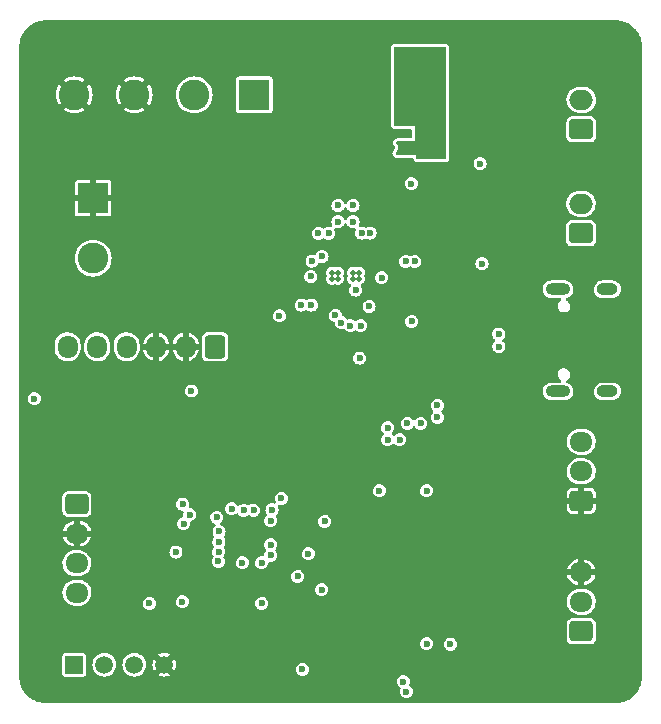
<source format=gbr>
%TF.GenerationSoftware,KiCad,Pcbnew,(7.0.0)*%
%TF.CreationDate,2023-07-06T14:26:49+03:00*%
%TF.ProjectId,IoT_Agrifarm,496f545f-4167-4726-9966-61726d2e6b69,rev?*%
%TF.SameCoordinates,Original*%
%TF.FileFunction,Copper,L2,Inr*%
%TF.FilePolarity,Positive*%
%FSLAX46Y46*%
G04 Gerber Fmt 4.6, Leading zero omitted, Abs format (unit mm)*
G04 Created by KiCad (PCBNEW (7.0.0)) date 2023-07-06 14:26:49*
%MOMM*%
%LPD*%
G01*
G04 APERTURE LIST*
G04 Aperture macros list*
%AMRoundRect*
0 Rectangle with rounded corners*
0 $1 Rounding radius*
0 $2 $3 $4 $5 $6 $7 $8 $9 X,Y pos of 4 corners*
0 Add a 4 corners polygon primitive as box body*
4,1,4,$2,$3,$4,$5,$6,$7,$8,$9,$2,$3,0*
0 Add four circle primitives for the rounded corners*
1,1,$1+$1,$2,$3*
1,1,$1+$1,$4,$5*
1,1,$1+$1,$6,$7*
1,1,$1+$1,$8,$9*
0 Add four rect primitives between the rounded corners*
20,1,$1+$1,$2,$3,$4,$5,0*
20,1,$1+$1,$4,$5,$6,$7,0*
20,1,$1+$1,$6,$7,$8,$9,0*
20,1,$1+$1,$8,$9,$2,$3,0*%
G04 Aperture macros list end*
%TA.AperFunction,ComponentPad*%
%ADD10R,2.600000X2.600000*%
%TD*%
%TA.AperFunction,ComponentPad*%
%ADD11C,2.600000*%
%TD*%
%TA.AperFunction,ComponentPad*%
%ADD12RoundRect,0.250000X-0.725000X0.600000X-0.725000X-0.600000X0.725000X-0.600000X0.725000X0.600000X0*%
%TD*%
%TA.AperFunction,ComponentPad*%
%ADD13O,1.950000X1.700000*%
%TD*%
%TA.AperFunction,ComponentPad*%
%ADD14RoundRect,0.250000X0.750000X-0.600000X0.750000X0.600000X-0.750000X0.600000X-0.750000X-0.600000X0*%
%TD*%
%TA.AperFunction,ComponentPad*%
%ADD15O,2.000000X1.700000*%
%TD*%
%TA.AperFunction,ComponentPad*%
%ADD16R,1.500000X1.500000*%
%TD*%
%TA.AperFunction,ComponentPad*%
%ADD17C,1.500000*%
%TD*%
%TA.AperFunction,ComponentPad*%
%ADD18RoundRect,0.250000X0.600000X0.725000X-0.600000X0.725000X-0.600000X-0.725000X0.600000X-0.725000X0*%
%TD*%
%TA.AperFunction,ComponentPad*%
%ADD19O,1.700000X1.950000*%
%TD*%
%TA.AperFunction,ComponentPad*%
%ADD20O,2.100000X1.000000*%
%TD*%
%TA.AperFunction,ComponentPad*%
%ADD21O,1.800000X1.000000*%
%TD*%
%TA.AperFunction,ComponentPad*%
%ADD22RoundRect,0.250000X0.725000X-0.600000X0.725000X0.600000X-0.725000X0.600000X-0.725000X-0.600000X0*%
%TD*%
%TA.AperFunction,ViaPad*%
%ADD23C,0.600000*%
%TD*%
%TA.AperFunction,ViaPad*%
%ADD24C,0.800000*%
%TD*%
%TA.AperFunction,ViaPad*%
%ADD25C,0.500000*%
%TD*%
G04 APERTURE END LIST*
D10*
%TO.N,/REGULATOR_SWITCHING_SY7208/VOUT_24V*%
%TO.C,J105*%
X137032999Y-54863999D03*
D11*
X131953000Y-54864000D03*
%TO.N,GND*%
X126873000Y-54864000D03*
X121793000Y-54864000D03*
%TD*%
D12*
%TO.N,+12V*%
%TO.C,J103*%
X122021600Y-89528000D03*
D13*
%TO.N,GND*%
X122021599Y-92027999D03*
%TO.N,/IOT_AGRIFARM_SENSORS/NPK_A*%
X122021599Y-94527999D03*
%TO.N,/IOT_AGRIFARM_SENSORS/NPK_B*%
X122021599Y-97027999D03*
%TD*%
D14*
%TO.N,/IOT_AGRIFARM_POWER/BATT2+*%
%TO.C,BT201*%
X164693600Y-66598800D03*
D15*
%TO.N,/IOT_AGRIFARM_POWER/BATT2-*%
X164693599Y-64098799D03*
%TD*%
D14*
%TO.N,/IOT_AGRIFARM_POWER/BATT1+*%
%TO.C,BT202*%
X164719000Y-57785000D03*
D15*
%TO.N,/IOT_AGRIFARM_POWER/BATT1-*%
X164718999Y-55284999D03*
%TD*%
D16*
%TO.N,+3V3*%
%TO.C,U402*%
X121792999Y-103123999D03*
D17*
%TO.N,/IOT_AGRIFARM_SENSORS/DHT_SENSOR*%
X124333000Y-103124000D03*
%TO.N,unconnected-(U402-NC-Pad3)*%
X126873000Y-103124000D03*
%TO.N,GND*%
X129413000Y-103124000D03*
%TD*%
D10*
%TO.N,GND*%
%TO.C,J102*%
X123392999Y-63621999D03*
D11*
%TO.N,Net-(D102-A2)*%
X123393000Y-68702000D03*
%TD*%
D18*
%TO.N,+5V*%
%TO.C,J401*%
X133731000Y-76200000D03*
D19*
%TO.N,GND*%
X131230999Y-76199999D03*
X128730999Y-76199999D03*
%TO.N,Net-(J401-Pin_4)*%
X126230999Y-76199999D03*
%TO.N,unconnected-(J401-Pin_5-Pad5)*%
X123730999Y-76199999D03*
%TO.N,unconnected-(J401-Pin_6-Pad6)*%
X121230999Y-76199999D03*
%TD*%
D20*
%TO.N,Earth*%
%TO.C,J104*%
X162756999Y-79980999D03*
D21*
X166936999Y-79980999D03*
D20*
X162756999Y-71340999D03*
D21*
X166936999Y-71340999D03*
%TD*%
D22*
%TO.N,+3V3*%
%TO.C,J402*%
X164719000Y-100290000D03*
D13*
%TO.N,/IOT_AGRIFARM_SENSORS/SOIL_MOISTURE*%
X164718999Y-97789999D03*
%TO.N,GND*%
X164718999Y-95289999D03*
%TD*%
D22*
%TO.N,GND*%
%TO.C,U401*%
X164719000Y-89241000D03*
D13*
%TO.N,/IOT_AGRIFARM_SENSORS/SOIL_TEMP*%
X164718999Y-86740999D03*
%TO.N,+3V3*%
X164718999Y-84240999D03*
%TD*%
D23*
%TO.N,+12V*%
X145948400Y-77165200D03*
X151638000Y-56388000D03*
X150749000Y-56388000D03*
X152527000Y-58293000D03*
X151638000Y-58293000D03*
%TO.N,GND*%
X153924000Y-59893200D03*
X148640800Y-59334400D03*
X151587200Y-61823600D03*
X145897600Y-60350400D03*
X144373600Y-60350400D03*
X148691600Y-61518800D03*
X154852400Y-79394000D03*
X138531600Y-103581200D03*
X165735000Y-73660000D03*
X160020000Y-57708800D03*
X141173200Y-65024000D03*
X151384000Y-65024000D03*
X161163000Y-78867000D03*
X144932400Y-90779600D03*
X151028400Y-93675200D03*
X139446000Y-74803000D03*
X152273000Y-76581000D03*
X152400000Y-74396600D03*
X128651000Y-87503000D03*
X132080000Y-98806000D03*
X157704400Y-71726000D03*
X150622000Y-90144600D03*
X131419600Y-99745800D03*
X135483600Y-91440000D03*
X139446000Y-75946000D03*
X165735000Y-77470000D03*
X138176000Y-65024000D03*
X140294300Y-70942200D03*
X137407839Y-86226839D03*
X147320000Y-105410000D03*
X138430000Y-85916500D03*
X147574000Y-104546400D03*
X152654000Y-90119200D03*
X124079000Y-80619600D03*
X148336000Y-65024000D03*
X149123400Y-74549000D03*
X137160000Y-71628000D03*
X146151600Y-89966800D03*
X139319000Y-85916500D03*
X149860000Y-65024000D03*
X144754600Y-67183000D03*
X137718800Y-99999800D03*
X135991600Y-103596500D03*
X151384000Y-71374000D03*
D24*
X129032000Y-85217000D03*
D23*
X144754600Y-71399400D03*
X137007600Y-70510400D03*
X135483600Y-92710000D03*
X159258000Y-57912000D03*
X136219203Y-98528857D03*
X153924000Y-84617500D03*
X165735000Y-75565000D03*
X139979400Y-71653400D03*
X142748000Y-93726000D03*
X130378200Y-90347800D03*
X136702800Y-91440000D03*
X130429000Y-91821000D03*
X136525000Y-86233000D03*
X133477000Y-97282000D03*
X137718800Y-101092000D03*
X132842000Y-97917000D03*
X137541000Y-75057000D03*
X136906000Y-98552000D03*
X161234000Y-72461000D03*
X143865600Y-71399400D03*
X148898956Y-68686416D03*
X154852400Y-81691100D03*
X159512000Y-78105000D03*
D24*
X131445000Y-82804000D03*
D23*
X154813000Y-83693000D03*
X152146000Y-84617500D03*
X133985000Y-102743000D03*
X139700000Y-65024000D03*
%TO.N,/IOT_AGRIFARM_POWER/BATT2+*%
X150622000Y-68961000D03*
X149860000Y-68961000D03*
X156311600Y-69167900D03*
X150368000Y-74041000D03*
%TO.N,/IOT_AGRIFARM_POWER/BATT1+*%
X156159200Y-60706000D03*
%TO.N,/IOT_AGRIFARM_POWER/V_PANEL*%
X141935200Y-68935600D03*
X141859000Y-72669400D03*
%TO.N,+3V3*%
X149352000Y-84074000D03*
X139319000Y-89027000D03*
X130400791Y-93584895D03*
X149910800Y-105410000D03*
X152527000Y-81153000D03*
X141097000Y-103505000D03*
X136017000Y-94488000D03*
X130972500Y-89525000D03*
X136144000Y-90043000D03*
X148336000Y-83058000D03*
X149987000Y-82677000D03*
X151130000Y-82677000D03*
X152527000Y-82169000D03*
X128143000Y-97917000D03*
X141605000Y-93726000D03*
X149656800Y-104546400D03*
X131699000Y-79933800D03*
X118414800Y-80594200D03*
X148336000Y-84074000D03*
X142748000Y-96774000D03*
%TO.N,+1V1*%
X135128000Y-89916000D03*
X137668000Y-97917000D03*
X138538600Y-90007500D03*
%TO.N,Net-(D201-K)*%
X139164200Y-73581400D03*
X142773400Y-68556061D03*
%TO.N,/IOT_AGRIFARM_POWER/REGN*%
X141010430Y-72668653D03*
X146761200Y-72790050D03*
%TO.N,/IOT_AGRIFARM_SENSORS/SOIL_TEMP*%
X143002000Y-90982800D03*
%TO.N,/MCU_RP2040/USB_DP*%
X157740600Y-75120700D03*
%TO.N,/MCU_RP2040/USB_DN*%
X157740600Y-76195700D03*
%TO.N,/IOT_AGRIFARM_SENSORS/485_RX*%
X133985000Y-94361000D03*
X130937000Y-97790000D03*
%TO.N,Net-(U203-BTST1)*%
X141821900Y-70232500D03*
%TO.N,Net-(U203-BTST2)*%
X145618200Y-71399400D03*
%TO.N,/MCU_RP2040/GPIO16*%
X151638000Y-88392000D03*
X137668000Y-94488000D03*
%TO.N,/MCU_RP2040/GPIO17*%
X140716000Y-95631000D03*
X147634000Y-88392000D03*
%TO.N,/MCU_RP2040/GPIO20*%
X138430000Y-93853000D03*
X151638000Y-101346000D03*
%TO.N,/MCU_RP2040/GPIO21*%
X153634000Y-101382000D03*
X138430000Y-92964000D03*
%TO.N,/MCU_RP2040/GPIO7*%
X134027911Y-93556089D03*
X150333957Y-62385368D03*
%TO.N,/IOT_AGRIFARM_POWER/BQ_~{QON}*%
X143891000Y-73533000D03*
X131572000Y-90424000D03*
%TO.N,/IOT_AGRIFARM_POWER/BQ_~{CE}*%
X131064000Y-91186000D03*
X144399000Y-74168000D03*
%TO.N,/IOT_AGRIFARM_POWER/BQ_SCL*%
X134055898Y-91821000D03*
X145161000Y-74422000D03*
%TO.N,/IOT_AGRIFARM_POWER/BQ_SDA*%
X146050000Y-74422000D03*
X133858000Y-90640497D03*
%TO.N,/IOT_AGRIFARM_POWER/BQ_~{INT}*%
X147828000Y-70358000D03*
X134038341Y-92718697D03*
%TO.N,Net-(U301-USB_DP)*%
X136978957Y-90037494D03*
%TO.N,Net-(U301-USB_DM)*%
X138430000Y-90932000D03*
%TO.N,/IOT_AGRIFARM_POWER/SW2*%
X145389600Y-64236600D03*
X146837400Y-66573400D03*
D25*
X145389600Y-70434200D03*
X145897600Y-70434200D03*
D23*
X145389600Y-65608200D03*
D25*
X145897600Y-69926200D03*
D23*
X146126200Y-66573400D03*
D25*
X145389600Y-69926200D03*
D23*
%TO.N,/IOT_AGRIFARM_POWER/SW1*%
X144119600Y-65608200D03*
X142468600Y-66598800D03*
D25*
X144119600Y-70434200D03*
X144119600Y-69926200D03*
X143611600Y-69926200D03*
X143611600Y-70434200D03*
D23*
X143332200Y-66598800D03*
X144119600Y-64236600D03*
%TD*%
%TA.AperFunction,Conductor*%
%TO.N,GND*%
G36*
X167643736Y-48560726D02*
G01*
X167902457Y-48576375D01*
X167917320Y-48578180D01*
X168168575Y-48624225D01*
X168183097Y-48627804D01*
X168426990Y-48703803D01*
X168440967Y-48709104D01*
X168673915Y-48813946D01*
X168687161Y-48820898D01*
X168905768Y-48953051D01*
X168918079Y-48961549D01*
X169119161Y-49119086D01*
X169130369Y-49129016D01*
X169310983Y-49309630D01*
X169320913Y-49320838D01*
X169478446Y-49521914D01*
X169486952Y-49534237D01*
X169619098Y-49752832D01*
X169626057Y-49766091D01*
X169730893Y-49999028D01*
X169736199Y-50013018D01*
X169812191Y-50256886D01*
X169815774Y-50271424D01*
X169861819Y-50522679D01*
X169863624Y-50537544D01*
X169879274Y-50796264D01*
X169879500Y-50803751D01*
X169879500Y-104136249D01*
X169879274Y-104143736D01*
X169863624Y-104402455D01*
X169861819Y-104417320D01*
X169815774Y-104668575D01*
X169812191Y-104683112D01*
X169748399Y-104887832D01*
X169736203Y-104926970D01*
X169730893Y-104940971D01*
X169626057Y-105173908D01*
X169619098Y-105187167D01*
X169486952Y-105405762D01*
X169478446Y-105418085D01*
X169320913Y-105619161D01*
X169310983Y-105630369D01*
X169130369Y-105810983D01*
X169119161Y-105820913D01*
X168918085Y-105978446D01*
X168905762Y-105986952D01*
X168687167Y-106119098D01*
X168673908Y-106126057D01*
X168440971Y-106230893D01*
X168426975Y-106236200D01*
X168183113Y-106312191D01*
X168168575Y-106315774D01*
X167917320Y-106361819D01*
X167902455Y-106363624D01*
X167643736Y-106379274D01*
X167636249Y-106379500D01*
X119383751Y-106379500D01*
X119376264Y-106379274D01*
X119117544Y-106363624D01*
X119102679Y-106361819D01*
X118851424Y-106315774D01*
X118836890Y-106312192D01*
X118593018Y-106236199D01*
X118579028Y-106230893D01*
X118346091Y-106126057D01*
X118332832Y-106119098D01*
X118114237Y-105986952D01*
X118101914Y-105978446D01*
X118083716Y-105964189D01*
X117900838Y-105820913D01*
X117889630Y-105810983D01*
X117709016Y-105630369D01*
X117699086Y-105619161D01*
X117541549Y-105418079D01*
X117533051Y-105405768D01*
X117400898Y-105187161D01*
X117393946Y-105173915D01*
X117289104Y-104940967D01*
X117283803Y-104926990D01*
X117207804Y-104683097D01*
X117204225Y-104668575D01*
X117181835Y-104546400D01*
X149101550Y-104546400D01*
X149102611Y-104554459D01*
X149118605Y-104675947D01*
X149120470Y-104690109D01*
X149175939Y-104824025D01*
X149264179Y-104939021D01*
X149270621Y-104943964D01*
X149270626Y-104943969D01*
X149375248Y-105024249D01*
X149409750Y-105065367D01*
X149423643Y-105117214D01*
X149414323Y-105170075D01*
X149390030Y-105228725D01*
X149374470Y-105266291D01*
X149373409Y-105274348D01*
X149373408Y-105274353D01*
X149356611Y-105401941D01*
X149355550Y-105410000D01*
X149356611Y-105418059D01*
X149369527Y-105516169D01*
X149374470Y-105553709D01*
X149429939Y-105687625D01*
X149518179Y-105802621D01*
X149633175Y-105890861D01*
X149767091Y-105946330D01*
X149910800Y-105965250D01*
X150054509Y-105946330D01*
X150188425Y-105890861D01*
X150303421Y-105802621D01*
X150391661Y-105687625D01*
X150447130Y-105553709D01*
X150466050Y-105410000D01*
X150447130Y-105266291D01*
X150391661Y-105132375D01*
X150303421Y-105017379D01*
X150296978Y-105012435D01*
X150296973Y-105012430D01*
X150192351Y-104932150D01*
X150157848Y-104891031D01*
X150143956Y-104839184D01*
X150153276Y-104786325D01*
X150193130Y-104690109D01*
X150212050Y-104546400D01*
X150193130Y-104402691D01*
X150137661Y-104268775D01*
X150049421Y-104153779D01*
X149983478Y-104103179D01*
X149940871Y-104070485D01*
X149940869Y-104070484D01*
X149934425Y-104065539D01*
X149878540Y-104042391D01*
X149808023Y-104013182D01*
X149808020Y-104013181D01*
X149800509Y-104010070D01*
X149792449Y-104009008D01*
X149792446Y-104009008D01*
X149664859Y-103992211D01*
X149656800Y-103991150D01*
X149648741Y-103992211D01*
X149521153Y-104009008D01*
X149521148Y-104009009D01*
X149513091Y-104010070D01*
X149505581Y-104013180D01*
X149505576Y-104013182D01*
X149386685Y-104062428D01*
X149386683Y-104062429D01*
X149379175Y-104065539D01*
X149372733Y-104070482D01*
X149372728Y-104070485D01*
X149270621Y-104148835D01*
X149270617Y-104148838D01*
X149264179Y-104153779D01*
X149259238Y-104160217D01*
X149259235Y-104160221D01*
X149180885Y-104262328D01*
X149180882Y-104262333D01*
X149175939Y-104268775D01*
X149172829Y-104276283D01*
X149172828Y-104276285D01*
X149123582Y-104395176D01*
X149123580Y-104395181D01*
X149120470Y-104402691D01*
X149119409Y-104410748D01*
X149119408Y-104410753D01*
X149102611Y-104538341D01*
X149101550Y-104546400D01*
X117181835Y-104546400D01*
X117158180Y-104417320D01*
X117156375Y-104402455D01*
X117140726Y-104143736D01*
X117140500Y-104136249D01*
X117140500Y-103898674D01*
X120792500Y-103898674D01*
X120793688Y-103904649D01*
X120793689Y-103904653D01*
X120804650Y-103959759D01*
X120804651Y-103959762D01*
X120807034Y-103971740D01*
X120862399Y-104054601D01*
X120945260Y-104109966D01*
X121018326Y-104124500D01*
X122561579Y-104124500D01*
X122567674Y-104124500D01*
X122640740Y-104109966D01*
X122723601Y-104054601D01*
X122778966Y-103971740D01*
X122793500Y-103898674D01*
X122793500Y-103124000D01*
X123327659Y-103124000D01*
X123328256Y-103130061D01*
X123328256Y-103130062D01*
X123346378Y-103314067D01*
X123346379Y-103314073D01*
X123346976Y-103320132D01*
X123348743Y-103325957D01*
X123348744Y-103325962D01*
X123361907Y-103369353D01*
X123404186Y-103508727D01*
X123407055Y-103514095D01*
X123407057Y-103514099D01*
X123494215Y-103677161D01*
X123494219Y-103677167D01*
X123497090Y-103682538D01*
X123622117Y-103834883D01*
X123774462Y-103959910D01*
X123779834Y-103962781D01*
X123779838Y-103962784D01*
X123874127Y-104013182D01*
X123948273Y-104052814D01*
X124136868Y-104110024D01*
X124333000Y-104129341D01*
X124529132Y-104110024D01*
X124717727Y-104052814D01*
X124891538Y-103959910D01*
X125043883Y-103834883D01*
X125168910Y-103682538D01*
X125261814Y-103508727D01*
X125319024Y-103320132D01*
X125338341Y-103124000D01*
X125867659Y-103124000D01*
X125868256Y-103130061D01*
X125868256Y-103130062D01*
X125886378Y-103314067D01*
X125886379Y-103314073D01*
X125886976Y-103320132D01*
X125888743Y-103325957D01*
X125888744Y-103325962D01*
X125901907Y-103369353D01*
X125944186Y-103508727D01*
X125947055Y-103514095D01*
X125947057Y-103514099D01*
X126034215Y-103677161D01*
X126034219Y-103677167D01*
X126037090Y-103682538D01*
X126162117Y-103834883D01*
X126314462Y-103959910D01*
X126319834Y-103962781D01*
X126319838Y-103962784D01*
X126414127Y-104013182D01*
X126488273Y-104052814D01*
X126676868Y-104110024D01*
X126873000Y-104129341D01*
X127069132Y-104110024D01*
X127257727Y-104052814D01*
X127383790Y-103985432D01*
X128908813Y-103985432D01*
X128917285Y-103992923D01*
X129023092Y-104049478D01*
X129034292Y-104054117D01*
X129211135Y-104107762D01*
X129223030Y-104110128D01*
X129406939Y-104128242D01*
X129419061Y-104128242D01*
X129602969Y-104110128D01*
X129614864Y-104107762D01*
X129791707Y-104054117D01*
X129802907Y-104049478D01*
X129908713Y-103992923D01*
X129917185Y-103985432D01*
X129911254Y-103975808D01*
X129424542Y-103489095D01*
X129413000Y-103482431D01*
X129401457Y-103489095D01*
X128914743Y-103975809D01*
X128908813Y-103985432D01*
X127383790Y-103985432D01*
X127431538Y-103959910D01*
X127583883Y-103834883D01*
X127708910Y-103682538D01*
X127801814Y-103508727D01*
X127859024Y-103320132D01*
X127877744Y-103130061D01*
X128408758Y-103130061D01*
X128426871Y-103313969D01*
X128429237Y-103325864D01*
X128482882Y-103502707D01*
X128487520Y-103513904D01*
X128544076Y-103619716D01*
X128551565Y-103628185D01*
X128561189Y-103622255D01*
X129047903Y-103135541D01*
X129054567Y-103123999D01*
X129054566Y-103123998D01*
X129771431Y-103123998D01*
X129778095Y-103135541D01*
X130264807Y-103622253D01*
X130274433Y-103628184D01*
X130281923Y-103619713D01*
X130338478Y-103513907D01*
X130342167Y-103505000D01*
X140541750Y-103505000D01*
X140542811Y-103513059D01*
X140557967Y-103628185D01*
X140560670Y-103648709D01*
X140616139Y-103782625D01*
X140621084Y-103789069D01*
X140621085Y-103789071D01*
X140699435Y-103891178D01*
X140704379Y-103897621D01*
X140819375Y-103985861D01*
X140953291Y-104041330D01*
X141097000Y-104060250D01*
X141240709Y-104041330D01*
X141374625Y-103985861D01*
X141489621Y-103897621D01*
X141577861Y-103782625D01*
X141633330Y-103648709D01*
X141652250Y-103505000D01*
X141633330Y-103361291D01*
X141577861Y-103227375D01*
X141489621Y-103112379D01*
X141374625Y-103024139D01*
X141338592Y-103009214D01*
X141248223Y-102971782D01*
X141248220Y-102971781D01*
X141240709Y-102968670D01*
X141232649Y-102967608D01*
X141232646Y-102967608D01*
X141105059Y-102950811D01*
X141097000Y-102949750D01*
X141088941Y-102950811D01*
X140961353Y-102967608D01*
X140961348Y-102967609D01*
X140953291Y-102968670D01*
X140945781Y-102971780D01*
X140945776Y-102971782D01*
X140826885Y-103021028D01*
X140826883Y-103021029D01*
X140819375Y-103024139D01*
X140812933Y-103029082D01*
X140812928Y-103029085D01*
X140710821Y-103107435D01*
X140710817Y-103107438D01*
X140704379Y-103112379D01*
X140699438Y-103118817D01*
X140699435Y-103118821D01*
X140621085Y-103220928D01*
X140621082Y-103220933D01*
X140616139Y-103227375D01*
X140613029Y-103234883D01*
X140613028Y-103234885D01*
X140563782Y-103353776D01*
X140563780Y-103353781D01*
X140560670Y-103361291D01*
X140559609Y-103369348D01*
X140559608Y-103369353D01*
X140544721Y-103482431D01*
X140541750Y-103505000D01*
X130342167Y-103505000D01*
X130343117Y-103502707D01*
X130396762Y-103325864D01*
X130399128Y-103313969D01*
X130417242Y-103130061D01*
X130417242Y-103117939D01*
X130399128Y-102934030D01*
X130396762Y-102922135D01*
X130343117Y-102745292D01*
X130338478Y-102734092D01*
X130281923Y-102628285D01*
X130274432Y-102619813D01*
X130264808Y-102625744D01*
X129778095Y-103112456D01*
X129771431Y-103123998D01*
X129054566Y-103123998D01*
X129047903Y-103112456D01*
X128561190Y-102625744D01*
X128551566Y-102619813D01*
X128544075Y-102628284D01*
X128487520Y-102734093D01*
X128482882Y-102745292D01*
X128429237Y-102922135D01*
X128426871Y-102934030D01*
X128408758Y-103117939D01*
X128408758Y-103130061D01*
X127877744Y-103130061D01*
X127878341Y-103124000D01*
X127859024Y-102927868D01*
X127801814Y-102739273D01*
X127742489Y-102628284D01*
X127711784Y-102570838D01*
X127711781Y-102570834D01*
X127708910Y-102565462D01*
X127583883Y-102413117D01*
X127431538Y-102288090D01*
X127426167Y-102285219D01*
X127426161Y-102285215D01*
X127383787Y-102262566D01*
X128908813Y-102262566D01*
X128914744Y-102272190D01*
X129401456Y-102758903D01*
X129412999Y-102765567D01*
X129424541Y-102758903D01*
X129911255Y-102272189D01*
X129917185Y-102262565D01*
X129908716Y-102255076D01*
X129802904Y-102198520D01*
X129791707Y-102193882D01*
X129614864Y-102140237D01*
X129602969Y-102137871D01*
X129419061Y-102119758D01*
X129406939Y-102119758D01*
X129223030Y-102137871D01*
X129211135Y-102140237D01*
X129034292Y-102193882D01*
X129023093Y-102198520D01*
X128917284Y-102255075D01*
X128908813Y-102262566D01*
X127383787Y-102262566D01*
X127263099Y-102198057D01*
X127263095Y-102198055D01*
X127257727Y-102195186D01*
X127251836Y-102193399D01*
X127074962Y-102139744D01*
X127074957Y-102139743D01*
X127069132Y-102137976D01*
X127063073Y-102137379D01*
X127063067Y-102137378D01*
X126879062Y-102119256D01*
X126873000Y-102118659D01*
X126866938Y-102119256D01*
X126682932Y-102137378D01*
X126682924Y-102137379D01*
X126676868Y-102137976D01*
X126671044Y-102139742D01*
X126671037Y-102139744D01*
X126494100Y-102193418D01*
X126494096Y-102193419D01*
X126488273Y-102195186D01*
X126482907Y-102198053D01*
X126482900Y-102198057D01*
X126319838Y-102285215D01*
X126319827Y-102285222D01*
X126314462Y-102288090D01*
X126309754Y-102291953D01*
X126309749Y-102291957D01*
X126166823Y-102409254D01*
X126166818Y-102409258D01*
X126162117Y-102413117D01*
X126158258Y-102417818D01*
X126158254Y-102417823D01*
X126040957Y-102560749D01*
X126040953Y-102560754D01*
X126037090Y-102565462D01*
X126034222Y-102570827D01*
X126034215Y-102570838D01*
X125947057Y-102733900D01*
X125947053Y-102733907D01*
X125944186Y-102739273D01*
X125942419Y-102745096D01*
X125942418Y-102745100D01*
X125888744Y-102922037D01*
X125888742Y-102922044D01*
X125886976Y-102927868D01*
X125886379Y-102933924D01*
X125886378Y-102933932D01*
X125868796Y-103112456D01*
X125867659Y-103124000D01*
X125338341Y-103124000D01*
X125319024Y-102927868D01*
X125261814Y-102739273D01*
X125202489Y-102628284D01*
X125171784Y-102570838D01*
X125171781Y-102570834D01*
X125168910Y-102565462D01*
X125043883Y-102413117D01*
X124891538Y-102288090D01*
X124886167Y-102285219D01*
X124886161Y-102285215D01*
X124723099Y-102198057D01*
X124723095Y-102198055D01*
X124717727Y-102195186D01*
X124711836Y-102193399D01*
X124534962Y-102139744D01*
X124534957Y-102139743D01*
X124529132Y-102137976D01*
X124523073Y-102137379D01*
X124523067Y-102137378D01*
X124339062Y-102119256D01*
X124333000Y-102118659D01*
X124326938Y-102119256D01*
X124142932Y-102137378D01*
X124142924Y-102137379D01*
X124136868Y-102137976D01*
X124131044Y-102139742D01*
X124131037Y-102139744D01*
X123954100Y-102193418D01*
X123954096Y-102193419D01*
X123948273Y-102195186D01*
X123942907Y-102198053D01*
X123942900Y-102198057D01*
X123779838Y-102285215D01*
X123779827Y-102285222D01*
X123774462Y-102288090D01*
X123769754Y-102291953D01*
X123769749Y-102291957D01*
X123626823Y-102409254D01*
X123626818Y-102409258D01*
X123622117Y-102413117D01*
X123618258Y-102417818D01*
X123618254Y-102417823D01*
X123500957Y-102560749D01*
X123500953Y-102560754D01*
X123497090Y-102565462D01*
X123494222Y-102570827D01*
X123494215Y-102570838D01*
X123407057Y-102733900D01*
X123407053Y-102733907D01*
X123404186Y-102739273D01*
X123402419Y-102745096D01*
X123402418Y-102745100D01*
X123348744Y-102922037D01*
X123348742Y-102922044D01*
X123346976Y-102927868D01*
X123346379Y-102933924D01*
X123346378Y-102933932D01*
X123328796Y-103112456D01*
X123327659Y-103124000D01*
X122793500Y-103124000D01*
X122793500Y-102349326D01*
X122778966Y-102276260D01*
X122723601Y-102193399D01*
X122640740Y-102138034D01*
X122628762Y-102135651D01*
X122628759Y-102135650D01*
X122573653Y-102124689D01*
X122573649Y-102124688D01*
X122567674Y-102123500D01*
X121018326Y-102123500D01*
X121012351Y-102124688D01*
X121012346Y-102124689D01*
X120957240Y-102135650D01*
X120957235Y-102135651D01*
X120945260Y-102138034D01*
X120935105Y-102144819D01*
X120935103Y-102144820D01*
X120872551Y-102186615D01*
X120872548Y-102186617D01*
X120862399Y-102193399D01*
X120855617Y-102203548D01*
X120855615Y-102203551D01*
X120813820Y-102266103D01*
X120813819Y-102266105D01*
X120807034Y-102276260D01*
X120804651Y-102288235D01*
X120804650Y-102288240D01*
X120793689Y-102343346D01*
X120793688Y-102343351D01*
X120792500Y-102349326D01*
X120792500Y-103898674D01*
X117140500Y-103898674D01*
X117140500Y-101346000D01*
X151082750Y-101346000D01*
X151083811Y-101354059D01*
X151088608Y-101390499D01*
X151101670Y-101489709D01*
X151104781Y-101497220D01*
X151104782Y-101497223D01*
X151116581Y-101525709D01*
X151157139Y-101623625D01*
X151245379Y-101738621D01*
X151360375Y-101826861D01*
X151494291Y-101882330D01*
X151638000Y-101901250D01*
X151781709Y-101882330D01*
X151915625Y-101826861D01*
X152030621Y-101738621D01*
X152118861Y-101623625D01*
X152174330Y-101489709D01*
X152188510Y-101382000D01*
X153078750Y-101382000D01*
X153079811Y-101390059D01*
X153093919Y-101497223D01*
X153097670Y-101525709D01*
X153153139Y-101659625D01*
X153241379Y-101774621D01*
X153356375Y-101862861D01*
X153490291Y-101918330D01*
X153634000Y-101937250D01*
X153777709Y-101918330D01*
X153911625Y-101862861D01*
X154026621Y-101774621D01*
X154114861Y-101659625D01*
X154170330Y-101525709D01*
X154189250Y-101382000D01*
X154170330Y-101238291D01*
X154114861Y-101104375D01*
X154026621Y-100989379D01*
X154020178Y-100984435D01*
X153955204Y-100934578D01*
X163493500Y-100934578D01*
X163493501Y-100937872D01*
X163493853Y-100941150D01*
X163493854Y-100941161D01*
X163499079Y-100989768D01*
X163499080Y-100989773D01*
X163499909Y-100997483D01*
X163502619Y-101004749D01*
X163502620Y-101004753D01*
X163523945Y-101061928D01*
X163550204Y-101132331D01*
X163636454Y-101247546D01*
X163751669Y-101333796D01*
X163886517Y-101384091D01*
X163946127Y-101390500D01*
X165491872Y-101390499D01*
X165551483Y-101384091D01*
X165686331Y-101333796D01*
X165801546Y-101247546D01*
X165887796Y-101132331D01*
X165938091Y-100997483D01*
X165944500Y-100937873D01*
X165944499Y-99642128D01*
X165938091Y-99582517D01*
X165887796Y-99447669D01*
X165801546Y-99332454D01*
X165686331Y-99246204D01*
X165551483Y-99195909D01*
X165543770Y-99195079D01*
X165543767Y-99195079D01*
X165495180Y-99189855D01*
X165495169Y-99189854D01*
X165491873Y-99189500D01*
X165488550Y-99189500D01*
X163949439Y-99189500D01*
X163949420Y-99189500D01*
X163946128Y-99189501D01*
X163942850Y-99189853D01*
X163942838Y-99189854D01*
X163894231Y-99195079D01*
X163894225Y-99195080D01*
X163886517Y-99195909D01*
X163879252Y-99198618D01*
X163879246Y-99198620D01*
X163759980Y-99243104D01*
X163759978Y-99243104D01*
X163751669Y-99246204D01*
X163744572Y-99251516D01*
X163744568Y-99251519D01*
X163643550Y-99327141D01*
X163643546Y-99327144D01*
X163636454Y-99332454D01*
X163631144Y-99339546D01*
X163631141Y-99339550D01*
X163555519Y-99440568D01*
X163555516Y-99440572D01*
X163550204Y-99447669D01*
X163547104Y-99455978D01*
X163547104Y-99455980D01*
X163502620Y-99575247D01*
X163502619Y-99575250D01*
X163499909Y-99582517D01*
X163499079Y-99590227D01*
X163499079Y-99590232D01*
X163493855Y-99638819D01*
X163493854Y-99638831D01*
X163493500Y-99642127D01*
X163493500Y-99645448D01*
X163493500Y-99645449D01*
X163493500Y-100934560D01*
X163493500Y-100934578D01*
X153955204Y-100934578D01*
X153918071Y-100906085D01*
X153918069Y-100906084D01*
X153911625Y-100901139D01*
X153836653Y-100870085D01*
X153785223Y-100848782D01*
X153785220Y-100848781D01*
X153777709Y-100845670D01*
X153769649Y-100844608D01*
X153769646Y-100844608D01*
X153642059Y-100827811D01*
X153634000Y-100826750D01*
X153625941Y-100827811D01*
X153498353Y-100844608D01*
X153498348Y-100844609D01*
X153490291Y-100845670D01*
X153482781Y-100848780D01*
X153482776Y-100848782D01*
X153363885Y-100898028D01*
X153363883Y-100898029D01*
X153356375Y-100901139D01*
X153349933Y-100906082D01*
X153349928Y-100906085D01*
X153247821Y-100984435D01*
X153247817Y-100984438D01*
X153241379Y-100989379D01*
X153236438Y-100995817D01*
X153236435Y-100995821D01*
X153158085Y-101097928D01*
X153158082Y-101097933D01*
X153153139Y-101104375D01*
X153150029Y-101111883D01*
X153150028Y-101111885D01*
X153100782Y-101230776D01*
X153100780Y-101230781D01*
X153097670Y-101238291D01*
X153096609Y-101246348D01*
X153096608Y-101246353D01*
X153079811Y-101373941D01*
X153078750Y-101382000D01*
X152188510Y-101382000D01*
X152193250Y-101346000D01*
X152174330Y-101202291D01*
X152118861Y-101068375D01*
X152030621Y-100953379D01*
X151915625Y-100865139D01*
X151825506Y-100827811D01*
X151789223Y-100812782D01*
X151789220Y-100812781D01*
X151781709Y-100809670D01*
X151773649Y-100808608D01*
X151773646Y-100808608D01*
X151646059Y-100791811D01*
X151638000Y-100790750D01*
X151629941Y-100791811D01*
X151502353Y-100808608D01*
X151502348Y-100808609D01*
X151494291Y-100809670D01*
X151486781Y-100812780D01*
X151486776Y-100812782D01*
X151367885Y-100862028D01*
X151367883Y-100862029D01*
X151360375Y-100865139D01*
X151353933Y-100870082D01*
X151353928Y-100870085D01*
X151251821Y-100948435D01*
X151251817Y-100948438D01*
X151245379Y-100953379D01*
X151240438Y-100959817D01*
X151240435Y-100959821D01*
X151162085Y-101061928D01*
X151162082Y-101061933D01*
X151157139Y-101068375D01*
X151154029Y-101075883D01*
X151154028Y-101075885D01*
X151104782Y-101194776D01*
X151104780Y-101194781D01*
X151101670Y-101202291D01*
X151100609Y-101210348D01*
X151100608Y-101210353D01*
X151085057Y-101328480D01*
X151082750Y-101346000D01*
X117140500Y-101346000D01*
X117140500Y-96975398D01*
X120792346Y-96975398D01*
X120792626Y-96981282D01*
X120792626Y-96981289D01*
X120797357Y-97080602D01*
X120802346Y-97185330D01*
X120803735Y-97191058D01*
X120803737Y-97191067D01*
X120837261Y-97329250D01*
X120851896Y-97389576D01*
X120854349Y-97394947D01*
X120918405Y-97535211D01*
X120939204Y-97580753D01*
X120942631Y-97585566D01*
X120942632Y-97585567D01*
X121046591Y-97731558D01*
X121061114Y-97751952D01*
X121213222Y-97896986D01*
X121390028Y-98010613D01*
X121395511Y-98012808D01*
X121395513Y-98012809D01*
X121533931Y-98068223D01*
X121585143Y-98088725D01*
X121791515Y-98128500D01*
X122196071Y-98128500D01*
X122199025Y-98128500D01*
X122355818Y-98113528D01*
X122557475Y-98054316D01*
X122744282Y-97958011D01*
X122796431Y-97917000D01*
X127587750Y-97917000D01*
X127588811Y-97925059D01*
X127604573Y-98044788D01*
X127606670Y-98060709D01*
X127609781Y-98068220D01*
X127609782Y-98068223D01*
X127641931Y-98145839D01*
X127662139Y-98194625D01*
X127667084Y-98201069D01*
X127667085Y-98201071D01*
X127716841Y-98265914D01*
X127750379Y-98309621D01*
X127865375Y-98397861D01*
X127999291Y-98453330D01*
X128143000Y-98472250D01*
X128286709Y-98453330D01*
X128420625Y-98397861D01*
X128535621Y-98309621D01*
X128623861Y-98194625D01*
X128679330Y-98060709D01*
X128698250Y-97917000D01*
X128681530Y-97790000D01*
X130381750Y-97790000D01*
X130382811Y-97798059D01*
X130395298Y-97892911D01*
X130400670Y-97933709D01*
X130403781Y-97941220D01*
X130403782Y-97941223D01*
X130410736Y-97958011D01*
X130456139Y-98067625D01*
X130461084Y-98074069D01*
X130461085Y-98074071D01*
X130539435Y-98176178D01*
X130544379Y-98182621D01*
X130659375Y-98270861D01*
X130793291Y-98326330D01*
X130937000Y-98345250D01*
X131080709Y-98326330D01*
X131214625Y-98270861D01*
X131329621Y-98182621D01*
X131417861Y-98067625D01*
X131473330Y-97933709D01*
X131475530Y-97917000D01*
X137112750Y-97917000D01*
X137113811Y-97925059D01*
X137129573Y-98044788D01*
X137131670Y-98060709D01*
X137134781Y-98068220D01*
X137134782Y-98068223D01*
X137166931Y-98145839D01*
X137187139Y-98194625D01*
X137192084Y-98201069D01*
X137192085Y-98201071D01*
X137241841Y-98265914D01*
X137275379Y-98309621D01*
X137390375Y-98397861D01*
X137524291Y-98453330D01*
X137668000Y-98472250D01*
X137811709Y-98453330D01*
X137945625Y-98397861D01*
X138060621Y-98309621D01*
X138148861Y-98194625D01*
X138204330Y-98060709D01*
X138223250Y-97917000D01*
X138204330Y-97773291D01*
X138189463Y-97737398D01*
X163489746Y-97737398D01*
X163490026Y-97743282D01*
X163490026Y-97743289D01*
X163494757Y-97842602D01*
X163499746Y-97947330D01*
X163501135Y-97953058D01*
X163501137Y-97953067D01*
X163543698Y-98128500D01*
X163549296Y-98151576D01*
X163551749Y-98156947D01*
X163618530Y-98303178D01*
X163636604Y-98342753D01*
X163640031Y-98347566D01*
X163640032Y-98347567D01*
X163699626Y-98431256D01*
X163758514Y-98513952D01*
X163910622Y-98658986D01*
X164087428Y-98772613D01*
X164092911Y-98774808D01*
X164092913Y-98774809D01*
X164277060Y-98848530D01*
X164282543Y-98850725D01*
X164488915Y-98890500D01*
X164893471Y-98890500D01*
X164896425Y-98890500D01*
X165053218Y-98875528D01*
X165254875Y-98816316D01*
X165441682Y-98720011D01*
X165606886Y-98590092D01*
X165744519Y-98431256D01*
X165849604Y-98249244D01*
X165918344Y-98050633D01*
X165948254Y-97842602D01*
X165938254Y-97632670D01*
X165888704Y-97428424D01*
X165801396Y-97237247D01*
X165679486Y-97066048D01*
X165578290Y-96969558D01*
X165531651Y-96925088D01*
X165531649Y-96925086D01*
X165527378Y-96921014D01*
X165428210Y-96857282D01*
X165355544Y-96810582D01*
X165355541Y-96810580D01*
X165350572Y-96807387D01*
X165345092Y-96805193D01*
X165345086Y-96805190D01*
X165160939Y-96731469D01*
X165160932Y-96731467D01*
X165155457Y-96729275D01*
X165149662Y-96728158D01*
X165149655Y-96728156D01*
X164954882Y-96690617D01*
X164954879Y-96690616D01*
X164949085Y-96689500D01*
X164541575Y-96689500D01*
X164538646Y-96689779D01*
X164538639Y-96689780D01*
X164390662Y-96703910D01*
X164390656Y-96703911D01*
X164384782Y-96704472D01*
X164379112Y-96706136D01*
X164379111Y-96706137D01*
X164188787Y-96762021D01*
X164188782Y-96762022D01*
X164183125Y-96763684D01*
X164177884Y-96766385D01*
X164177881Y-96766387D01*
X164001568Y-96857282D01*
X164001564Y-96857284D01*
X163996318Y-96859989D01*
X163991676Y-96863638D01*
X163991672Y-96863642D01*
X163835759Y-96986254D01*
X163835752Y-96986260D01*
X163831114Y-96989908D01*
X163827250Y-96994367D01*
X163827245Y-96994372D01*
X163747467Y-97086441D01*
X163693481Y-97148744D01*
X163690530Y-97153854D01*
X163690528Y-97153858D01*
X163591352Y-97325635D01*
X163591349Y-97325640D01*
X163588396Y-97330756D01*
X163586465Y-97336335D01*
X163586461Y-97336344D01*
X163521587Y-97523785D01*
X163521584Y-97523794D01*
X163519656Y-97529367D01*
X163518816Y-97535203D01*
X163518815Y-97535211D01*
X163490585Y-97731558D01*
X163490584Y-97731564D01*
X163489746Y-97737398D01*
X138189463Y-97737398D01*
X138148861Y-97639375D01*
X138060621Y-97524379D01*
X138036575Y-97505928D01*
X137952071Y-97441085D01*
X137952069Y-97441084D01*
X137945625Y-97436139D01*
X137909592Y-97421214D01*
X137819223Y-97383782D01*
X137819220Y-97383781D01*
X137811709Y-97380670D01*
X137803649Y-97379608D01*
X137803646Y-97379608D01*
X137676059Y-97362811D01*
X137668000Y-97361750D01*
X137659941Y-97362811D01*
X137532353Y-97379608D01*
X137532348Y-97379609D01*
X137524291Y-97380670D01*
X137516781Y-97383780D01*
X137516776Y-97383782D01*
X137397885Y-97433028D01*
X137397883Y-97433029D01*
X137390375Y-97436139D01*
X137383933Y-97441082D01*
X137383928Y-97441085D01*
X137281821Y-97519435D01*
X137281817Y-97519438D01*
X137275379Y-97524379D01*
X137270438Y-97530817D01*
X137270435Y-97530821D01*
X137192085Y-97632928D01*
X137192082Y-97632933D01*
X137187139Y-97639375D01*
X137184029Y-97646883D01*
X137184028Y-97646885D01*
X137134782Y-97765776D01*
X137134780Y-97765781D01*
X137131670Y-97773291D01*
X137130609Y-97781348D01*
X137130608Y-97781353D01*
X137122545Y-97842602D01*
X137112750Y-97917000D01*
X131475530Y-97917000D01*
X131492250Y-97790000D01*
X131473330Y-97646291D01*
X131417861Y-97512375D01*
X131329621Y-97397379D01*
X131319452Y-97389576D01*
X131221071Y-97314085D01*
X131221069Y-97314084D01*
X131214625Y-97309139D01*
X131178592Y-97294214D01*
X131088223Y-97256782D01*
X131088220Y-97256781D01*
X131080709Y-97253670D01*
X131072649Y-97252608D01*
X131072646Y-97252608D01*
X130945059Y-97235811D01*
X130937000Y-97234750D01*
X130928941Y-97235811D01*
X130801353Y-97252608D01*
X130801348Y-97252609D01*
X130793291Y-97253670D01*
X130785781Y-97256780D01*
X130785776Y-97256782D01*
X130666885Y-97306028D01*
X130666883Y-97306029D01*
X130659375Y-97309139D01*
X130652933Y-97314082D01*
X130652928Y-97314085D01*
X130550821Y-97392435D01*
X130550817Y-97392438D01*
X130544379Y-97397379D01*
X130539438Y-97403817D01*
X130539435Y-97403821D01*
X130461085Y-97505928D01*
X130461082Y-97505933D01*
X130456139Y-97512375D01*
X130453029Y-97519883D01*
X130453028Y-97519885D01*
X130403782Y-97638776D01*
X130403780Y-97638781D01*
X130400670Y-97646291D01*
X130399609Y-97654348D01*
X130399608Y-97654353D01*
X130386759Y-97751952D01*
X130381750Y-97790000D01*
X128681530Y-97790000D01*
X128679330Y-97773291D01*
X128623861Y-97639375D01*
X128535621Y-97524379D01*
X128511575Y-97505928D01*
X128427071Y-97441085D01*
X128427069Y-97441084D01*
X128420625Y-97436139D01*
X128384592Y-97421214D01*
X128294223Y-97383782D01*
X128294220Y-97383781D01*
X128286709Y-97380670D01*
X128278649Y-97379608D01*
X128278646Y-97379608D01*
X128151059Y-97362811D01*
X128143000Y-97361750D01*
X128134941Y-97362811D01*
X128007353Y-97379608D01*
X128007348Y-97379609D01*
X127999291Y-97380670D01*
X127991781Y-97383780D01*
X127991776Y-97383782D01*
X127872885Y-97433028D01*
X127872883Y-97433029D01*
X127865375Y-97436139D01*
X127858933Y-97441082D01*
X127858928Y-97441085D01*
X127756821Y-97519435D01*
X127756817Y-97519438D01*
X127750379Y-97524379D01*
X127745438Y-97530817D01*
X127745435Y-97530821D01*
X127667085Y-97632928D01*
X127667082Y-97632933D01*
X127662139Y-97639375D01*
X127659029Y-97646883D01*
X127659028Y-97646885D01*
X127609782Y-97765776D01*
X127609780Y-97765781D01*
X127606670Y-97773291D01*
X127605609Y-97781348D01*
X127605608Y-97781353D01*
X127597545Y-97842602D01*
X127587750Y-97917000D01*
X122796431Y-97917000D01*
X122909486Y-97828092D01*
X123047119Y-97669256D01*
X123152204Y-97487244D01*
X123220944Y-97288633D01*
X123250854Y-97080602D01*
X123240854Y-96870670D01*
X123217402Y-96774000D01*
X142192750Y-96774000D01*
X142193811Y-96782059D01*
X142204721Y-96864932D01*
X142211670Y-96917709D01*
X142267139Y-97051625D01*
X142272084Y-97058069D01*
X142272085Y-97058071D01*
X142350435Y-97160178D01*
X142355379Y-97166621D01*
X142470375Y-97254861D01*
X142604291Y-97310330D01*
X142748000Y-97329250D01*
X142891709Y-97310330D01*
X143025625Y-97254861D01*
X143140621Y-97166621D01*
X143228861Y-97051625D01*
X143284330Y-96917709D01*
X143303250Y-96774000D01*
X143284330Y-96630291D01*
X143228861Y-96496375D01*
X143140621Y-96381379D01*
X143097185Y-96348049D01*
X143032071Y-96298085D01*
X143032069Y-96298084D01*
X143025625Y-96293139D01*
X142980295Y-96274363D01*
X142899223Y-96240782D01*
X142899220Y-96240781D01*
X142891709Y-96237670D01*
X142883649Y-96236608D01*
X142883646Y-96236608D01*
X142756059Y-96219811D01*
X142748000Y-96218750D01*
X142739941Y-96219811D01*
X142612353Y-96236608D01*
X142612348Y-96236609D01*
X142604291Y-96237670D01*
X142596781Y-96240780D01*
X142596776Y-96240782D01*
X142477885Y-96290028D01*
X142477883Y-96290029D01*
X142470375Y-96293139D01*
X142463933Y-96298082D01*
X142463928Y-96298085D01*
X142361821Y-96376435D01*
X142361817Y-96376438D01*
X142355379Y-96381379D01*
X142350438Y-96387817D01*
X142350435Y-96387821D01*
X142272085Y-96489928D01*
X142272082Y-96489933D01*
X142267139Y-96496375D01*
X142264029Y-96503883D01*
X142264028Y-96503885D01*
X142214782Y-96622776D01*
X142214780Y-96622781D01*
X142211670Y-96630291D01*
X142210609Y-96638348D01*
X142210608Y-96638353D01*
X142198638Y-96729275D01*
X142192750Y-96774000D01*
X123217402Y-96774000D01*
X123191304Y-96666424D01*
X123103996Y-96475247D01*
X122982086Y-96304048D01*
X122915734Y-96240782D01*
X122834251Y-96163088D01*
X122834249Y-96163086D01*
X122829978Y-96159014D01*
X122727853Y-96093382D01*
X122658144Y-96048582D01*
X122658141Y-96048580D01*
X122653172Y-96045387D01*
X122647692Y-96043193D01*
X122647686Y-96043190D01*
X122463539Y-95969469D01*
X122463532Y-95969467D01*
X122458057Y-95967275D01*
X122452262Y-95966158D01*
X122452255Y-95966156D01*
X122257482Y-95928617D01*
X122257479Y-95928616D01*
X122251685Y-95927500D01*
X121844175Y-95927500D01*
X121841246Y-95927779D01*
X121841239Y-95927780D01*
X121693262Y-95941910D01*
X121693256Y-95941911D01*
X121687382Y-95942472D01*
X121681712Y-95944136D01*
X121681711Y-95944137D01*
X121491387Y-96000021D01*
X121491382Y-96000022D01*
X121485725Y-96001684D01*
X121480484Y-96004385D01*
X121480481Y-96004387D01*
X121304168Y-96095282D01*
X121304164Y-96095284D01*
X121298918Y-96097989D01*
X121294276Y-96101638D01*
X121294272Y-96101642D01*
X121138359Y-96224254D01*
X121138352Y-96224260D01*
X121133714Y-96227908D01*
X121129850Y-96232367D01*
X121129845Y-96232372D01*
X121000694Y-96381420D01*
X120996081Y-96386744D01*
X120993130Y-96391854D01*
X120993128Y-96391858D01*
X120893952Y-96563635D01*
X120893949Y-96563640D01*
X120890996Y-96568756D01*
X120889065Y-96574335D01*
X120889061Y-96574344D01*
X120824187Y-96761785D01*
X120824184Y-96761794D01*
X120822256Y-96767367D01*
X120821416Y-96773203D01*
X120821415Y-96773211D01*
X120793185Y-96969558D01*
X120793184Y-96969564D01*
X120792346Y-96975398D01*
X117140500Y-96975398D01*
X117140500Y-95631000D01*
X140160750Y-95631000D01*
X140161811Y-95639059D01*
X140176963Y-95754153D01*
X140179670Y-95774709D01*
X140182781Y-95782220D01*
X140182782Y-95782223D01*
X140209746Y-95847319D01*
X140235139Y-95908625D01*
X140240084Y-95915069D01*
X140240085Y-95915071D01*
X140261111Y-95942472D01*
X140323379Y-96023621D01*
X140438375Y-96111861D01*
X140572291Y-96167330D01*
X140716000Y-96186250D01*
X140859709Y-96167330D01*
X140993625Y-96111861D01*
X141108621Y-96023621D01*
X141196861Y-95908625D01*
X141252330Y-95774709D01*
X141271250Y-95631000D01*
X141259599Y-95542505D01*
X163525927Y-95542505D01*
X163526060Y-95553679D01*
X163548377Y-95645670D01*
X163552225Y-95656788D01*
X163634580Y-95837121D01*
X163640468Y-95847319D01*
X163755463Y-96008806D01*
X163763172Y-96017703D01*
X163906658Y-96154517D01*
X163915899Y-96161784D01*
X164082685Y-96268971D01*
X164093143Y-96274363D01*
X164277201Y-96348049D01*
X164288485Y-96351362D01*
X164455542Y-96383559D01*
X164466587Y-96383230D01*
X164469000Y-96372448D01*
X164469000Y-96365740D01*
X164969000Y-96365740D01*
X164972760Y-96378931D01*
X164986251Y-96381420D01*
X165047234Y-96375597D01*
X165058796Y-96373369D01*
X165249026Y-96317512D01*
X165259932Y-96313146D01*
X165436159Y-96222295D01*
X165446055Y-96215935D01*
X165601894Y-96093382D01*
X165610408Y-96085264D01*
X165740243Y-95935427D01*
X165747062Y-95925850D01*
X165846191Y-95754153D01*
X165851079Y-95743450D01*
X165915924Y-95556095D01*
X165917279Y-95550511D01*
X165916693Y-95542318D01*
X165906036Y-95540000D01*
X164985326Y-95540000D01*
X164972450Y-95543450D01*
X164969000Y-95556326D01*
X164969000Y-96365740D01*
X164469000Y-96365740D01*
X164469000Y-95556326D01*
X164465549Y-95543450D01*
X164452674Y-95540000D01*
X163536819Y-95540000D01*
X163525927Y-95542505D01*
X141259599Y-95542505D01*
X141252330Y-95487291D01*
X141196861Y-95353375D01*
X141108621Y-95238379D01*
X141102178Y-95233435D01*
X141000071Y-95155085D01*
X141000069Y-95155084D01*
X140993625Y-95150139D01*
X140957592Y-95135214D01*
X140867223Y-95097782D01*
X140867220Y-95097781D01*
X140859709Y-95094670D01*
X140851649Y-95093608D01*
X140851646Y-95093608D01*
X140724059Y-95076811D01*
X140716000Y-95075750D01*
X140707941Y-95076811D01*
X140580353Y-95093608D01*
X140580348Y-95093609D01*
X140572291Y-95094670D01*
X140564781Y-95097780D01*
X140564776Y-95097782D01*
X140445885Y-95147028D01*
X140445883Y-95147029D01*
X140438375Y-95150139D01*
X140431933Y-95155082D01*
X140431928Y-95155085D01*
X140329821Y-95233435D01*
X140329817Y-95233438D01*
X140323379Y-95238379D01*
X140318438Y-95244817D01*
X140318435Y-95244821D01*
X140240085Y-95346928D01*
X140240082Y-95346933D01*
X140235139Y-95353375D01*
X140232029Y-95360883D01*
X140232028Y-95360885D01*
X140182782Y-95479776D01*
X140182780Y-95479781D01*
X140179670Y-95487291D01*
X140178609Y-95495348D01*
X140178608Y-95495353D01*
X140163270Y-95611862D01*
X140160750Y-95631000D01*
X117140500Y-95631000D01*
X117140500Y-94475398D01*
X120792346Y-94475398D01*
X120792626Y-94481282D01*
X120792626Y-94481289D01*
X120800428Y-94645071D01*
X120802346Y-94685330D01*
X120803735Y-94691058D01*
X120803737Y-94691067D01*
X120850504Y-94883839D01*
X120851896Y-94889576D01*
X120854349Y-94894947D01*
X120920592Y-95040000D01*
X120939204Y-95080753D01*
X120942631Y-95085566D01*
X120942632Y-95085567D01*
X121002226Y-95169256D01*
X121061114Y-95251952D01*
X121213222Y-95396986D01*
X121390028Y-95510613D01*
X121395511Y-95512808D01*
X121395513Y-95512809D01*
X121503637Y-95556095D01*
X121585143Y-95588725D01*
X121791515Y-95628500D01*
X122196071Y-95628500D01*
X122199025Y-95628500D01*
X122355818Y-95613528D01*
X122557475Y-95554316D01*
X122744282Y-95458011D01*
X122909486Y-95328092D01*
X123047119Y-95169256D01*
X123152204Y-94987244D01*
X123220944Y-94788633D01*
X123250854Y-94580602D01*
X123240854Y-94370670D01*
X123191304Y-94166424D01*
X123103996Y-93975247D01*
X122982086Y-93804048D01*
X122891779Y-93717941D01*
X122834251Y-93663088D01*
X122834249Y-93663086D01*
X122829978Y-93659014D01*
X122714648Y-93584895D01*
X129845541Y-93584895D01*
X129846602Y-93592954D01*
X129862979Y-93717353D01*
X129864461Y-93728604D01*
X129919930Y-93862520D01*
X129924875Y-93868964D01*
X129924876Y-93868966D01*
X129990725Y-93954782D01*
X130008170Y-93977516D01*
X130123166Y-94065756D01*
X130257082Y-94121225D01*
X130400791Y-94140145D01*
X130544500Y-94121225D01*
X130678416Y-94065756D01*
X130793412Y-93977516D01*
X130881652Y-93862520D01*
X130937121Y-93728604D01*
X130956041Y-93584895D01*
X130937121Y-93441186D01*
X130881652Y-93307270D01*
X130793412Y-93192274D01*
X130765362Y-93170750D01*
X130684862Y-93108980D01*
X130684860Y-93108979D01*
X130678416Y-93104034D01*
X130593116Y-93068702D01*
X130552014Y-93051677D01*
X130552011Y-93051676D01*
X130544500Y-93048565D01*
X130536440Y-93047503D01*
X130536437Y-93047503D01*
X130408850Y-93030706D01*
X130400791Y-93029645D01*
X130392732Y-93030706D01*
X130265144Y-93047503D01*
X130265139Y-93047504D01*
X130257082Y-93048565D01*
X130249572Y-93051675D01*
X130249567Y-93051677D01*
X130130676Y-93100923D01*
X130130674Y-93100924D01*
X130123166Y-93104034D01*
X130116724Y-93108977D01*
X130116719Y-93108980D01*
X130014612Y-93187330D01*
X130014608Y-93187333D01*
X130008170Y-93192274D01*
X130003229Y-93198712D01*
X130003226Y-93198716D01*
X129924876Y-93300823D01*
X129924873Y-93300828D01*
X129919930Y-93307270D01*
X129916820Y-93314778D01*
X129916819Y-93314780D01*
X129867573Y-93433671D01*
X129867571Y-93433676D01*
X129864461Y-93441186D01*
X129863400Y-93449243D01*
X129863399Y-93449248D01*
X129861026Y-93467275D01*
X129845541Y-93584895D01*
X122714648Y-93584895D01*
X122711520Y-93582885D01*
X122658144Y-93548582D01*
X122658141Y-93548580D01*
X122653172Y-93545387D01*
X122647692Y-93543193D01*
X122647686Y-93543190D01*
X122463539Y-93469469D01*
X122463532Y-93469467D01*
X122458057Y-93467275D01*
X122452262Y-93466158D01*
X122452255Y-93466156D01*
X122257482Y-93428617D01*
X122257479Y-93428616D01*
X122251685Y-93427500D01*
X121844175Y-93427500D01*
X121841246Y-93427779D01*
X121841239Y-93427780D01*
X121693262Y-93441910D01*
X121693256Y-93441911D01*
X121687382Y-93442472D01*
X121681712Y-93444136D01*
X121681711Y-93444137D01*
X121491387Y-93500021D01*
X121491382Y-93500022D01*
X121485725Y-93501684D01*
X121480484Y-93504385D01*
X121480481Y-93504387D01*
X121304168Y-93595282D01*
X121304164Y-93595284D01*
X121298918Y-93597989D01*
X121294276Y-93601638D01*
X121294272Y-93601642D01*
X121138359Y-93724254D01*
X121138352Y-93724260D01*
X121133714Y-93727908D01*
X121129850Y-93732367D01*
X121129845Y-93732372D01*
X121010842Y-93869709D01*
X120996081Y-93886744D01*
X120993130Y-93891854D01*
X120993128Y-93891858D01*
X120893952Y-94063635D01*
X120893949Y-94063640D01*
X120890996Y-94068756D01*
X120889065Y-94074335D01*
X120889061Y-94074344D01*
X120824187Y-94261785D01*
X120824184Y-94261794D01*
X120822256Y-94267367D01*
X120821416Y-94273203D01*
X120821415Y-94273211D01*
X120793185Y-94469558D01*
X120793184Y-94469564D01*
X120792346Y-94475398D01*
X117140500Y-94475398D01*
X117140500Y-92280505D01*
X120828527Y-92280505D01*
X120828660Y-92291679D01*
X120850977Y-92383670D01*
X120854825Y-92394788D01*
X120937180Y-92575121D01*
X120943068Y-92585319D01*
X121058063Y-92746806D01*
X121065772Y-92755703D01*
X121209258Y-92892517D01*
X121218499Y-92899784D01*
X121385285Y-93006971D01*
X121395743Y-93012363D01*
X121579801Y-93086049D01*
X121591085Y-93089362D01*
X121758142Y-93121559D01*
X121769187Y-93121230D01*
X121771600Y-93110448D01*
X121771600Y-93103740D01*
X122271600Y-93103740D01*
X122275360Y-93116931D01*
X122288851Y-93119420D01*
X122349834Y-93113597D01*
X122361396Y-93111369D01*
X122551626Y-93055512D01*
X122562532Y-93051146D01*
X122738759Y-92960295D01*
X122748655Y-92953935D01*
X122904494Y-92831382D01*
X122913008Y-92823264D01*
X123042843Y-92673427D01*
X123049662Y-92663850D01*
X123148791Y-92492153D01*
X123153679Y-92481450D01*
X123218524Y-92294095D01*
X123219879Y-92288511D01*
X123219293Y-92280318D01*
X123208636Y-92278000D01*
X122287926Y-92278000D01*
X122275050Y-92281450D01*
X122271600Y-92294326D01*
X122271600Y-93103740D01*
X121771600Y-93103740D01*
X121771600Y-92294326D01*
X121768149Y-92281450D01*
X121755274Y-92278000D01*
X120839419Y-92278000D01*
X120828527Y-92280505D01*
X117140500Y-92280505D01*
X117140500Y-91767488D01*
X120823320Y-91767488D01*
X120823906Y-91775681D01*
X120834564Y-91778000D01*
X121755274Y-91778000D01*
X121768149Y-91774549D01*
X121771600Y-91761674D01*
X122271600Y-91761674D01*
X122275050Y-91774549D01*
X122287926Y-91778000D01*
X123203781Y-91778000D01*
X123214672Y-91775494D01*
X123214539Y-91764320D01*
X123192222Y-91672329D01*
X123188374Y-91661211D01*
X123106019Y-91480878D01*
X123100131Y-91470680D01*
X122985136Y-91309193D01*
X122977427Y-91300296D01*
X122833941Y-91163482D01*
X122824700Y-91156215D01*
X122657914Y-91049028D01*
X122647456Y-91043636D01*
X122463398Y-90969950D01*
X122452114Y-90966637D01*
X122285057Y-90934440D01*
X122274012Y-90934769D01*
X122271600Y-90945552D01*
X122271600Y-91761674D01*
X121771600Y-91761674D01*
X121771600Y-90952260D01*
X121767839Y-90939068D01*
X121754348Y-90936579D01*
X121693365Y-90942402D01*
X121681803Y-90944630D01*
X121491573Y-91000487D01*
X121480667Y-91004853D01*
X121304440Y-91095704D01*
X121294544Y-91102064D01*
X121138705Y-91224617D01*
X121130191Y-91232735D01*
X121000356Y-91382572D01*
X120993537Y-91392149D01*
X120894408Y-91563846D01*
X120889520Y-91574549D01*
X120824675Y-91761904D01*
X120823320Y-91767488D01*
X117140500Y-91767488D01*
X117140500Y-90172578D01*
X120796100Y-90172578D01*
X120796101Y-90175872D01*
X120796453Y-90179150D01*
X120796454Y-90179161D01*
X120801679Y-90227768D01*
X120801680Y-90227773D01*
X120802509Y-90235483D01*
X120805219Y-90242749D01*
X120805220Y-90242753D01*
X120834265Y-90320625D01*
X120852804Y-90370331D01*
X120858118Y-90377430D01*
X120858119Y-90377431D01*
X120911719Y-90449032D01*
X120939054Y-90485546D01*
X121054269Y-90571796D01*
X121189117Y-90622091D01*
X121248727Y-90628500D01*
X122794472Y-90628499D01*
X122854083Y-90622091D01*
X122988931Y-90571796D01*
X123104146Y-90485546D01*
X123190396Y-90370331D01*
X123240691Y-90235483D01*
X123247100Y-90175873D01*
X123247099Y-89525000D01*
X130417250Y-89525000D01*
X130418311Y-89533059D01*
X130434425Y-89655459D01*
X130436170Y-89668709D01*
X130491639Y-89802625D01*
X130496584Y-89809069D01*
X130496585Y-89809071D01*
X130560307Y-89892114D01*
X130579879Y-89917621D01*
X130694875Y-90005861D01*
X130828791Y-90061330D01*
X130930929Y-90074777D01*
X130950761Y-90077388D01*
X131003465Y-90097224D01*
X131041961Y-90138326D01*
X131058309Y-90192215D01*
X131049137Y-90247777D01*
X131038782Y-90272776D01*
X131038780Y-90272781D01*
X131035670Y-90280291D01*
X131034609Y-90288348D01*
X131034608Y-90288353D01*
X131019894Y-90400121D01*
X131016750Y-90424000D01*
X131017811Y-90432059D01*
X131017811Y-90432060D01*
X131028125Y-90510403D01*
X131019757Y-90574017D01*
X130980713Y-90624933D01*
X130935450Y-90643708D01*
X130936200Y-90646506D01*
X130928352Y-90648608D01*
X130920291Y-90649670D01*
X130912781Y-90652780D01*
X130912776Y-90652782D01*
X130793885Y-90702028D01*
X130793883Y-90702029D01*
X130786375Y-90705139D01*
X130779933Y-90710082D01*
X130779928Y-90710085D01*
X130677821Y-90788435D01*
X130677817Y-90788438D01*
X130671379Y-90793379D01*
X130666438Y-90799817D01*
X130666435Y-90799821D01*
X130588085Y-90901928D01*
X130588082Y-90901933D01*
X130583139Y-90908375D01*
X130580029Y-90915883D01*
X130580028Y-90915885D01*
X130530782Y-91034776D01*
X130530780Y-91034781D01*
X130527670Y-91042291D01*
X130526609Y-91050348D01*
X130526608Y-91050353D01*
X130517644Y-91118446D01*
X130508750Y-91186000D01*
X130509811Y-91194059D01*
X130526151Y-91318178D01*
X130527670Y-91329709D01*
X130530781Y-91337220D01*
X130530782Y-91337223D01*
X130549343Y-91382034D01*
X130583139Y-91463625D01*
X130588084Y-91470069D01*
X130588085Y-91470071D01*
X130644334Y-91543375D01*
X130671379Y-91578621D01*
X130786375Y-91666861D01*
X130920291Y-91722330D01*
X131064000Y-91741250D01*
X131207709Y-91722330D01*
X131341625Y-91666861D01*
X131456621Y-91578621D01*
X131544861Y-91463625D01*
X131600330Y-91329709D01*
X131619250Y-91186000D01*
X131607874Y-91099594D01*
X131616256Y-91035948D01*
X131655345Y-90985021D01*
X131700553Y-90966307D01*
X131699800Y-90963494D01*
X131707646Y-90961391D01*
X131715709Y-90960330D01*
X131849625Y-90904861D01*
X131964621Y-90816621D01*
X132052861Y-90701625D01*
X132078181Y-90640497D01*
X133302750Y-90640497D01*
X133303811Y-90648556D01*
X133311911Y-90710085D01*
X133321670Y-90784206D01*
X133324781Y-90791717D01*
X133324782Y-90791720D01*
X133337144Y-90821564D01*
X133377139Y-90918122D01*
X133382084Y-90924566D01*
X133382085Y-90924568D01*
X133423832Y-90978973D01*
X133465379Y-91033118D01*
X133580375Y-91121358D01*
X133695639Y-91169101D01*
X133746558Y-91208172D01*
X133771122Y-91267473D01*
X133762745Y-91331111D01*
X133723671Y-91382034D01*
X133669725Y-91423429D01*
X133669715Y-91423438D01*
X133663277Y-91428379D01*
X133658336Y-91434817D01*
X133658333Y-91434821D01*
X133579983Y-91536928D01*
X133579980Y-91536933D01*
X133575037Y-91543375D01*
X133571927Y-91550883D01*
X133571926Y-91550885D01*
X133522680Y-91669776D01*
X133522678Y-91669781D01*
X133519568Y-91677291D01*
X133518507Y-91685348D01*
X133518506Y-91685353D01*
X133506639Y-91775494D01*
X133500648Y-91821000D01*
X133519568Y-91964709D01*
X133575037Y-92098625D01*
X133579982Y-92105069D01*
X133579983Y-92105071D01*
X133639720Y-92182921D01*
X133662405Y-92231569D01*
X133662405Y-92285246D01*
X133639720Y-92333895D01*
X133562427Y-92434624D01*
X133562424Y-92434627D01*
X133557480Y-92441072D01*
X133554370Y-92448580D01*
X133554369Y-92448582D01*
X133505123Y-92567473D01*
X133505121Y-92567478D01*
X133502011Y-92574988D01*
X133500950Y-92583045D01*
X133500949Y-92583050D01*
X133490312Y-92663850D01*
X133483091Y-92718697D01*
X133484152Y-92726756D01*
X133497926Y-92831382D01*
X133502011Y-92862406D01*
X133557480Y-92996322D01*
X133562423Y-93002763D01*
X133562426Y-93002769D01*
X133602589Y-93055109D01*
X133625274Y-93103757D01*
X133625274Y-93157434D01*
X133602589Y-93206082D01*
X133551999Y-93272012D01*
X133551993Y-93272021D01*
X133547050Y-93278464D01*
X133543940Y-93285972D01*
X133543939Y-93285974D01*
X133494693Y-93404865D01*
X133494691Y-93404870D01*
X133491581Y-93412380D01*
X133490520Y-93420437D01*
X133490519Y-93420442D01*
X133479468Y-93504387D01*
X133472661Y-93556089D01*
X133473722Y-93564148D01*
X133486211Y-93659014D01*
X133491581Y-93699798D01*
X133494692Y-93707309D01*
X133494693Y-93707312D01*
X133534762Y-93804048D01*
X133547050Y-93833714D01*
X133551998Y-93840162D01*
X133551999Y-93840164D01*
X133563457Y-93855096D01*
X133586142Y-93903743D01*
X133586142Y-93957420D01*
X133563457Y-94006068D01*
X133509088Y-94076923D01*
X133509082Y-94076932D01*
X133504139Y-94083375D01*
X133501029Y-94090883D01*
X133501028Y-94090885D01*
X133451782Y-94209776D01*
X133451780Y-94209781D01*
X133448670Y-94217291D01*
X133447609Y-94225348D01*
X133447608Y-94225353D01*
X133431950Y-94344291D01*
X133429750Y-94361000D01*
X133430811Y-94369059D01*
X133447356Y-94494735D01*
X133448670Y-94504709D01*
X133504139Y-94638625D01*
X133509084Y-94645069D01*
X133509085Y-94645071D01*
X133587435Y-94747178D01*
X133592379Y-94753621D01*
X133707375Y-94841861D01*
X133841291Y-94897330D01*
X133985000Y-94916250D01*
X134128709Y-94897330D01*
X134262625Y-94841861D01*
X134377621Y-94753621D01*
X134465861Y-94638625D01*
X134521330Y-94504709D01*
X134523530Y-94488000D01*
X135461750Y-94488000D01*
X135462811Y-94496059D01*
X135473941Y-94580602D01*
X135480670Y-94631709D01*
X135483781Y-94639220D01*
X135483782Y-94639223D01*
X135521214Y-94729592D01*
X135536139Y-94765625D01*
X135624379Y-94880621D01*
X135739375Y-94968861D01*
X135873291Y-95024330D01*
X136017000Y-95043250D01*
X136160709Y-95024330D01*
X136294625Y-94968861D01*
X136409621Y-94880621D01*
X136497861Y-94765625D01*
X136553330Y-94631709D01*
X136572250Y-94488000D01*
X137112750Y-94488000D01*
X137113811Y-94496059D01*
X137124941Y-94580602D01*
X137131670Y-94631709D01*
X137134781Y-94639220D01*
X137134782Y-94639223D01*
X137172214Y-94729592D01*
X137187139Y-94765625D01*
X137275379Y-94880621D01*
X137390375Y-94968861D01*
X137524291Y-95024330D01*
X137668000Y-95043250D01*
X137772531Y-95029488D01*
X163520720Y-95029488D01*
X163521306Y-95037681D01*
X163531964Y-95040000D01*
X164452674Y-95040000D01*
X164465549Y-95036549D01*
X164469000Y-95023674D01*
X164969000Y-95023674D01*
X164972450Y-95036549D01*
X164985326Y-95040000D01*
X165901181Y-95040000D01*
X165912072Y-95037494D01*
X165911939Y-95026320D01*
X165889622Y-94934329D01*
X165885774Y-94923211D01*
X165803419Y-94742878D01*
X165797531Y-94732680D01*
X165682536Y-94571193D01*
X165674827Y-94562296D01*
X165531341Y-94425482D01*
X165522100Y-94418215D01*
X165355314Y-94311028D01*
X165344856Y-94305636D01*
X165160798Y-94231950D01*
X165149514Y-94228637D01*
X164982457Y-94196440D01*
X164971412Y-94196769D01*
X164969000Y-94207552D01*
X164969000Y-95023674D01*
X164469000Y-95023674D01*
X164469000Y-94214260D01*
X164465239Y-94201068D01*
X164451748Y-94198579D01*
X164390765Y-94204402D01*
X164379203Y-94206630D01*
X164188973Y-94262487D01*
X164178067Y-94266853D01*
X164001840Y-94357704D01*
X163991944Y-94364064D01*
X163836105Y-94486617D01*
X163827591Y-94494735D01*
X163697756Y-94644572D01*
X163690937Y-94654149D01*
X163591808Y-94825846D01*
X163586920Y-94836549D01*
X163522075Y-95023904D01*
X163520720Y-95029488D01*
X137772531Y-95029488D01*
X137811709Y-95024330D01*
X137945625Y-94968861D01*
X138060621Y-94880621D01*
X138148861Y-94765625D01*
X138204330Y-94631709D01*
X138220907Y-94505789D01*
X138245470Y-94446491D01*
X138296394Y-94407416D01*
X138360030Y-94399038D01*
X138430000Y-94408250D01*
X138573709Y-94389330D01*
X138707625Y-94333861D01*
X138822621Y-94245621D01*
X138910861Y-94130625D01*
X138966330Y-93996709D01*
X138985250Y-93853000D01*
X138968530Y-93726000D01*
X141049750Y-93726000D01*
X141050811Y-93734059D01*
X141066734Y-93855009D01*
X141068670Y-93869709D01*
X141071781Y-93877220D01*
X141071782Y-93877223D01*
X141097936Y-93940365D01*
X141124139Y-94003625D01*
X141129084Y-94010069D01*
X141129085Y-94010071D01*
X141171814Y-94065756D01*
X141212379Y-94118621D01*
X141327375Y-94206861D01*
X141461291Y-94262330D01*
X141605000Y-94281250D01*
X141748709Y-94262330D01*
X141882625Y-94206861D01*
X141997621Y-94118621D01*
X142085861Y-94003625D01*
X142141330Y-93869709D01*
X142160250Y-93726000D01*
X142141330Y-93582291D01*
X142085861Y-93448375D01*
X141997621Y-93333379D01*
X141991178Y-93328435D01*
X141889071Y-93250085D01*
X141889069Y-93250084D01*
X141882625Y-93245139D01*
X141788332Y-93206082D01*
X141756223Y-93192782D01*
X141756220Y-93192781D01*
X141748709Y-93189670D01*
X141740649Y-93188608D01*
X141740646Y-93188608D01*
X141613059Y-93171811D01*
X141605000Y-93170750D01*
X141596941Y-93171811D01*
X141469353Y-93188608D01*
X141469348Y-93188609D01*
X141461291Y-93189670D01*
X141453781Y-93192780D01*
X141453776Y-93192782D01*
X141334885Y-93242028D01*
X141334883Y-93242029D01*
X141327375Y-93245139D01*
X141320933Y-93250082D01*
X141320928Y-93250085D01*
X141218821Y-93328435D01*
X141218817Y-93328438D01*
X141212379Y-93333379D01*
X141207438Y-93339817D01*
X141207435Y-93339821D01*
X141129085Y-93441928D01*
X141129082Y-93441933D01*
X141124139Y-93448375D01*
X141121029Y-93455883D01*
X141121028Y-93455885D01*
X141071782Y-93574776D01*
X141071780Y-93574781D01*
X141068670Y-93582291D01*
X141067609Y-93590348D01*
X141067608Y-93590353D01*
X141054261Y-93691735D01*
X141049750Y-93726000D01*
X138968530Y-93726000D01*
X138966330Y-93709291D01*
X138910861Y-93575375D01*
X138840735Y-93483985D01*
X138818051Y-93435339D01*
X138818051Y-93381661D01*
X138840736Y-93333013D01*
X138854727Y-93314780D01*
X138910861Y-93241625D01*
X138966330Y-93107709D01*
X138985250Y-92964000D01*
X138966330Y-92820291D01*
X138910861Y-92686375D01*
X138822621Y-92571379D01*
X138707625Y-92483139D01*
X138590486Y-92434619D01*
X138581223Y-92430782D01*
X138581220Y-92430781D01*
X138573709Y-92427670D01*
X138565649Y-92426608D01*
X138565646Y-92426608D01*
X138438059Y-92409811D01*
X138430000Y-92408750D01*
X138421941Y-92409811D01*
X138294353Y-92426608D01*
X138294348Y-92426609D01*
X138286291Y-92427670D01*
X138278781Y-92430780D01*
X138278776Y-92430782D01*
X138159885Y-92480028D01*
X138159883Y-92480029D01*
X138152375Y-92483139D01*
X138145933Y-92488082D01*
X138145928Y-92488085D01*
X138043821Y-92566435D01*
X138043817Y-92566438D01*
X138037379Y-92571379D01*
X138032438Y-92577817D01*
X138032435Y-92577821D01*
X137954085Y-92679928D01*
X137954082Y-92679933D01*
X137949139Y-92686375D01*
X137946029Y-92693883D01*
X137946028Y-92693885D01*
X137896782Y-92812776D01*
X137896780Y-92812781D01*
X137893670Y-92820291D01*
X137892609Y-92828348D01*
X137892608Y-92828353D01*
X137888125Y-92862406D01*
X137874750Y-92964000D01*
X137875811Y-92972059D01*
X137891254Y-93089362D01*
X137893670Y-93107709D01*
X137896781Y-93115220D01*
X137896782Y-93115223D01*
X137926650Y-93187330D01*
X137949139Y-93241625D01*
X137954084Y-93248069D01*
X137954085Y-93248071D01*
X138019263Y-93333012D01*
X138041948Y-93381660D01*
X138041948Y-93435337D01*
X138019263Y-93483985D01*
X137954088Y-93568923D01*
X137954082Y-93568932D01*
X137949139Y-93575375D01*
X137946029Y-93582883D01*
X137946028Y-93582885D01*
X137896782Y-93701776D01*
X137896780Y-93701781D01*
X137893670Y-93709291D01*
X137892609Y-93717348D01*
X137892608Y-93717353D01*
X137877092Y-93835208D01*
X137852529Y-93894509D01*
X137801606Y-93933583D01*
X137737968Y-93941961D01*
X137676060Y-93933811D01*
X137676059Y-93933811D01*
X137668000Y-93932750D01*
X137659941Y-93933811D01*
X137532353Y-93950608D01*
X137532348Y-93950609D01*
X137524291Y-93951670D01*
X137516781Y-93954780D01*
X137516776Y-93954782D01*
X137397885Y-94004028D01*
X137397883Y-94004029D01*
X137390375Y-94007139D01*
X137383933Y-94012082D01*
X137383928Y-94012085D01*
X137281821Y-94090435D01*
X137281817Y-94090438D01*
X137275379Y-94095379D01*
X137270438Y-94101817D01*
X137270435Y-94101821D01*
X137192085Y-94203928D01*
X137192082Y-94203933D01*
X137187139Y-94210375D01*
X137184029Y-94217883D01*
X137184028Y-94217885D01*
X137134782Y-94336776D01*
X137134780Y-94336781D01*
X137131670Y-94344291D01*
X137130609Y-94352348D01*
X137130608Y-94352353D01*
X137120981Y-94425482D01*
X137112750Y-94488000D01*
X136572250Y-94488000D01*
X136553330Y-94344291D01*
X136497861Y-94210375D01*
X136409621Y-94095379D01*
X136375069Y-94068866D01*
X136301071Y-94012085D01*
X136301069Y-94012084D01*
X136294625Y-94007139D01*
X136241125Y-93984979D01*
X136168223Y-93954782D01*
X136168220Y-93954781D01*
X136160709Y-93951670D01*
X136152649Y-93950608D01*
X136152646Y-93950608D01*
X136025059Y-93933811D01*
X136017000Y-93932750D01*
X136008941Y-93933811D01*
X135881353Y-93950608D01*
X135881348Y-93950609D01*
X135873291Y-93951670D01*
X135865781Y-93954780D01*
X135865776Y-93954782D01*
X135746885Y-94004028D01*
X135746883Y-94004029D01*
X135739375Y-94007139D01*
X135732933Y-94012082D01*
X135732928Y-94012085D01*
X135630821Y-94090435D01*
X135630817Y-94090438D01*
X135624379Y-94095379D01*
X135619438Y-94101817D01*
X135619435Y-94101821D01*
X135541085Y-94203928D01*
X135541082Y-94203933D01*
X135536139Y-94210375D01*
X135533029Y-94217883D01*
X135533028Y-94217885D01*
X135483782Y-94336776D01*
X135483780Y-94336781D01*
X135480670Y-94344291D01*
X135479609Y-94352348D01*
X135479608Y-94352353D01*
X135469981Y-94425482D01*
X135461750Y-94488000D01*
X134523530Y-94488000D01*
X134540250Y-94361000D01*
X134521330Y-94217291D01*
X134465861Y-94083375D01*
X134460913Y-94076927D01*
X134460911Y-94076923D01*
X134449454Y-94061993D01*
X134426768Y-94013345D01*
X134426768Y-93959667D01*
X134449454Y-93911019D01*
X134503822Y-93840166D01*
X134503824Y-93840161D01*
X134508772Y-93833714D01*
X134564241Y-93699798D01*
X134583161Y-93556089D01*
X134564241Y-93412380D01*
X134508772Y-93278464D01*
X134463661Y-93219675D01*
X134440977Y-93171028D01*
X134440977Y-93117350D01*
X134463663Y-93068702D01*
X134514252Y-93002773D01*
X134514252Y-93002772D01*
X134519202Y-92996322D01*
X134574671Y-92862406D01*
X134593591Y-92718697D01*
X134574671Y-92574988D01*
X134519202Y-92441072D01*
X134514256Y-92434627D01*
X134514252Y-92434619D01*
X134454519Y-92356775D01*
X134431833Y-92308126D01*
X134431833Y-92254449D01*
X134454516Y-92205804D01*
X134536759Y-92098625D01*
X134592228Y-91964709D01*
X134611148Y-91821000D01*
X134592228Y-91677291D01*
X134536759Y-91543375D01*
X134448519Y-91428379D01*
X134421849Y-91407914D01*
X134339969Y-91345085D01*
X134339967Y-91345084D01*
X134333523Y-91340139D01*
X134218262Y-91292397D01*
X134167338Y-91253323D01*
X134142775Y-91194022D01*
X134151153Y-91130383D01*
X134190228Y-91079460D01*
X134236914Y-91043636D01*
X134250621Y-91033118D01*
X134328212Y-90932000D01*
X137874750Y-90932000D01*
X137875811Y-90940059D01*
X137890331Y-91050353D01*
X137893670Y-91075709D01*
X137896781Y-91083220D01*
X137896782Y-91083223D01*
X137904586Y-91102064D01*
X137949139Y-91209625D01*
X137954084Y-91216069D01*
X137954085Y-91216071D01*
X138018714Y-91300296D01*
X138037379Y-91324621D01*
X138152375Y-91412861D01*
X138286291Y-91468330D01*
X138430000Y-91487250D01*
X138573709Y-91468330D01*
X138707625Y-91412861D01*
X138822621Y-91324621D01*
X138910861Y-91209625D01*
X138966330Y-91075709D01*
X138978562Y-90982800D01*
X142446750Y-90982800D01*
X142447811Y-90990859D01*
X142464340Y-91116411D01*
X142465670Y-91126509D01*
X142468781Y-91134020D01*
X142468782Y-91134023D01*
X142493634Y-91194022D01*
X142521139Y-91260425D01*
X142526084Y-91266869D01*
X142526085Y-91266871D01*
X142579919Y-91337028D01*
X142609379Y-91375421D01*
X142724375Y-91463661D01*
X142858291Y-91519130D01*
X143002000Y-91538050D01*
X143145709Y-91519130D01*
X143279625Y-91463661D01*
X143394621Y-91375421D01*
X143482861Y-91260425D01*
X143538330Y-91126509D01*
X143557250Y-90982800D01*
X143538330Y-90839091D01*
X143482861Y-90705175D01*
X143394621Y-90590179D01*
X143381865Y-90580391D01*
X143286071Y-90506885D01*
X143286069Y-90506884D01*
X143279625Y-90501939D01*
X143240048Y-90485546D01*
X143153223Y-90449582D01*
X143153220Y-90449581D01*
X143145709Y-90446470D01*
X143137649Y-90445408D01*
X143137646Y-90445408D01*
X143010059Y-90428611D01*
X143002000Y-90427550D01*
X142993941Y-90428611D01*
X142866353Y-90445408D01*
X142866348Y-90445409D01*
X142858291Y-90446470D01*
X142850781Y-90449580D01*
X142850776Y-90449582D01*
X142731885Y-90498828D01*
X142731883Y-90498829D01*
X142724375Y-90501939D01*
X142717933Y-90506882D01*
X142717928Y-90506885D01*
X142615821Y-90585235D01*
X142615817Y-90585238D01*
X142609379Y-90590179D01*
X142604438Y-90596617D01*
X142604435Y-90596621D01*
X142526085Y-90698728D01*
X142526082Y-90698733D01*
X142521139Y-90705175D01*
X142518029Y-90712683D01*
X142518028Y-90712685D01*
X142468782Y-90831576D01*
X142468780Y-90831581D01*
X142465670Y-90839091D01*
X142464609Y-90847148D01*
X142464608Y-90847153D01*
X142451775Y-90944630D01*
X142446750Y-90982800D01*
X138978562Y-90982800D01*
X138985250Y-90932000D01*
X138966330Y-90788291D01*
X138910861Y-90654375D01*
X138905914Y-90647928D01*
X138905911Y-90647922D01*
X138871098Y-90602554D01*
X138846534Y-90543252D01*
X138854913Y-90479613D01*
X138893986Y-90428692D01*
X138931221Y-90400121D01*
X139019461Y-90285125D01*
X139074930Y-90151209D01*
X139093850Y-90007500D01*
X139077790Y-89885518D01*
X163494000Y-89885518D01*
X163494353Y-89892114D01*
X163499573Y-89940667D01*
X163503111Y-89955641D01*
X163547547Y-90074777D01*
X163555962Y-90090189D01*
X163631498Y-90191092D01*
X163643907Y-90203501D01*
X163744810Y-90279037D01*
X163760222Y-90287452D01*
X163879358Y-90331888D01*
X163894332Y-90335426D01*
X163942885Y-90340646D01*
X163949482Y-90341000D01*
X164452674Y-90341000D01*
X164465549Y-90337549D01*
X164469000Y-90324674D01*
X164969000Y-90324674D01*
X164972450Y-90337549D01*
X164985326Y-90341000D01*
X165488518Y-90341000D01*
X165495114Y-90340646D01*
X165543667Y-90335426D01*
X165558641Y-90331888D01*
X165677777Y-90287452D01*
X165693189Y-90279037D01*
X165794092Y-90203501D01*
X165806501Y-90191092D01*
X165882037Y-90090189D01*
X165890452Y-90074777D01*
X165934888Y-89955641D01*
X165938426Y-89940667D01*
X165943646Y-89892114D01*
X165944000Y-89885518D01*
X165944000Y-89507326D01*
X165940549Y-89494450D01*
X165927674Y-89491000D01*
X164985326Y-89491000D01*
X164972450Y-89494450D01*
X164969000Y-89507326D01*
X164969000Y-90324674D01*
X164469000Y-90324674D01*
X164469000Y-89507326D01*
X164465549Y-89494450D01*
X164452674Y-89491000D01*
X163510326Y-89491000D01*
X163497450Y-89494450D01*
X163494000Y-89507326D01*
X163494000Y-89885518D01*
X139077790Y-89885518D01*
X139074930Y-89863791D01*
X139019461Y-89729875D01*
X139021160Y-89729171D01*
X139008228Y-89685507D01*
X139018780Y-89628582D01*
X139054025Y-89582653D01*
X139106280Y-89557730D01*
X139164155Y-89559247D01*
X139167776Y-89560217D01*
X139175291Y-89563330D01*
X139319000Y-89582250D01*
X139462709Y-89563330D01*
X139596625Y-89507861D01*
X139711621Y-89419621D01*
X139799861Y-89304625D01*
X139855330Y-89170709D01*
X139874250Y-89027000D01*
X139867361Y-88974674D01*
X163494000Y-88974674D01*
X163497450Y-88987549D01*
X163510326Y-88991000D01*
X164452674Y-88991000D01*
X164465549Y-88987549D01*
X164469000Y-88974674D01*
X164969000Y-88974674D01*
X164972450Y-88987549D01*
X164985326Y-88991000D01*
X165927674Y-88991000D01*
X165940549Y-88987549D01*
X165944000Y-88974674D01*
X165944000Y-88596482D01*
X165943646Y-88589885D01*
X165938426Y-88541332D01*
X165934888Y-88526358D01*
X165890452Y-88407222D01*
X165882037Y-88391810D01*
X165806501Y-88290907D01*
X165794092Y-88278498D01*
X165693189Y-88202962D01*
X165677777Y-88194547D01*
X165558641Y-88150111D01*
X165543667Y-88146573D01*
X165495114Y-88141353D01*
X165488518Y-88141000D01*
X164985326Y-88141000D01*
X164972450Y-88144450D01*
X164969000Y-88157326D01*
X164969000Y-88974674D01*
X164469000Y-88974674D01*
X164469000Y-88157326D01*
X164465549Y-88144450D01*
X164452674Y-88141000D01*
X163949482Y-88141000D01*
X163942885Y-88141353D01*
X163894332Y-88146573D01*
X163879358Y-88150111D01*
X163760222Y-88194547D01*
X163744810Y-88202962D01*
X163643907Y-88278498D01*
X163631498Y-88290907D01*
X163555962Y-88391810D01*
X163547547Y-88407222D01*
X163503111Y-88526358D01*
X163499573Y-88541332D01*
X163494353Y-88589885D01*
X163494000Y-88596482D01*
X163494000Y-88974674D01*
X139867361Y-88974674D01*
X139855330Y-88883291D01*
X139799861Y-88749375D01*
X139711621Y-88634379D01*
X139653636Y-88589885D01*
X139603071Y-88551085D01*
X139603069Y-88551084D01*
X139596625Y-88546139D01*
X139548869Y-88526358D01*
X139470223Y-88493782D01*
X139470220Y-88493781D01*
X139462709Y-88490670D01*
X139454649Y-88489608D01*
X139454646Y-88489608D01*
X139327059Y-88472811D01*
X139319000Y-88471750D01*
X139310941Y-88472811D01*
X139183353Y-88489608D01*
X139183348Y-88489609D01*
X139175291Y-88490670D01*
X139167781Y-88493780D01*
X139167776Y-88493782D01*
X139048885Y-88543028D01*
X139048883Y-88543029D01*
X139041375Y-88546139D01*
X139034933Y-88551082D01*
X139034928Y-88551085D01*
X138932821Y-88629435D01*
X138932817Y-88629438D01*
X138926379Y-88634379D01*
X138921438Y-88640817D01*
X138921435Y-88640821D01*
X138843085Y-88742928D01*
X138843082Y-88742933D01*
X138838139Y-88749375D01*
X138835029Y-88756883D01*
X138835028Y-88756885D01*
X138785782Y-88875776D01*
X138785780Y-88875781D01*
X138782670Y-88883291D01*
X138781609Y-88891348D01*
X138781608Y-88891353D01*
X138764811Y-89018941D01*
X138763750Y-89027000D01*
X138764811Y-89035059D01*
X138778471Y-89138821D01*
X138782670Y-89170709D01*
X138785781Y-89178220D01*
X138785782Y-89178223D01*
X138838139Y-89304625D01*
X138836440Y-89305328D01*
X138849372Y-89349001D01*
X138838817Y-89405922D01*
X138803572Y-89451848D01*
X138751319Y-89476769D01*
X138693447Y-89475253D01*
X138689819Y-89474280D01*
X138682309Y-89471170D01*
X138674253Y-89470109D01*
X138674248Y-89470108D01*
X138546659Y-89453311D01*
X138538600Y-89452250D01*
X138530541Y-89453311D01*
X138402953Y-89470108D01*
X138402948Y-89470109D01*
X138394891Y-89471170D01*
X138387381Y-89474280D01*
X138387376Y-89474282D01*
X138268485Y-89523528D01*
X138268483Y-89523529D01*
X138260975Y-89526639D01*
X138254533Y-89531582D01*
X138254528Y-89531585D01*
X138152421Y-89609935D01*
X138152417Y-89609938D01*
X138145979Y-89614879D01*
X138141038Y-89621317D01*
X138141035Y-89621321D01*
X138062685Y-89723428D01*
X138062682Y-89723433D01*
X138057739Y-89729875D01*
X138054629Y-89737383D01*
X138054628Y-89737385D01*
X138005382Y-89856276D01*
X138005380Y-89856281D01*
X138002270Y-89863791D01*
X138001209Y-89871848D01*
X138001208Y-89871853D01*
X137995396Y-89916000D01*
X137983350Y-90007500D01*
X137984411Y-90015559D01*
X138000784Y-90139928D01*
X138002270Y-90151209D01*
X138005381Y-90158720D01*
X138005382Y-90158723D01*
X138016728Y-90186114D01*
X138057739Y-90285125D01*
X138062682Y-90291566D01*
X138062685Y-90291572D01*
X138097502Y-90336945D01*
X138122065Y-90396246D01*
X138113687Y-90459884D01*
X138074613Y-90510807D01*
X138043826Y-90534430D01*
X138043817Y-90534438D01*
X138037379Y-90539379D01*
X138032438Y-90545817D01*
X138032435Y-90545821D01*
X137954085Y-90647928D01*
X137954082Y-90647933D01*
X137949139Y-90654375D01*
X137946029Y-90661883D01*
X137946028Y-90661885D01*
X137896782Y-90780776D01*
X137896780Y-90780781D01*
X137893670Y-90788291D01*
X137892609Y-90796348D01*
X137892608Y-90796353D01*
X137877860Y-90908375D01*
X137874750Y-90932000D01*
X134328212Y-90932000D01*
X134338861Y-90918122D01*
X134394330Y-90784206D01*
X134413250Y-90640497D01*
X134394330Y-90496788D01*
X134338861Y-90362872D01*
X134250621Y-90247876D01*
X134178083Y-90192215D01*
X134142071Y-90164582D01*
X134142069Y-90164581D01*
X134135625Y-90159636D01*
X134084177Y-90138326D01*
X134009223Y-90107279D01*
X134009220Y-90107278D01*
X134001709Y-90104167D01*
X133993649Y-90103105D01*
X133993646Y-90103105D01*
X133866059Y-90086308D01*
X133858000Y-90085247D01*
X133849941Y-90086308D01*
X133722353Y-90103105D01*
X133722348Y-90103106D01*
X133714291Y-90104167D01*
X133706781Y-90107277D01*
X133706776Y-90107279D01*
X133587885Y-90156525D01*
X133587883Y-90156526D01*
X133580375Y-90159636D01*
X133573933Y-90164579D01*
X133573928Y-90164582D01*
X133471821Y-90242932D01*
X133471817Y-90242935D01*
X133465379Y-90247876D01*
X133460438Y-90254314D01*
X133460435Y-90254318D01*
X133382085Y-90356425D01*
X133382082Y-90356430D01*
X133377139Y-90362872D01*
X133374029Y-90370380D01*
X133374028Y-90370382D01*
X133324782Y-90489273D01*
X133324780Y-90489278D01*
X133321670Y-90496788D01*
X133320609Y-90504845D01*
X133320608Y-90504850D01*
X133309037Y-90592744D01*
X133302750Y-90640497D01*
X132078181Y-90640497D01*
X132108330Y-90567709D01*
X132127250Y-90424000D01*
X132108330Y-90280291D01*
X132052861Y-90146375D01*
X131964621Y-90031379D01*
X131944004Y-90015559D01*
X131856071Y-89948085D01*
X131856069Y-89948084D01*
X131849625Y-89943139D01*
X131784105Y-89916000D01*
X134572750Y-89916000D01*
X134573811Y-89924059D01*
X134588670Y-90036928D01*
X134591670Y-90059709D01*
X134594781Y-90067220D01*
X134594782Y-90067223D01*
X134604295Y-90090189D01*
X134647139Y-90193625D01*
X134652084Y-90200069D01*
X134652085Y-90200071D01*
X134717350Y-90285125D01*
X134735379Y-90308621D01*
X134850375Y-90396861D01*
X134984291Y-90452330D01*
X135128000Y-90471250D01*
X135271709Y-90452330D01*
X135405625Y-90396861D01*
X135440133Y-90370382D01*
X135506149Y-90319726D01*
X135565450Y-90295162D01*
X135629088Y-90303540D01*
X135680011Y-90342613D01*
X135751379Y-90435621D01*
X135866375Y-90523861D01*
X136000291Y-90579330D01*
X136144000Y-90598250D01*
X136287709Y-90579330D01*
X136421625Y-90523861D01*
X136435248Y-90513408D01*
X136489579Y-90471718D01*
X136538227Y-90449032D01*
X136591905Y-90449032D01*
X136640553Y-90471718D01*
X136694879Y-90513405D01*
X136694887Y-90513409D01*
X136701332Y-90518355D01*
X136835248Y-90573824D01*
X136978957Y-90592744D01*
X137122666Y-90573824D01*
X137256582Y-90518355D01*
X137371578Y-90430115D01*
X137459818Y-90315119D01*
X137515287Y-90181203D01*
X137534207Y-90037494D01*
X137515287Y-89893785D01*
X137459818Y-89759869D01*
X137371578Y-89644873D01*
X137270207Y-89567088D01*
X137263028Y-89561579D01*
X137263026Y-89561578D01*
X137256582Y-89556633D01*
X137220549Y-89541708D01*
X137130180Y-89504276D01*
X137130177Y-89504275D01*
X137122666Y-89501164D01*
X137114606Y-89500102D01*
X137114603Y-89500102D01*
X136987016Y-89483305D01*
X136978957Y-89482244D01*
X136970898Y-89483305D01*
X136843310Y-89500102D01*
X136843305Y-89500103D01*
X136835248Y-89501164D01*
X136827738Y-89504274D01*
X136827733Y-89504276D01*
X136708842Y-89553522D01*
X136708840Y-89553523D01*
X136701332Y-89556633D01*
X136694889Y-89561576D01*
X136694880Y-89561582D01*
X136633376Y-89608776D01*
X136584728Y-89631461D01*
X136531051Y-89631461D01*
X136482403Y-89608776D01*
X136428071Y-89567085D01*
X136428069Y-89567084D01*
X136421625Y-89562139D01*
X136343609Y-89529824D01*
X136295223Y-89509782D01*
X136295220Y-89509781D01*
X136287709Y-89506670D01*
X136279649Y-89505608D01*
X136279646Y-89505608D01*
X136152059Y-89488811D01*
X136144000Y-89487750D01*
X136135941Y-89488811D01*
X136008353Y-89505608D01*
X136008348Y-89505609D01*
X136000291Y-89506670D01*
X135992781Y-89509780D01*
X135992776Y-89509782D01*
X135873885Y-89559028D01*
X135873883Y-89559029D01*
X135866375Y-89562139D01*
X135859932Y-89567082D01*
X135859923Y-89567088D01*
X135765849Y-89639274D01*
X135706548Y-89663837D01*
X135642910Y-89655459D01*
X135591987Y-89616384D01*
X135525567Y-89529824D01*
X135525564Y-89529821D01*
X135520621Y-89523379D01*
X135500398Y-89507861D01*
X135412071Y-89440085D01*
X135412069Y-89440084D01*
X135405625Y-89435139D01*
X135335088Y-89405922D01*
X135279223Y-89382782D01*
X135279220Y-89382781D01*
X135271709Y-89379670D01*
X135263649Y-89378608D01*
X135263646Y-89378608D01*
X135136059Y-89361811D01*
X135128000Y-89360750D01*
X135119941Y-89361811D01*
X134992353Y-89378608D01*
X134992348Y-89378609D01*
X134984291Y-89379670D01*
X134976781Y-89382780D01*
X134976776Y-89382782D01*
X134857885Y-89432028D01*
X134857883Y-89432029D01*
X134850375Y-89435139D01*
X134843933Y-89440082D01*
X134843928Y-89440085D01*
X134741821Y-89518435D01*
X134741817Y-89518438D01*
X134735379Y-89523379D01*
X134730438Y-89529817D01*
X134730435Y-89529821D01*
X134652085Y-89631928D01*
X134652082Y-89631933D01*
X134647139Y-89638375D01*
X134644029Y-89645883D01*
X134644028Y-89645885D01*
X134594782Y-89764776D01*
X134594780Y-89764781D01*
X134591670Y-89772291D01*
X134590609Y-89780348D01*
X134590608Y-89780353D01*
X134576480Y-89887670D01*
X134572750Y-89916000D01*
X131784105Y-89916000D01*
X131774619Y-89912071D01*
X131723223Y-89890782D01*
X131723220Y-89890781D01*
X131715709Y-89887670D01*
X131707649Y-89886608D01*
X131707646Y-89886608D01*
X131593738Y-89871611D01*
X131541032Y-89851773D01*
X131502536Y-89810671D01*
X131486189Y-89756780D01*
X131495363Y-89701220D01*
X131508830Y-89668709D01*
X131527750Y-89525000D01*
X131508830Y-89381291D01*
X131453361Y-89247375D01*
X131365121Y-89132379D01*
X131250125Y-89044139D01*
X131189291Y-89018941D01*
X131123723Y-88991782D01*
X131123720Y-88991781D01*
X131116209Y-88988670D01*
X131108149Y-88987608D01*
X131108146Y-88987608D01*
X130980559Y-88970811D01*
X130972500Y-88969750D01*
X130964441Y-88970811D01*
X130836853Y-88987608D01*
X130836848Y-88987609D01*
X130828791Y-88988670D01*
X130821281Y-88991780D01*
X130821276Y-88991782D01*
X130702385Y-89041028D01*
X130702383Y-89041029D01*
X130694875Y-89044139D01*
X130688433Y-89049082D01*
X130688428Y-89049085D01*
X130586321Y-89127435D01*
X130586317Y-89127438D01*
X130579879Y-89132379D01*
X130574938Y-89138817D01*
X130574935Y-89138821D01*
X130496585Y-89240928D01*
X130496582Y-89240933D01*
X130491639Y-89247375D01*
X130488529Y-89254883D01*
X130488528Y-89254885D01*
X130439282Y-89373776D01*
X130439280Y-89373781D01*
X130436170Y-89381291D01*
X130435109Y-89389348D01*
X130435108Y-89389353D01*
X130419097Y-89510971D01*
X130417250Y-89525000D01*
X123247099Y-89525000D01*
X123247099Y-88880128D01*
X123240691Y-88820517D01*
X123190396Y-88685669D01*
X123104146Y-88570454D01*
X123078272Y-88551085D01*
X122996031Y-88489519D01*
X122996030Y-88489518D01*
X122988931Y-88484204D01*
X122854083Y-88433909D01*
X122846370Y-88433079D01*
X122846367Y-88433079D01*
X122797780Y-88427855D01*
X122797769Y-88427854D01*
X122794473Y-88427500D01*
X122791150Y-88427500D01*
X121252039Y-88427500D01*
X121252020Y-88427500D01*
X121248728Y-88427501D01*
X121245450Y-88427853D01*
X121245438Y-88427854D01*
X121196831Y-88433079D01*
X121196825Y-88433080D01*
X121189117Y-88433909D01*
X121181852Y-88436618D01*
X121181846Y-88436620D01*
X121062580Y-88481104D01*
X121062578Y-88481104D01*
X121054269Y-88484204D01*
X121047172Y-88489516D01*
X121047168Y-88489519D01*
X120946150Y-88565141D01*
X120946146Y-88565144D01*
X120939054Y-88570454D01*
X120933744Y-88577546D01*
X120933741Y-88577550D01*
X120858119Y-88678568D01*
X120858116Y-88678572D01*
X120852804Y-88685669D01*
X120849704Y-88693978D01*
X120849704Y-88693980D01*
X120805220Y-88813247D01*
X120805219Y-88813250D01*
X120802509Y-88820517D01*
X120801679Y-88828227D01*
X120801679Y-88828232D01*
X120796455Y-88876819D01*
X120796454Y-88876831D01*
X120796100Y-88880127D01*
X120796100Y-88883448D01*
X120796100Y-88883449D01*
X120796100Y-90172560D01*
X120796100Y-90172578D01*
X117140500Y-90172578D01*
X117140500Y-88392000D01*
X147078750Y-88392000D01*
X147079811Y-88400059D01*
X147096438Y-88526358D01*
X147097670Y-88535709D01*
X147100781Y-88543220D01*
X147100782Y-88543223D01*
X147136492Y-88629435D01*
X147153139Y-88669625D01*
X147241379Y-88784621D01*
X147356375Y-88872861D01*
X147490291Y-88928330D01*
X147634000Y-88947250D01*
X147777709Y-88928330D01*
X147911625Y-88872861D01*
X148026621Y-88784621D01*
X148114861Y-88669625D01*
X148170330Y-88535709D01*
X148189250Y-88392000D01*
X151082750Y-88392000D01*
X151083811Y-88400059D01*
X151100438Y-88526358D01*
X151101670Y-88535709D01*
X151104781Y-88543220D01*
X151104782Y-88543223D01*
X151140492Y-88629435D01*
X151157139Y-88669625D01*
X151245379Y-88784621D01*
X151360375Y-88872861D01*
X151494291Y-88928330D01*
X151638000Y-88947250D01*
X151781709Y-88928330D01*
X151915625Y-88872861D01*
X152030621Y-88784621D01*
X152118861Y-88669625D01*
X152174330Y-88535709D01*
X152193250Y-88392000D01*
X152174330Y-88248291D01*
X152118861Y-88114375D01*
X152030621Y-87999379D01*
X151915625Y-87911139D01*
X151879592Y-87896214D01*
X151789223Y-87858782D01*
X151789220Y-87858781D01*
X151781709Y-87855670D01*
X151773649Y-87854608D01*
X151773646Y-87854608D01*
X151646059Y-87837811D01*
X151638000Y-87836750D01*
X151629941Y-87837811D01*
X151502353Y-87854608D01*
X151502348Y-87854609D01*
X151494291Y-87855670D01*
X151486781Y-87858780D01*
X151486776Y-87858782D01*
X151367885Y-87908028D01*
X151367883Y-87908029D01*
X151360375Y-87911139D01*
X151353933Y-87916082D01*
X151353928Y-87916085D01*
X151251821Y-87994435D01*
X151251817Y-87994438D01*
X151245379Y-87999379D01*
X151240438Y-88005817D01*
X151240435Y-88005821D01*
X151162085Y-88107928D01*
X151162082Y-88107933D01*
X151157139Y-88114375D01*
X151154029Y-88121883D01*
X151154028Y-88121885D01*
X151104782Y-88240776D01*
X151104780Y-88240781D01*
X151101670Y-88248291D01*
X151100609Y-88256348D01*
X151100608Y-88256353D01*
X151097693Y-88278498D01*
X151082750Y-88392000D01*
X148189250Y-88392000D01*
X148170330Y-88248291D01*
X148114861Y-88114375D01*
X148026621Y-87999379D01*
X147911625Y-87911139D01*
X147875592Y-87896214D01*
X147785223Y-87858782D01*
X147785220Y-87858781D01*
X147777709Y-87855670D01*
X147769649Y-87854608D01*
X147769646Y-87854608D01*
X147642059Y-87837811D01*
X147634000Y-87836750D01*
X147625941Y-87837811D01*
X147498353Y-87854608D01*
X147498348Y-87854609D01*
X147490291Y-87855670D01*
X147482781Y-87858780D01*
X147482776Y-87858782D01*
X147363885Y-87908028D01*
X147363883Y-87908029D01*
X147356375Y-87911139D01*
X147349933Y-87916082D01*
X147349928Y-87916085D01*
X147247821Y-87994435D01*
X147247817Y-87994438D01*
X147241379Y-87999379D01*
X147236438Y-88005817D01*
X147236435Y-88005821D01*
X147158085Y-88107928D01*
X147158082Y-88107933D01*
X147153139Y-88114375D01*
X147150029Y-88121883D01*
X147150028Y-88121885D01*
X147100782Y-88240776D01*
X147100780Y-88240781D01*
X147097670Y-88248291D01*
X147096609Y-88256348D01*
X147096608Y-88256353D01*
X147093693Y-88278498D01*
X147078750Y-88392000D01*
X117140500Y-88392000D01*
X117140500Y-86688398D01*
X163489746Y-86688398D01*
X163490026Y-86694282D01*
X163490026Y-86694289D01*
X163494757Y-86793602D01*
X163499746Y-86898330D01*
X163501135Y-86904058D01*
X163501137Y-86904067D01*
X163523389Y-86995788D01*
X163549296Y-87102576D01*
X163636604Y-87293753D01*
X163640031Y-87298566D01*
X163640032Y-87298567D01*
X163699626Y-87382256D01*
X163758514Y-87464952D01*
X163910622Y-87609986D01*
X164087428Y-87723613D01*
X164092911Y-87725808D01*
X164092913Y-87725809D01*
X164277060Y-87799530D01*
X164282543Y-87801725D01*
X164488915Y-87841500D01*
X164893471Y-87841500D01*
X164896425Y-87841500D01*
X165053218Y-87826528D01*
X165254875Y-87767316D01*
X165441682Y-87671011D01*
X165606886Y-87541092D01*
X165744519Y-87382256D01*
X165849604Y-87200244D01*
X165918344Y-87001633D01*
X165948254Y-86793602D01*
X165938254Y-86583670D01*
X165888704Y-86379424D01*
X165801396Y-86188247D01*
X165679486Y-86017048D01*
X165527378Y-85872014D01*
X165428210Y-85808282D01*
X165355544Y-85761582D01*
X165355541Y-85761580D01*
X165350572Y-85758387D01*
X165345092Y-85756193D01*
X165345086Y-85756190D01*
X165160939Y-85682469D01*
X165160932Y-85682467D01*
X165155457Y-85680275D01*
X165149662Y-85679158D01*
X165149655Y-85679156D01*
X164954882Y-85641617D01*
X164954879Y-85641616D01*
X164949085Y-85640500D01*
X164541575Y-85640500D01*
X164538646Y-85640779D01*
X164538639Y-85640780D01*
X164390662Y-85654910D01*
X164390656Y-85654911D01*
X164384782Y-85655472D01*
X164379112Y-85657136D01*
X164379111Y-85657137D01*
X164188787Y-85713021D01*
X164188782Y-85713022D01*
X164183125Y-85714684D01*
X164177884Y-85717385D01*
X164177881Y-85717387D01*
X164001568Y-85808282D01*
X164001564Y-85808284D01*
X163996318Y-85810989D01*
X163991676Y-85814638D01*
X163991672Y-85814642D01*
X163835759Y-85937254D01*
X163835752Y-85937260D01*
X163831114Y-85940908D01*
X163827250Y-85945367D01*
X163827245Y-85945372D01*
X163697347Y-86095282D01*
X163693481Y-86099744D01*
X163690530Y-86104854D01*
X163690528Y-86104858D01*
X163591352Y-86276635D01*
X163591349Y-86276640D01*
X163588396Y-86281756D01*
X163586465Y-86287335D01*
X163586461Y-86287344D01*
X163521587Y-86474785D01*
X163521584Y-86474794D01*
X163519656Y-86480367D01*
X163518816Y-86486203D01*
X163518815Y-86486211D01*
X163490585Y-86682558D01*
X163490584Y-86682564D01*
X163489746Y-86688398D01*
X117140500Y-86688398D01*
X117140500Y-84074000D01*
X147780750Y-84074000D01*
X147781811Y-84082059D01*
X147796586Y-84194289D01*
X147799670Y-84217709D01*
X147855139Y-84351625D01*
X147943379Y-84466621D01*
X148058375Y-84554861D01*
X148192291Y-84610330D01*
X148336000Y-84629250D01*
X148479709Y-84610330D01*
X148613625Y-84554861D01*
X148728621Y-84466621D01*
X148745624Y-84444463D01*
X148789156Y-84408737D01*
X148844000Y-84395949D01*
X148898844Y-84408737D01*
X148942376Y-84444463D01*
X148954432Y-84460175D01*
X148954435Y-84460178D01*
X148959379Y-84466621D01*
X149074375Y-84554861D01*
X149208291Y-84610330D01*
X149352000Y-84629250D01*
X149495709Y-84610330D01*
X149629625Y-84554861D01*
X149744621Y-84466621D01*
X149832861Y-84351625D01*
X149888330Y-84217709D01*
X149892189Y-84188398D01*
X163489746Y-84188398D01*
X163490026Y-84194282D01*
X163490026Y-84194289D01*
X163494757Y-84293602D01*
X163499746Y-84398330D01*
X163501135Y-84404058D01*
X163501137Y-84404067D01*
X163523389Y-84495788D01*
X163549296Y-84602576D01*
X163636604Y-84793753D01*
X163640031Y-84798566D01*
X163640032Y-84798567D01*
X163699626Y-84882256D01*
X163758514Y-84964952D01*
X163910622Y-85109986D01*
X164087428Y-85223613D01*
X164092911Y-85225808D01*
X164092913Y-85225809D01*
X164277060Y-85299530D01*
X164282543Y-85301725D01*
X164488915Y-85341500D01*
X164893471Y-85341500D01*
X164896425Y-85341500D01*
X165053218Y-85326528D01*
X165254875Y-85267316D01*
X165441682Y-85171011D01*
X165606886Y-85041092D01*
X165744519Y-84882256D01*
X165849604Y-84700244D01*
X165918344Y-84501633D01*
X165948254Y-84293602D01*
X165938254Y-84083670D01*
X165888704Y-83879424D01*
X165801396Y-83688247D01*
X165679486Y-83517048D01*
X165527378Y-83372014D01*
X165428210Y-83308282D01*
X165355544Y-83261582D01*
X165355541Y-83261580D01*
X165350572Y-83258387D01*
X165345092Y-83256193D01*
X165345086Y-83256190D01*
X165160939Y-83182469D01*
X165160932Y-83182467D01*
X165155457Y-83180275D01*
X165149662Y-83179158D01*
X165149655Y-83179156D01*
X164954882Y-83141617D01*
X164954879Y-83141616D01*
X164949085Y-83140500D01*
X164541575Y-83140500D01*
X164538646Y-83140779D01*
X164538639Y-83140780D01*
X164390662Y-83154910D01*
X164390656Y-83154911D01*
X164384782Y-83155472D01*
X164379112Y-83157136D01*
X164379111Y-83157137D01*
X164188787Y-83213021D01*
X164188782Y-83213022D01*
X164183125Y-83214684D01*
X164177884Y-83217385D01*
X164177881Y-83217387D01*
X164001568Y-83308282D01*
X164001564Y-83308284D01*
X163996318Y-83310989D01*
X163991676Y-83314638D01*
X163991672Y-83314642D01*
X163835759Y-83437254D01*
X163835752Y-83437260D01*
X163831114Y-83440908D01*
X163827250Y-83445367D01*
X163827245Y-83445372D01*
X163701900Y-83590028D01*
X163693481Y-83599744D01*
X163690530Y-83604854D01*
X163690528Y-83604858D01*
X163591352Y-83776635D01*
X163591349Y-83776640D01*
X163588396Y-83781756D01*
X163586465Y-83787335D01*
X163586461Y-83787344D01*
X163521587Y-83974785D01*
X163521584Y-83974794D01*
X163519656Y-83980367D01*
X163518816Y-83986203D01*
X163518815Y-83986211D01*
X163490585Y-84182558D01*
X163490584Y-84182564D01*
X163489746Y-84188398D01*
X149892189Y-84188398D01*
X149907250Y-84074000D01*
X149888330Y-83930291D01*
X149832861Y-83796375D01*
X149744621Y-83681379D01*
X149738174Y-83676432D01*
X149636071Y-83598085D01*
X149636069Y-83598084D01*
X149629625Y-83593139D01*
X149564105Y-83566000D01*
X149503223Y-83540782D01*
X149503220Y-83540781D01*
X149495709Y-83537670D01*
X149487649Y-83536608D01*
X149487646Y-83536608D01*
X149360059Y-83519811D01*
X149352000Y-83518750D01*
X149343941Y-83519811D01*
X149216353Y-83536608D01*
X149216348Y-83536609D01*
X149208291Y-83537670D01*
X149200781Y-83540780D01*
X149200776Y-83540782D01*
X149081885Y-83590028D01*
X149081883Y-83590029D01*
X149074375Y-83593139D01*
X149067933Y-83598082D01*
X149067928Y-83598085D01*
X148965821Y-83676435D01*
X148965817Y-83676438D01*
X148959379Y-83681379D01*
X148954438Y-83687817D01*
X148954433Y-83687823D01*
X148942375Y-83703538D01*
X148898843Y-83739263D01*
X148844000Y-83752050D01*
X148789157Y-83739263D01*
X148745625Y-83703538D01*
X148733566Y-83687823D01*
X148733564Y-83687821D01*
X148728621Y-83681379D01*
X148722178Y-83676435D01*
X148722175Y-83676432D01*
X148706463Y-83664376D01*
X148670737Y-83620844D01*
X148657949Y-83566000D01*
X148670737Y-83511156D01*
X148706463Y-83467624D01*
X148722175Y-83455567D01*
X148722174Y-83455567D01*
X148728621Y-83450621D01*
X148816861Y-83335625D01*
X148872330Y-83201709D01*
X148891250Y-83058000D01*
X148872330Y-82914291D01*
X148816861Y-82780375D01*
X148737538Y-82677000D01*
X149431750Y-82677000D01*
X149432811Y-82685059D01*
X149446348Y-82787885D01*
X149450670Y-82820709D01*
X149506139Y-82954625D01*
X149594379Y-83069621D01*
X149709375Y-83157861D01*
X149843291Y-83213330D01*
X149987000Y-83232250D01*
X150130709Y-83213330D01*
X150264625Y-83157861D01*
X150379621Y-83069621D01*
X150460124Y-82964707D01*
X150503656Y-82928983D01*
X150558500Y-82916195D01*
X150613344Y-82928983D01*
X150656875Y-82964707D01*
X150737379Y-83069621D01*
X150852375Y-83157861D01*
X150986291Y-83213330D01*
X151130000Y-83232250D01*
X151273709Y-83213330D01*
X151407625Y-83157861D01*
X151522621Y-83069621D01*
X151610861Y-82954625D01*
X151666330Y-82820709D01*
X151685250Y-82677000D01*
X151666330Y-82533291D01*
X151610861Y-82399375D01*
X151522621Y-82284379D01*
X151407625Y-82196139D01*
X151342105Y-82169000D01*
X151971750Y-82169000D01*
X151990670Y-82312709D01*
X152046139Y-82446625D01*
X152051084Y-82453069D01*
X152051085Y-82453071D01*
X152118827Y-82541353D01*
X152134379Y-82561621D01*
X152249375Y-82649861D01*
X152383291Y-82705330D01*
X152527000Y-82724250D01*
X152670709Y-82705330D01*
X152804625Y-82649861D01*
X152919621Y-82561621D01*
X153007861Y-82446625D01*
X153063330Y-82312709D01*
X153082250Y-82169000D01*
X153063330Y-82025291D01*
X153007861Y-81891375D01*
X152919621Y-81776379D01*
X152913178Y-81771435D01*
X152913175Y-81771432D01*
X152897463Y-81759376D01*
X152861737Y-81715844D01*
X152848949Y-81661000D01*
X152861737Y-81606156D01*
X152897463Y-81562624D01*
X152913175Y-81550567D01*
X152913174Y-81550567D01*
X152919621Y-81545621D01*
X153007861Y-81430625D01*
X153063330Y-81296709D01*
X153082250Y-81153000D01*
X153063330Y-81009291D01*
X153007861Y-80875375D01*
X152919621Y-80760379D01*
X152890338Y-80737909D01*
X152811071Y-80677085D01*
X152811069Y-80677084D01*
X152804625Y-80672139D01*
X152756642Y-80652264D01*
X152678223Y-80619782D01*
X152678220Y-80619781D01*
X152670709Y-80616670D01*
X152662649Y-80615608D01*
X152662646Y-80615608D01*
X152535059Y-80598811D01*
X152527000Y-80597750D01*
X152518941Y-80598811D01*
X152391353Y-80615608D01*
X152391348Y-80615609D01*
X152383291Y-80616670D01*
X152375781Y-80619780D01*
X152375776Y-80619782D01*
X152256885Y-80669028D01*
X152256883Y-80669029D01*
X152249375Y-80672139D01*
X152242933Y-80677082D01*
X152242928Y-80677085D01*
X152140821Y-80755435D01*
X152140817Y-80755438D01*
X152134379Y-80760379D01*
X152129438Y-80766817D01*
X152129435Y-80766821D01*
X152051085Y-80868928D01*
X152051082Y-80868933D01*
X152046139Y-80875375D01*
X152043029Y-80882883D01*
X152043028Y-80882885D01*
X151993782Y-81001776D01*
X151993780Y-81001781D01*
X151990670Y-81009291D01*
X151989609Y-81017348D01*
X151989608Y-81017353D01*
X151975118Y-81127417D01*
X151971750Y-81153000D01*
X151990670Y-81296709D01*
X152046139Y-81430625D01*
X152134379Y-81545621D01*
X152140821Y-81550564D01*
X152140823Y-81550566D01*
X152156538Y-81562625D01*
X152192263Y-81606157D01*
X152205050Y-81661000D01*
X152192263Y-81715843D01*
X152156538Y-81759375D01*
X152140823Y-81771433D01*
X152140817Y-81771438D01*
X152134379Y-81776379D01*
X152129438Y-81782817D01*
X152129435Y-81782821D01*
X152051085Y-81884928D01*
X152051082Y-81884933D01*
X152046139Y-81891375D01*
X152043029Y-81898883D01*
X152043028Y-81898885D01*
X151993782Y-82017776D01*
X151993780Y-82017781D01*
X151990670Y-82025291D01*
X151989609Y-82033348D01*
X151989608Y-82033353D01*
X151975480Y-82140670D01*
X151971750Y-82169000D01*
X151342105Y-82169000D01*
X151281223Y-82143782D01*
X151281220Y-82143781D01*
X151273709Y-82140670D01*
X151265649Y-82139608D01*
X151265646Y-82139608D01*
X151138059Y-82122811D01*
X151130000Y-82121750D01*
X151121941Y-82122811D01*
X150994353Y-82139608D01*
X150994348Y-82139609D01*
X150986291Y-82140670D01*
X150978781Y-82143780D01*
X150978776Y-82143782D01*
X150859885Y-82193028D01*
X150859883Y-82193029D01*
X150852375Y-82196139D01*
X150845933Y-82201082D01*
X150845928Y-82201085D01*
X150743821Y-82279435D01*
X150743817Y-82279438D01*
X150737379Y-82284379D01*
X150732438Y-82290817D01*
X150732430Y-82290826D01*
X150656875Y-82389291D01*
X150613343Y-82425016D01*
X150558500Y-82437804D01*
X150503657Y-82425016D01*
X150460125Y-82389291D01*
X150384569Y-82290826D01*
X150384564Y-82290821D01*
X150379621Y-82284379D01*
X150264625Y-82196139D01*
X150199105Y-82169000D01*
X150138223Y-82143782D01*
X150138220Y-82143781D01*
X150130709Y-82140670D01*
X150122649Y-82139608D01*
X150122646Y-82139608D01*
X149995059Y-82122811D01*
X149987000Y-82121750D01*
X149978941Y-82122811D01*
X149851353Y-82139608D01*
X149851348Y-82139609D01*
X149843291Y-82140670D01*
X149835781Y-82143780D01*
X149835776Y-82143782D01*
X149716885Y-82193028D01*
X149716883Y-82193029D01*
X149709375Y-82196139D01*
X149702933Y-82201082D01*
X149702928Y-82201085D01*
X149600821Y-82279435D01*
X149600817Y-82279438D01*
X149594379Y-82284379D01*
X149589438Y-82290817D01*
X149589435Y-82290821D01*
X149511085Y-82392928D01*
X149511082Y-82392933D01*
X149506139Y-82399375D01*
X149503029Y-82406883D01*
X149503028Y-82406885D01*
X149453782Y-82525776D01*
X149453780Y-82525781D01*
X149450670Y-82533291D01*
X149449609Y-82541348D01*
X149449608Y-82541353D01*
X149433931Y-82660435D01*
X149431750Y-82677000D01*
X148737538Y-82677000D01*
X148728621Y-82665379D01*
X148613625Y-82577139D01*
X148527229Y-82541353D01*
X148487223Y-82524782D01*
X148487220Y-82524781D01*
X148479709Y-82521670D01*
X148471649Y-82520608D01*
X148471646Y-82520608D01*
X148344059Y-82503811D01*
X148336000Y-82502750D01*
X148327941Y-82503811D01*
X148200353Y-82520608D01*
X148200348Y-82520609D01*
X148192291Y-82521670D01*
X148184781Y-82524780D01*
X148184776Y-82524782D01*
X148065885Y-82574028D01*
X148065883Y-82574029D01*
X148058375Y-82577139D01*
X148051933Y-82582082D01*
X148051928Y-82582085D01*
X147949821Y-82660435D01*
X147949817Y-82660438D01*
X147943379Y-82665379D01*
X147938438Y-82671817D01*
X147938435Y-82671821D01*
X147860085Y-82773928D01*
X147860082Y-82773933D01*
X147855139Y-82780375D01*
X147852029Y-82787883D01*
X147852028Y-82787885D01*
X147802782Y-82906776D01*
X147802780Y-82906781D01*
X147799670Y-82914291D01*
X147798609Y-82922348D01*
X147798608Y-82922353D01*
X147793511Y-82961071D01*
X147780750Y-83058000D01*
X147781811Y-83066059D01*
X147796700Y-83179156D01*
X147799670Y-83201709D01*
X147802781Y-83209220D01*
X147802782Y-83209223D01*
X147804923Y-83214391D01*
X147855139Y-83335625D01*
X147860084Y-83342069D01*
X147860085Y-83342071D01*
X147933122Y-83437254D01*
X147943379Y-83450621D01*
X147949821Y-83455564D01*
X147949823Y-83455566D01*
X147965538Y-83467625D01*
X148001263Y-83511157D01*
X148014050Y-83566000D01*
X148001263Y-83620843D01*
X147965538Y-83664375D01*
X147949823Y-83676433D01*
X147949817Y-83676438D01*
X147943379Y-83681379D01*
X147938438Y-83687817D01*
X147938435Y-83687821D01*
X147860085Y-83789928D01*
X147860082Y-83789933D01*
X147855139Y-83796375D01*
X147852029Y-83803883D01*
X147852028Y-83803885D01*
X147802782Y-83922776D01*
X147802780Y-83922781D01*
X147799670Y-83930291D01*
X147798609Y-83938348D01*
X147798608Y-83938353D01*
X147781811Y-84065941D01*
X147780750Y-84074000D01*
X117140500Y-84074000D01*
X117140500Y-80594200D01*
X117859550Y-80594200D01*
X117860611Y-80602259D01*
X117877406Y-80729834D01*
X117878470Y-80737909D01*
X117881581Y-80745420D01*
X117881582Y-80745423D01*
X117919014Y-80835792D01*
X117933939Y-80871825D01*
X117938884Y-80878269D01*
X117938885Y-80878271D01*
X118017235Y-80980378D01*
X118022179Y-80986821D01*
X118137175Y-81075061D01*
X118271091Y-81130530D01*
X118414800Y-81149450D01*
X118558509Y-81130530D01*
X118692425Y-81075061D01*
X118807421Y-80986821D01*
X118895661Y-80871825D01*
X118951130Y-80737909D01*
X118970050Y-80594200D01*
X118951130Y-80450491D01*
X118895661Y-80316575D01*
X118807421Y-80201579D01*
X118692425Y-80113339D01*
X118624063Y-80085023D01*
X118566023Y-80060982D01*
X118566020Y-80060981D01*
X118558509Y-80057870D01*
X118550449Y-80056808D01*
X118550446Y-80056808D01*
X118422859Y-80040011D01*
X118414800Y-80038950D01*
X118406741Y-80040011D01*
X118279153Y-80056808D01*
X118279148Y-80056809D01*
X118271091Y-80057870D01*
X118263581Y-80060980D01*
X118263576Y-80060982D01*
X118144685Y-80110228D01*
X118144683Y-80110229D01*
X118137175Y-80113339D01*
X118130733Y-80118282D01*
X118130728Y-80118285D01*
X118028621Y-80196635D01*
X118028617Y-80196638D01*
X118022179Y-80201579D01*
X118017238Y-80208017D01*
X118017235Y-80208021D01*
X117938885Y-80310128D01*
X117938882Y-80310133D01*
X117933939Y-80316575D01*
X117930829Y-80324083D01*
X117930828Y-80324085D01*
X117881582Y-80442976D01*
X117881580Y-80442981D01*
X117878470Y-80450491D01*
X117877409Y-80458548D01*
X117877408Y-80458553D01*
X117864767Y-80554575D01*
X117859550Y-80594200D01*
X117140500Y-80594200D01*
X117140500Y-79933800D01*
X131143750Y-79933800D01*
X131144811Y-79941859D01*
X131159944Y-80056808D01*
X131162670Y-80077509D01*
X131165781Y-80085020D01*
X131165782Y-80085023D01*
X131179910Y-80119130D01*
X131218139Y-80211425D01*
X131306379Y-80326421D01*
X131421375Y-80414661D01*
X131555291Y-80470130D01*
X131699000Y-80489050D01*
X131842709Y-80470130D01*
X131976625Y-80414661D01*
X132091621Y-80326421D01*
X132179861Y-80211425D01*
X132235330Y-80077509D01*
X132242252Y-80024935D01*
X161452669Y-80024935D01*
X161483135Y-80197711D01*
X161552623Y-80358804D01*
X161657390Y-80499530D01*
X161791786Y-80612302D01*
X161948567Y-80691040D01*
X162119279Y-80731500D01*
X163347111Y-80731500D01*
X163350709Y-80731500D01*
X163481255Y-80716241D01*
X163646117Y-80656237D01*
X163792696Y-80559830D01*
X163913092Y-80432218D01*
X164000812Y-80280281D01*
X164051130Y-80112210D01*
X164056213Y-80024935D01*
X165782669Y-80024935D01*
X165813135Y-80197711D01*
X165882623Y-80358804D01*
X165987390Y-80499530D01*
X166121786Y-80612302D01*
X166278567Y-80691040D01*
X166449279Y-80731500D01*
X167377111Y-80731500D01*
X167380709Y-80731500D01*
X167511255Y-80716241D01*
X167676117Y-80656237D01*
X167822696Y-80559830D01*
X167943092Y-80432218D01*
X168030812Y-80280281D01*
X168081130Y-80112210D01*
X168091331Y-79937065D01*
X168060865Y-79764289D01*
X167991377Y-79603196D01*
X167886610Y-79462470D01*
X167875251Y-79452939D01*
X167757745Y-79354339D01*
X167757744Y-79354338D01*
X167752214Y-79349698D01*
X167659810Y-79303291D01*
X167601883Y-79274199D01*
X167601880Y-79274198D01*
X167595433Y-79270960D01*
X167588407Y-79269294D01*
X167588405Y-79269294D01*
X167431749Y-79232165D01*
X167431743Y-79232164D01*
X167424721Y-79230500D01*
X166493291Y-79230500D01*
X166489725Y-79230916D01*
X166489721Y-79230917D01*
X166369915Y-79244920D01*
X166369907Y-79244921D01*
X166362745Y-79245759D01*
X166355967Y-79248225D01*
X166355958Y-79248228D01*
X166204674Y-79303291D01*
X166204671Y-79303292D01*
X166197883Y-79305763D01*
X166191850Y-79309730D01*
X166191842Y-79309735D01*
X166057340Y-79398199D01*
X166057334Y-79398203D01*
X166051304Y-79402170D01*
X166046351Y-79407419D01*
X166046346Y-79407424D01*
X165935865Y-79524527D01*
X165935861Y-79524531D01*
X165930908Y-79529782D01*
X165927299Y-79536032D01*
X165927296Y-79536037D01*
X165846799Y-79675463D01*
X165846796Y-79675468D01*
X165843188Y-79681719D01*
X165841117Y-79688634D01*
X165841117Y-79688636D01*
X165794941Y-79842869D01*
X165794939Y-79842877D01*
X165792870Y-79849790D01*
X165792450Y-79856996D01*
X165792449Y-79857004D01*
X165783088Y-80017725D01*
X165783088Y-80017733D01*
X165782669Y-80024935D01*
X164056213Y-80024935D01*
X164061331Y-79937065D01*
X164030865Y-79764289D01*
X163961377Y-79603196D01*
X163856610Y-79462470D01*
X163845251Y-79452939D01*
X163727745Y-79354339D01*
X163727744Y-79354338D01*
X163722214Y-79349698D01*
X163629810Y-79303291D01*
X163571883Y-79274199D01*
X163571880Y-79274198D01*
X163565433Y-79270960D01*
X163558410Y-79269295D01*
X163558406Y-79269294D01*
X163509470Y-79257696D01*
X163455141Y-79229230D01*
X163421101Y-79178207D01*
X163415680Y-79117112D01*
X163440202Y-79060893D01*
X163488666Y-79023305D01*
X163532609Y-79004219D01*
X163644665Y-78913054D01*
X163727971Y-78795037D01*
X163776346Y-78658921D01*
X163786204Y-78514801D01*
X163756814Y-78373366D01*
X163690354Y-78245105D01*
X163632907Y-78183594D01*
X163597545Y-78145730D01*
X163597542Y-78145728D01*
X163591755Y-78139531D01*
X163584509Y-78135124D01*
X163584507Y-78135123D01*
X163523099Y-78097781D01*
X163468328Y-78064474D01*
X163460166Y-78062187D01*
X163337392Y-78027787D01*
X163337388Y-78027786D01*
X163329228Y-78025500D01*
X163221051Y-78025500D01*
X163216867Y-78026075D01*
X163216853Y-78026076D01*
X163122294Y-78039073D01*
X163122288Y-78039074D01*
X163113889Y-78040229D01*
X163106110Y-78043607D01*
X163106106Y-78043609D01*
X162989173Y-78094400D01*
X162989168Y-78094402D01*
X162981391Y-78097781D01*
X162974813Y-78103132D01*
X162974809Y-78103135D01*
X162875913Y-78183594D01*
X162869335Y-78188946D01*
X162864446Y-78195871D01*
X162864445Y-78195873D01*
X162790920Y-78300033D01*
X162790917Y-78300037D01*
X162786029Y-78306963D01*
X162783190Y-78314950D01*
X162783189Y-78314953D01*
X162740493Y-78435088D01*
X162740491Y-78435094D01*
X162737654Y-78443079D01*
X162727796Y-78587199D01*
X162729519Y-78595493D01*
X162729520Y-78595500D01*
X162755460Y-78720332D01*
X162755462Y-78720337D01*
X162757186Y-78728634D01*
X162761086Y-78736161D01*
X162761087Y-78736163D01*
X162795184Y-78801966D01*
X162823646Y-78856895D01*
X162869624Y-78906126D01*
X162916454Y-78956269D01*
X162916456Y-78956271D01*
X162922245Y-78962469D01*
X162970003Y-78991511D01*
X162984870Y-79000552D01*
X163028940Y-79046466D01*
X163044430Y-79108194D01*
X163027260Y-79169475D01*
X162981952Y-79214168D01*
X162920442Y-79230500D01*
X162163291Y-79230500D01*
X162159725Y-79230916D01*
X162159721Y-79230917D01*
X162039915Y-79244920D01*
X162039907Y-79244921D01*
X162032745Y-79245759D01*
X162025967Y-79248225D01*
X162025958Y-79248228D01*
X161874674Y-79303291D01*
X161874671Y-79303292D01*
X161867883Y-79305763D01*
X161861850Y-79309730D01*
X161861842Y-79309735D01*
X161727340Y-79398199D01*
X161727334Y-79398203D01*
X161721304Y-79402170D01*
X161716351Y-79407419D01*
X161716346Y-79407424D01*
X161605865Y-79524527D01*
X161605861Y-79524531D01*
X161600908Y-79529782D01*
X161597299Y-79536032D01*
X161597296Y-79536037D01*
X161516799Y-79675463D01*
X161516796Y-79675468D01*
X161513188Y-79681719D01*
X161511117Y-79688634D01*
X161511117Y-79688636D01*
X161464941Y-79842869D01*
X161464939Y-79842877D01*
X161462870Y-79849790D01*
X161462450Y-79856996D01*
X161462449Y-79857004D01*
X161453088Y-80017725D01*
X161453088Y-80017733D01*
X161452669Y-80024935D01*
X132242252Y-80024935D01*
X132254250Y-79933800D01*
X132235330Y-79790091D01*
X132179861Y-79656175D01*
X132091621Y-79541179D01*
X131976625Y-79452939D01*
X131940592Y-79438014D01*
X131850223Y-79400582D01*
X131850220Y-79400581D01*
X131842709Y-79397470D01*
X131834649Y-79396408D01*
X131834646Y-79396408D01*
X131707059Y-79379611D01*
X131699000Y-79378550D01*
X131690941Y-79379611D01*
X131563353Y-79396408D01*
X131563348Y-79396409D01*
X131555291Y-79397470D01*
X131547781Y-79400580D01*
X131547776Y-79400582D01*
X131428885Y-79449828D01*
X131428883Y-79449829D01*
X131421375Y-79452939D01*
X131414933Y-79457882D01*
X131414928Y-79457885D01*
X131312821Y-79536235D01*
X131312817Y-79536238D01*
X131306379Y-79541179D01*
X131301438Y-79547617D01*
X131301435Y-79547621D01*
X131223085Y-79649728D01*
X131223082Y-79649733D01*
X131218139Y-79656175D01*
X131215029Y-79663683D01*
X131215028Y-79663685D01*
X131165782Y-79782576D01*
X131165780Y-79782581D01*
X131162670Y-79790091D01*
X131161609Y-79798148D01*
X131161608Y-79798153D01*
X131144811Y-79925741D01*
X131143750Y-79933800D01*
X117140500Y-79933800D01*
X117140500Y-76377425D01*
X120130500Y-76377425D01*
X120130779Y-76380354D01*
X120130780Y-76380360D01*
X120144900Y-76528234D01*
X120145472Y-76534218D01*
X120147137Y-76539888D01*
X120202966Y-76730026D01*
X120204684Y-76735875D01*
X120300989Y-76922682D01*
X120304642Y-76927327D01*
X120393054Y-77039752D01*
X120430908Y-77087886D01*
X120589744Y-77225519D01*
X120771756Y-77330604D01*
X120970367Y-77399344D01*
X121178398Y-77429254D01*
X121388330Y-77419254D01*
X121592576Y-77369704D01*
X121783753Y-77282396D01*
X121954952Y-77160486D01*
X122099986Y-77008378D01*
X122213613Y-76831572D01*
X122291725Y-76636457D01*
X122331500Y-76430085D01*
X122331500Y-76377425D01*
X122630500Y-76377425D01*
X122630779Y-76380354D01*
X122630780Y-76380360D01*
X122644900Y-76528234D01*
X122645472Y-76534218D01*
X122647137Y-76539888D01*
X122702966Y-76730026D01*
X122704684Y-76735875D01*
X122800989Y-76922682D01*
X122804642Y-76927327D01*
X122893054Y-77039752D01*
X122930908Y-77087886D01*
X123089744Y-77225519D01*
X123271756Y-77330604D01*
X123470367Y-77399344D01*
X123678398Y-77429254D01*
X123888330Y-77419254D01*
X124092576Y-77369704D01*
X124283753Y-77282396D01*
X124454952Y-77160486D01*
X124599986Y-77008378D01*
X124713613Y-76831572D01*
X124791725Y-76636457D01*
X124831500Y-76430085D01*
X124831500Y-76377425D01*
X125130500Y-76377425D01*
X125130779Y-76380354D01*
X125130780Y-76380360D01*
X125144900Y-76528234D01*
X125145472Y-76534218D01*
X125147137Y-76539888D01*
X125202966Y-76730026D01*
X125204684Y-76735875D01*
X125300989Y-76922682D01*
X125304642Y-76927327D01*
X125393054Y-77039752D01*
X125430908Y-77087886D01*
X125589744Y-77225519D01*
X125771756Y-77330604D01*
X125970367Y-77399344D01*
X126178398Y-77429254D01*
X126388330Y-77419254D01*
X126592576Y-77369704D01*
X126783753Y-77282396D01*
X126954952Y-77160486D01*
X127099986Y-77008378D01*
X127213613Y-76831572D01*
X127291725Y-76636457D01*
X127324337Y-76467251D01*
X127639579Y-76467251D01*
X127645402Y-76528234D01*
X127647630Y-76539796D01*
X127703487Y-76730026D01*
X127707853Y-76740932D01*
X127798704Y-76917159D01*
X127805064Y-76927055D01*
X127927617Y-77082894D01*
X127935735Y-77091408D01*
X128085572Y-77221243D01*
X128095149Y-77228062D01*
X128266846Y-77327191D01*
X128277549Y-77332079D01*
X128464904Y-77396924D01*
X128470488Y-77398279D01*
X128478681Y-77397693D01*
X128481000Y-77387036D01*
X128481000Y-77382181D01*
X128981000Y-77382181D01*
X128983505Y-77393072D01*
X128994679Y-77392939D01*
X129086670Y-77370622D01*
X129097788Y-77366774D01*
X129278121Y-77284419D01*
X129288319Y-77278531D01*
X129449806Y-77163536D01*
X129458703Y-77155827D01*
X129595517Y-77012341D01*
X129602784Y-77003100D01*
X129709971Y-76836314D01*
X129715363Y-76825856D01*
X129789049Y-76641798D01*
X129792362Y-76630514D01*
X129823828Y-76467251D01*
X130139579Y-76467251D01*
X130145402Y-76528234D01*
X130147630Y-76539796D01*
X130203487Y-76730026D01*
X130207853Y-76740932D01*
X130298704Y-76917159D01*
X130305064Y-76927055D01*
X130427617Y-77082894D01*
X130435735Y-77091408D01*
X130585572Y-77221243D01*
X130595149Y-77228062D01*
X130766846Y-77327191D01*
X130777549Y-77332079D01*
X130964904Y-77396924D01*
X130970488Y-77398279D01*
X130978681Y-77397693D01*
X130981000Y-77387036D01*
X130981000Y-77382181D01*
X131481000Y-77382181D01*
X131483505Y-77393072D01*
X131494679Y-77392939D01*
X131586670Y-77370622D01*
X131597788Y-77366774D01*
X131778121Y-77284419D01*
X131788319Y-77278531D01*
X131949806Y-77163536D01*
X131958703Y-77155827D01*
X132095517Y-77012341D01*
X132102784Y-77003100D01*
X132124327Y-76969578D01*
X132630500Y-76969578D01*
X132630501Y-76972872D01*
X132630853Y-76976150D01*
X132630854Y-76976161D01*
X132636079Y-77024768D01*
X132636080Y-77024773D01*
X132636909Y-77032483D01*
X132639619Y-77039749D01*
X132639620Y-77039753D01*
X132673217Y-77129831D01*
X132687204Y-77167331D01*
X132692518Y-77174430D01*
X132692519Y-77174431D01*
X132730763Y-77225519D01*
X132773454Y-77282546D01*
X132888669Y-77368796D01*
X133023517Y-77419091D01*
X133083127Y-77425500D01*
X134378872Y-77425499D01*
X134438483Y-77419091D01*
X134573331Y-77368796D01*
X134688546Y-77282546D01*
X134774796Y-77167331D01*
X134775591Y-77165200D01*
X145393150Y-77165200D01*
X145394211Y-77173259D01*
X145409298Y-77287858D01*
X145412070Y-77308909D01*
X145415181Y-77316420D01*
X145415182Y-77316423D01*
X145437252Y-77369704D01*
X145467539Y-77442825D01*
X145555779Y-77557821D01*
X145670775Y-77646061D01*
X145804691Y-77701530D01*
X145948400Y-77720450D01*
X146092109Y-77701530D01*
X146226025Y-77646061D01*
X146341021Y-77557821D01*
X146429261Y-77442825D01*
X146484730Y-77308909D01*
X146503650Y-77165200D01*
X146484730Y-77021491D01*
X146429261Y-76887575D01*
X146341021Y-76772579D01*
X146311451Y-76749889D01*
X146232471Y-76689285D01*
X146232469Y-76689284D01*
X146226025Y-76684339D01*
X146123661Y-76641939D01*
X146099623Y-76631982D01*
X146099620Y-76631981D01*
X146092109Y-76628870D01*
X146084049Y-76627808D01*
X146084046Y-76627808D01*
X145956459Y-76611011D01*
X145948400Y-76609950D01*
X145940341Y-76611011D01*
X145812753Y-76627808D01*
X145812748Y-76627809D01*
X145804691Y-76628870D01*
X145797181Y-76631980D01*
X145797176Y-76631982D01*
X145678285Y-76681228D01*
X145678283Y-76681229D01*
X145670775Y-76684339D01*
X145664333Y-76689282D01*
X145664328Y-76689285D01*
X145562221Y-76767635D01*
X145562217Y-76767638D01*
X145555779Y-76772579D01*
X145550838Y-76779017D01*
X145550835Y-76779021D01*
X145472485Y-76881128D01*
X145472482Y-76881133D01*
X145467539Y-76887575D01*
X145464429Y-76895083D01*
X145464428Y-76895085D01*
X145415182Y-77013976D01*
X145415180Y-77013981D01*
X145412070Y-77021491D01*
X145411009Y-77029548D01*
X145411008Y-77029553D01*
X145394384Y-77155827D01*
X145393150Y-77165200D01*
X134775591Y-77165200D01*
X134825091Y-77032483D01*
X134831500Y-76972873D01*
X134831499Y-76195700D01*
X157185350Y-76195700D01*
X157204270Y-76339409D01*
X157207381Y-76346920D01*
X157207382Y-76346923D01*
X157221232Y-76380360D01*
X157259739Y-76473325D01*
X157347979Y-76588321D01*
X157462975Y-76676561D01*
X157596891Y-76732030D01*
X157740600Y-76750950D01*
X157884309Y-76732030D01*
X158018225Y-76676561D01*
X158133221Y-76588321D01*
X158221461Y-76473325D01*
X158276930Y-76339409D01*
X158295850Y-76195700D01*
X158276930Y-76051991D01*
X158221461Y-75918075D01*
X158133221Y-75803079D01*
X158126778Y-75798135D01*
X158126775Y-75798132D01*
X158072618Y-75756576D01*
X158036892Y-75713044D01*
X158024104Y-75658200D01*
X158036892Y-75603356D01*
X158072618Y-75559824D01*
X158108871Y-75532004D01*
X158133221Y-75513321D01*
X158221461Y-75398325D01*
X158276930Y-75264409D01*
X158295850Y-75120700D01*
X158276930Y-74976991D01*
X158221461Y-74843075D01*
X158133221Y-74728079D01*
X158086351Y-74692114D01*
X158024671Y-74644785D01*
X158024669Y-74644784D01*
X158018225Y-74639839D01*
X157982192Y-74624914D01*
X157891823Y-74587482D01*
X157891820Y-74587481D01*
X157884309Y-74584370D01*
X157876249Y-74583308D01*
X157876246Y-74583308D01*
X157748659Y-74566511D01*
X157740600Y-74565450D01*
X157732541Y-74566511D01*
X157604953Y-74583308D01*
X157604948Y-74583309D01*
X157596891Y-74584370D01*
X157589381Y-74587480D01*
X157589376Y-74587482D01*
X157470485Y-74636728D01*
X157470483Y-74636729D01*
X157462975Y-74639839D01*
X157456533Y-74644782D01*
X157456528Y-74644785D01*
X157354421Y-74723135D01*
X157354417Y-74723138D01*
X157347979Y-74728079D01*
X157343038Y-74734517D01*
X157343035Y-74734521D01*
X157264685Y-74836628D01*
X157264682Y-74836633D01*
X157259739Y-74843075D01*
X157256629Y-74850583D01*
X157256628Y-74850585D01*
X157207382Y-74969476D01*
X157207380Y-74969481D01*
X157204270Y-74976991D01*
X157203209Y-74985048D01*
X157203208Y-74985053D01*
X157192359Y-75067461D01*
X157185350Y-75120700D01*
X157186411Y-75128759D01*
X157201605Y-75244172D01*
X157204270Y-75264409D01*
X157207381Y-75271920D01*
X157207382Y-75271923D01*
X157224030Y-75312114D01*
X157259739Y-75398325D01*
X157264684Y-75404769D01*
X157264685Y-75404771D01*
X157281840Y-75427128D01*
X157347979Y-75513321D01*
X157354421Y-75518264D01*
X157354426Y-75518269D01*
X157408582Y-75559825D01*
X157444307Y-75603357D01*
X157457095Y-75658200D01*
X157444307Y-75713043D01*
X157408582Y-75756575D01*
X157354426Y-75798130D01*
X157354417Y-75798138D01*
X157347979Y-75803079D01*
X157343038Y-75809517D01*
X157343035Y-75809521D01*
X157264685Y-75911628D01*
X157264682Y-75911633D01*
X157259739Y-75918075D01*
X157256629Y-75925583D01*
X157256628Y-75925585D01*
X157207382Y-76044476D01*
X157207380Y-76044481D01*
X157204270Y-76051991D01*
X157203209Y-76060048D01*
X157203208Y-76060053D01*
X157186411Y-76187641D01*
X157185350Y-76195700D01*
X134831499Y-76195700D01*
X134831499Y-75427128D01*
X134825091Y-75367517D01*
X134774796Y-75232669D01*
X134688546Y-75117454D01*
X134573331Y-75031204D01*
X134494280Y-75001720D01*
X134445752Y-74983620D01*
X134445750Y-74983619D01*
X134438483Y-74980909D01*
X134430770Y-74980079D01*
X134430767Y-74980079D01*
X134382180Y-74974855D01*
X134382169Y-74974854D01*
X134378873Y-74974500D01*
X134375550Y-74974500D01*
X133086439Y-74974500D01*
X133086420Y-74974500D01*
X133083128Y-74974501D01*
X133079850Y-74974853D01*
X133079838Y-74974854D01*
X133031231Y-74980079D01*
X133031225Y-74980080D01*
X133023517Y-74980909D01*
X133016252Y-74983618D01*
X133016246Y-74983620D01*
X132896980Y-75028104D01*
X132896978Y-75028104D01*
X132888669Y-75031204D01*
X132881572Y-75036516D01*
X132881568Y-75036519D01*
X132780550Y-75112141D01*
X132780546Y-75112144D01*
X132773454Y-75117454D01*
X132768144Y-75124546D01*
X132768141Y-75124550D01*
X132692519Y-75225568D01*
X132692516Y-75225572D01*
X132687204Y-75232669D01*
X132684104Y-75240978D01*
X132684104Y-75240980D01*
X132639620Y-75360247D01*
X132639619Y-75360250D01*
X132636909Y-75367517D01*
X132636079Y-75375227D01*
X132636079Y-75375232D01*
X132630855Y-75423819D01*
X132630854Y-75423831D01*
X132630500Y-75427127D01*
X132630500Y-75430448D01*
X132630500Y-75430449D01*
X132630500Y-76969560D01*
X132630500Y-76969578D01*
X132124327Y-76969578D01*
X132209971Y-76836314D01*
X132215363Y-76825856D01*
X132289049Y-76641798D01*
X132292362Y-76630514D01*
X132324559Y-76463457D01*
X132324230Y-76452412D01*
X132313448Y-76450000D01*
X131497326Y-76450000D01*
X131484450Y-76453450D01*
X131481000Y-76466326D01*
X131481000Y-77382181D01*
X130981000Y-77382181D01*
X130981000Y-76466326D01*
X130977549Y-76453450D01*
X130964674Y-76450000D01*
X130155260Y-76450000D01*
X130142068Y-76453760D01*
X130139579Y-76467251D01*
X129823828Y-76467251D01*
X129824559Y-76463457D01*
X129824230Y-76452412D01*
X129813448Y-76450000D01*
X128997326Y-76450000D01*
X128984450Y-76453450D01*
X128981000Y-76466326D01*
X128981000Y-77382181D01*
X128481000Y-77382181D01*
X128481000Y-76466326D01*
X128477549Y-76453450D01*
X128464674Y-76450000D01*
X127655260Y-76450000D01*
X127642068Y-76453760D01*
X127639579Y-76467251D01*
X127324337Y-76467251D01*
X127331500Y-76430085D01*
X127331500Y-76022575D01*
X127323285Y-75936542D01*
X127637440Y-75936542D01*
X127637769Y-75947587D01*
X127648552Y-75950000D01*
X128464674Y-75950000D01*
X128477549Y-75946549D01*
X128481000Y-75933674D01*
X128981000Y-75933674D01*
X128984450Y-75946549D01*
X128997326Y-75950000D01*
X129806740Y-75950000D01*
X129819931Y-75946239D01*
X129821720Y-75936542D01*
X130137440Y-75936542D01*
X130137769Y-75947587D01*
X130148552Y-75950000D01*
X130964674Y-75950000D01*
X130977549Y-75946549D01*
X130981000Y-75933674D01*
X131481000Y-75933674D01*
X131484450Y-75946549D01*
X131497326Y-75950000D01*
X132306740Y-75950000D01*
X132319931Y-75946239D01*
X132322420Y-75932748D01*
X132316597Y-75871765D01*
X132314369Y-75860203D01*
X132258512Y-75669973D01*
X132254146Y-75659067D01*
X132163295Y-75482840D01*
X132156935Y-75472944D01*
X132034382Y-75317105D01*
X132026264Y-75308591D01*
X131876427Y-75178756D01*
X131866850Y-75171937D01*
X131695153Y-75072808D01*
X131684450Y-75067920D01*
X131497095Y-75003075D01*
X131491511Y-75001720D01*
X131483318Y-75002306D01*
X131481000Y-75012964D01*
X131481000Y-75933674D01*
X130981000Y-75933674D01*
X130981000Y-75017819D01*
X130978494Y-75006927D01*
X130967320Y-75007060D01*
X130875329Y-75029377D01*
X130864211Y-75033225D01*
X130683878Y-75115580D01*
X130673680Y-75121468D01*
X130512193Y-75236463D01*
X130503296Y-75244172D01*
X130366482Y-75387658D01*
X130359215Y-75396899D01*
X130252028Y-75563685D01*
X130246636Y-75574143D01*
X130172950Y-75758201D01*
X130169637Y-75769485D01*
X130137440Y-75936542D01*
X129821720Y-75936542D01*
X129822420Y-75932748D01*
X129816597Y-75871765D01*
X129814369Y-75860203D01*
X129758512Y-75669973D01*
X129754146Y-75659067D01*
X129663295Y-75482840D01*
X129656935Y-75472944D01*
X129534382Y-75317105D01*
X129526264Y-75308591D01*
X129376427Y-75178756D01*
X129366850Y-75171937D01*
X129195153Y-75072808D01*
X129184450Y-75067920D01*
X128997095Y-75003075D01*
X128991511Y-75001720D01*
X128983318Y-75002306D01*
X128981000Y-75012964D01*
X128981000Y-75933674D01*
X128481000Y-75933674D01*
X128481000Y-75017819D01*
X128478494Y-75006927D01*
X128467320Y-75007060D01*
X128375329Y-75029377D01*
X128364211Y-75033225D01*
X128183878Y-75115580D01*
X128173680Y-75121468D01*
X128012193Y-75236463D01*
X128003296Y-75244172D01*
X127866482Y-75387658D01*
X127859215Y-75396899D01*
X127752028Y-75563685D01*
X127746636Y-75574143D01*
X127672950Y-75758201D01*
X127669637Y-75769485D01*
X127637440Y-75936542D01*
X127323285Y-75936542D01*
X127316528Y-75865782D01*
X127257316Y-75664125D01*
X127161011Y-75477318D01*
X127031092Y-75312114D01*
X126872256Y-75174481D01*
X126690244Y-75069396D01*
X126684660Y-75067463D01*
X126684655Y-75067461D01*
X126497214Y-75002587D01*
X126497208Y-75002585D01*
X126491633Y-75000656D01*
X126485794Y-74999816D01*
X126485788Y-74999815D01*
X126289441Y-74971585D01*
X126289435Y-74971584D01*
X126283602Y-74970746D01*
X126277716Y-74971026D01*
X126277710Y-74971026D01*
X126079567Y-74980465D01*
X126079565Y-74980465D01*
X126073670Y-74980746D01*
X126067942Y-74982135D01*
X126067932Y-74982137D01*
X125875160Y-75028904D01*
X125875155Y-75028905D01*
X125869424Y-75030296D01*
X125864054Y-75032747D01*
X125864052Y-75032749D01*
X125683621Y-75115149D01*
X125683614Y-75115152D01*
X125678247Y-75117604D01*
X125673437Y-75121028D01*
X125673432Y-75121032D01*
X125511865Y-75236083D01*
X125511859Y-75236087D01*
X125507048Y-75239514D01*
X125502974Y-75243786D01*
X125502969Y-75243791D01*
X125366088Y-75387348D01*
X125366082Y-75387355D01*
X125362014Y-75391622D01*
X125358822Y-75396588D01*
X125358821Y-75396590D01*
X125251582Y-75563455D01*
X125251578Y-75563462D01*
X125248387Y-75568428D01*
X125246195Y-75573903D01*
X125246190Y-75573913D01*
X125172469Y-75758060D01*
X125172466Y-75758069D01*
X125170275Y-75763543D01*
X125169158Y-75769334D01*
X125169156Y-75769344D01*
X125136932Y-75936542D01*
X125130500Y-75969915D01*
X125130500Y-76377425D01*
X124831500Y-76377425D01*
X124831500Y-76022575D01*
X124816528Y-75865782D01*
X124757316Y-75664125D01*
X124661011Y-75477318D01*
X124531092Y-75312114D01*
X124372256Y-75174481D01*
X124190244Y-75069396D01*
X124184660Y-75067463D01*
X124184655Y-75067461D01*
X123997214Y-75002587D01*
X123997208Y-75002585D01*
X123991633Y-75000656D01*
X123985794Y-74999816D01*
X123985788Y-74999815D01*
X123789441Y-74971585D01*
X123789435Y-74971584D01*
X123783602Y-74970746D01*
X123777716Y-74971026D01*
X123777710Y-74971026D01*
X123579567Y-74980465D01*
X123579565Y-74980465D01*
X123573670Y-74980746D01*
X123567942Y-74982135D01*
X123567932Y-74982137D01*
X123375160Y-75028904D01*
X123375155Y-75028905D01*
X123369424Y-75030296D01*
X123364054Y-75032747D01*
X123364052Y-75032749D01*
X123183621Y-75115149D01*
X123183614Y-75115152D01*
X123178247Y-75117604D01*
X123173437Y-75121028D01*
X123173432Y-75121032D01*
X123011865Y-75236083D01*
X123011859Y-75236087D01*
X123007048Y-75239514D01*
X123002974Y-75243786D01*
X123002969Y-75243791D01*
X122866088Y-75387348D01*
X122866082Y-75387355D01*
X122862014Y-75391622D01*
X122858822Y-75396588D01*
X122858821Y-75396590D01*
X122751582Y-75563455D01*
X122751578Y-75563462D01*
X122748387Y-75568428D01*
X122746195Y-75573903D01*
X122746190Y-75573913D01*
X122672469Y-75758060D01*
X122672466Y-75758069D01*
X122670275Y-75763543D01*
X122669158Y-75769334D01*
X122669156Y-75769344D01*
X122636932Y-75936542D01*
X122630500Y-75969915D01*
X122630500Y-76377425D01*
X122331500Y-76377425D01*
X122331500Y-76022575D01*
X122316528Y-75865782D01*
X122257316Y-75664125D01*
X122161011Y-75477318D01*
X122031092Y-75312114D01*
X121872256Y-75174481D01*
X121690244Y-75069396D01*
X121684660Y-75067463D01*
X121684655Y-75067461D01*
X121497214Y-75002587D01*
X121497208Y-75002585D01*
X121491633Y-75000656D01*
X121485794Y-74999816D01*
X121485788Y-74999815D01*
X121289441Y-74971585D01*
X121289435Y-74971584D01*
X121283602Y-74970746D01*
X121277716Y-74971026D01*
X121277710Y-74971026D01*
X121079567Y-74980465D01*
X121079565Y-74980465D01*
X121073670Y-74980746D01*
X121067942Y-74982135D01*
X121067932Y-74982137D01*
X120875160Y-75028904D01*
X120875155Y-75028905D01*
X120869424Y-75030296D01*
X120864054Y-75032747D01*
X120864052Y-75032749D01*
X120683621Y-75115149D01*
X120683614Y-75115152D01*
X120678247Y-75117604D01*
X120673437Y-75121028D01*
X120673432Y-75121032D01*
X120511865Y-75236083D01*
X120511859Y-75236087D01*
X120507048Y-75239514D01*
X120502974Y-75243786D01*
X120502969Y-75243791D01*
X120366088Y-75387348D01*
X120366082Y-75387355D01*
X120362014Y-75391622D01*
X120358822Y-75396588D01*
X120358821Y-75396590D01*
X120251582Y-75563455D01*
X120251578Y-75563462D01*
X120248387Y-75568428D01*
X120246195Y-75573903D01*
X120246190Y-75573913D01*
X120172469Y-75758060D01*
X120172466Y-75758069D01*
X120170275Y-75763543D01*
X120169158Y-75769334D01*
X120169156Y-75769344D01*
X120136932Y-75936542D01*
X120130500Y-75969915D01*
X120130500Y-76377425D01*
X117140500Y-76377425D01*
X117140500Y-73581400D01*
X138608950Y-73581400D01*
X138627870Y-73725109D01*
X138630981Y-73732620D01*
X138630982Y-73732623D01*
X138660180Y-73803114D01*
X138683339Y-73859025D01*
X138688284Y-73865469D01*
X138688285Y-73865471D01*
X138718888Y-73905353D01*
X138771579Y-73974021D01*
X138886575Y-74062261D01*
X139020491Y-74117730D01*
X139164200Y-74136650D01*
X139307909Y-74117730D01*
X139441825Y-74062261D01*
X139556821Y-73974021D01*
X139645061Y-73859025D01*
X139700530Y-73725109D01*
X139719450Y-73581400D01*
X139713078Y-73533000D01*
X143335750Y-73533000D01*
X143336811Y-73541059D01*
X143346875Y-73617505D01*
X143354670Y-73676709D01*
X143357781Y-73684220D01*
X143357782Y-73684223D01*
X143377830Y-73732623D01*
X143410139Y-73810625D01*
X143415084Y-73817069D01*
X143415085Y-73817071D01*
X143480951Y-73902909D01*
X143498379Y-73925621D01*
X143613375Y-74013861D01*
X143747291Y-74069330D01*
X143754280Y-74070250D01*
X143797023Y-74091329D01*
X143828924Y-74127705D01*
X143844476Y-74173519D01*
X143861608Y-74303646D01*
X143862670Y-74311709D01*
X143865781Y-74319220D01*
X143865782Y-74319223D01*
X143903214Y-74409592D01*
X143918139Y-74445625D01*
X144006379Y-74560621D01*
X144121375Y-74648861D01*
X144255291Y-74704330D01*
X144399000Y-74723250D01*
X144542709Y-74704330D01*
X144561825Y-74696411D01*
X144614686Y-74687090D01*
X144666535Y-74700982D01*
X144707654Y-74735485D01*
X144763430Y-74808173D01*
X144763435Y-74808178D01*
X144768379Y-74814621D01*
X144883375Y-74902861D01*
X145017291Y-74958330D01*
X145161000Y-74977250D01*
X145304709Y-74958330D01*
X145438625Y-74902861D01*
X145530013Y-74832735D01*
X145578661Y-74810051D01*
X145632339Y-74810051D01*
X145680986Y-74832735D01*
X145772375Y-74902861D01*
X145906291Y-74958330D01*
X146050000Y-74977250D01*
X146193709Y-74958330D01*
X146327625Y-74902861D01*
X146442621Y-74814621D01*
X146530861Y-74699625D01*
X146586330Y-74565709D01*
X146605250Y-74422000D01*
X146586330Y-74278291D01*
X146530861Y-74144375D01*
X146451538Y-74041000D01*
X149812750Y-74041000D01*
X149813811Y-74049059D01*
X149830196Y-74173519D01*
X149831670Y-74184709D01*
X149887139Y-74318625D01*
X149975379Y-74433621D01*
X150090375Y-74521861D01*
X150224291Y-74577330D01*
X150368000Y-74596250D01*
X150511709Y-74577330D01*
X150645625Y-74521861D01*
X150760621Y-74433621D01*
X150848861Y-74318625D01*
X150904330Y-74184709D01*
X150923250Y-74041000D01*
X150904330Y-73897291D01*
X150848861Y-73763375D01*
X150760621Y-73648379D01*
X150738061Y-73631068D01*
X150652071Y-73565085D01*
X150652069Y-73565084D01*
X150645625Y-73560139D01*
X150566776Y-73527479D01*
X150519223Y-73507782D01*
X150519220Y-73507781D01*
X150511709Y-73504670D01*
X150503649Y-73503608D01*
X150503646Y-73503608D01*
X150376059Y-73486811D01*
X150368000Y-73485750D01*
X150359941Y-73486811D01*
X150232353Y-73503608D01*
X150232348Y-73503609D01*
X150224291Y-73504670D01*
X150216781Y-73507780D01*
X150216776Y-73507782D01*
X150097885Y-73557028D01*
X150097883Y-73557029D01*
X150090375Y-73560139D01*
X150083933Y-73565082D01*
X150083928Y-73565085D01*
X149981821Y-73643435D01*
X149981817Y-73643438D01*
X149975379Y-73648379D01*
X149970438Y-73654817D01*
X149970435Y-73654821D01*
X149892085Y-73756928D01*
X149892082Y-73756933D01*
X149887139Y-73763375D01*
X149884029Y-73770883D01*
X149884028Y-73770885D01*
X149834782Y-73889776D01*
X149834780Y-73889781D01*
X149831670Y-73897291D01*
X149830609Y-73905348D01*
X149830608Y-73905353D01*
X149814931Y-74024435D01*
X149812750Y-74041000D01*
X146451538Y-74041000D01*
X146442621Y-74029379D01*
X146376919Y-73978964D01*
X146334071Y-73946085D01*
X146334069Y-73946084D01*
X146327625Y-73941139D01*
X146241229Y-73905353D01*
X146201223Y-73888782D01*
X146201220Y-73888781D01*
X146193709Y-73885670D01*
X146185649Y-73884608D01*
X146185646Y-73884608D01*
X146058059Y-73867811D01*
X146050000Y-73866750D01*
X146041941Y-73867811D01*
X145914353Y-73884608D01*
X145914348Y-73884609D01*
X145906291Y-73885670D01*
X145898781Y-73888780D01*
X145898776Y-73888782D01*
X145779885Y-73938028D01*
X145779883Y-73938029D01*
X145772375Y-73941139D01*
X145765932Y-73946082D01*
X145765923Y-73946088D01*
X145680986Y-74011263D01*
X145632338Y-74033948D01*
X145578662Y-74033948D01*
X145530014Y-74011263D01*
X145445076Y-73946088D01*
X145445070Y-73946084D01*
X145438625Y-73941139D01*
X145352229Y-73905353D01*
X145312223Y-73888782D01*
X145312220Y-73888781D01*
X145304709Y-73885670D01*
X145296649Y-73884608D01*
X145296646Y-73884608D01*
X145169059Y-73867811D01*
X145161000Y-73866750D01*
X145152941Y-73867811D01*
X145025353Y-73884608D01*
X145025348Y-73884609D01*
X145017291Y-73885670D01*
X145009781Y-73888780D01*
X145009776Y-73888782D01*
X144998166Y-73893591D01*
X144945306Y-73902909D01*
X144893461Y-73889015D01*
X144852345Y-73854514D01*
X144796569Y-73781826D01*
X144796564Y-73781821D01*
X144791621Y-73775379D01*
X144726108Y-73725109D01*
X144683071Y-73692085D01*
X144683069Y-73692084D01*
X144676625Y-73687139D01*
X144542709Y-73631670D01*
X144535718Y-73630749D01*
X144492973Y-73609668D01*
X144461074Y-73573293D01*
X144445523Y-73527479D01*
X144440029Y-73485750D01*
X144427330Y-73389291D01*
X144371861Y-73255375D01*
X144283621Y-73140379D01*
X144265046Y-73126126D01*
X144175071Y-73057085D01*
X144175069Y-73057084D01*
X144168625Y-73052139D01*
X144079052Y-73015037D01*
X144042223Y-72999782D01*
X144042220Y-72999781D01*
X144034709Y-72996670D01*
X144026649Y-72995608D01*
X144026646Y-72995608D01*
X143899059Y-72978811D01*
X143891000Y-72977750D01*
X143882941Y-72978811D01*
X143755353Y-72995608D01*
X143755348Y-72995609D01*
X143747291Y-72996670D01*
X143739781Y-72999780D01*
X143739776Y-72999782D01*
X143620885Y-73049028D01*
X143620883Y-73049029D01*
X143613375Y-73052139D01*
X143606933Y-73057082D01*
X143606928Y-73057085D01*
X143504821Y-73135435D01*
X143504817Y-73135438D01*
X143498379Y-73140379D01*
X143493438Y-73146817D01*
X143493435Y-73146821D01*
X143415085Y-73248928D01*
X143415082Y-73248933D01*
X143410139Y-73255375D01*
X143407029Y-73262883D01*
X143407028Y-73262885D01*
X143357782Y-73381776D01*
X143357780Y-73381781D01*
X143354670Y-73389291D01*
X143353609Y-73397348D01*
X143353608Y-73397353D01*
X143339480Y-73504670D01*
X143335750Y-73533000D01*
X139713078Y-73533000D01*
X139700530Y-73437691D01*
X139645061Y-73303775D01*
X139556821Y-73188779D01*
X139484199Y-73133054D01*
X139448271Y-73105485D01*
X139448269Y-73105484D01*
X139441825Y-73100539D01*
X139399708Y-73083094D01*
X139315423Y-73048182D01*
X139315420Y-73048181D01*
X139307909Y-73045070D01*
X139299849Y-73044008D01*
X139299846Y-73044008D01*
X139172259Y-73027211D01*
X139164200Y-73026150D01*
X139156141Y-73027211D01*
X139028553Y-73044008D01*
X139028548Y-73044009D01*
X139020491Y-73045070D01*
X139012981Y-73048180D01*
X139012976Y-73048182D01*
X138894085Y-73097428D01*
X138894083Y-73097429D01*
X138886575Y-73100539D01*
X138880133Y-73105482D01*
X138880128Y-73105485D01*
X138778021Y-73183835D01*
X138778017Y-73183838D01*
X138771579Y-73188779D01*
X138766638Y-73195217D01*
X138766635Y-73195221D01*
X138688285Y-73297328D01*
X138688282Y-73297333D01*
X138683339Y-73303775D01*
X138680229Y-73311283D01*
X138680228Y-73311285D01*
X138630982Y-73430176D01*
X138630980Y-73430181D01*
X138627870Y-73437691D01*
X138626809Y-73445748D01*
X138626808Y-73445753D01*
X138619052Y-73504670D01*
X138608950Y-73581400D01*
X117140500Y-73581400D01*
X117140500Y-72668653D01*
X140455180Y-72668653D01*
X140456241Y-72676712D01*
X140472223Y-72798109D01*
X140474100Y-72812362D01*
X140477211Y-72819873D01*
X140477212Y-72819876D01*
X140498164Y-72870458D01*
X140529569Y-72946278D01*
X140534514Y-72952722D01*
X140534515Y-72952724D01*
X140567421Y-72995608D01*
X140617809Y-73061274D01*
X140732805Y-73149514D01*
X140866721Y-73204983D01*
X141010430Y-73223903D01*
X141154139Y-73204983D01*
X141288055Y-73149514D01*
X141294502Y-73144566D01*
X141294507Y-73144564D01*
X141358741Y-73095275D01*
X141407389Y-73072589D01*
X141461066Y-73072589D01*
X141509714Y-73095273D01*
X141581375Y-73150261D01*
X141715291Y-73205730D01*
X141859000Y-73224650D01*
X142002709Y-73205730D01*
X142136625Y-73150261D01*
X142251621Y-73062021D01*
X142339861Y-72947025D01*
X142395330Y-72813109D01*
X142398366Y-72790050D01*
X146205950Y-72790050D01*
X146224870Y-72933759D01*
X146227981Y-72941270D01*
X146227982Y-72941273D01*
X146265414Y-73031642D01*
X146280339Y-73067675D01*
X146285284Y-73074119D01*
X146285285Y-73074121D01*
X146343710Y-73150261D01*
X146368579Y-73182671D01*
X146483575Y-73270911D01*
X146617491Y-73326380D01*
X146761200Y-73345300D01*
X146904909Y-73326380D01*
X147038825Y-73270911D01*
X147153821Y-73182671D01*
X147242061Y-73067675D01*
X147297530Y-72933759D01*
X147316450Y-72790050D01*
X147297530Y-72646341D01*
X147242061Y-72512425D01*
X147153821Y-72397429D01*
X147051408Y-72318844D01*
X147045271Y-72314135D01*
X147045269Y-72314134D01*
X147038825Y-72309189D01*
X146976132Y-72283221D01*
X146912423Y-72256832D01*
X146912420Y-72256831D01*
X146904909Y-72253720D01*
X146896849Y-72252658D01*
X146896846Y-72252658D01*
X146769259Y-72235861D01*
X146761200Y-72234800D01*
X146753141Y-72235861D01*
X146625553Y-72252658D01*
X146625548Y-72252659D01*
X146617491Y-72253720D01*
X146609981Y-72256830D01*
X146609976Y-72256832D01*
X146491085Y-72306078D01*
X146491083Y-72306079D01*
X146483575Y-72309189D01*
X146477133Y-72314132D01*
X146477128Y-72314135D01*
X146375021Y-72392485D01*
X146375017Y-72392488D01*
X146368579Y-72397429D01*
X146363638Y-72403867D01*
X146363635Y-72403871D01*
X146285285Y-72505978D01*
X146285282Y-72505983D01*
X146280339Y-72512425D01*
X146277229Y-72519933D01*
X146277228Y-72519935D01*
X146227982Y-72638826D01*
X146227980Y-72638831D01*
X146224870Y-72646341D01*
X146223809Y-72654398D01*
X146223808Y-72654403D01*
X146220773Y-72677459D01*
X146205950Y-72790050D01*
X142398366Y-72790050D01*
X142414250Y-72669400D01*
X142395330Y-72525691D01*
X142339861Y-72391775D01*
X142251621Y-72276779D01*
X142136625Y-72188539D01*
X142049676Y-72152524D01*
X142010223Y-72136182D01*
X142010220Y-72136181D01*
X142002709Y-72133070D01*
X141994649Y-72132008D01*
X141994646Y-72132008D01*
X141867059Y-72115211D01*
X141859000Y-72114150D01*
X141850941Y-72115211D01*
X141723353Y-72132008D01*
X141723348Y-72132009D01*
X141715291Y-72133070D01*
X141707781Y-72136180D01*
X141707776Y-72136182D01*
X141588885Y-72185428D01*
X141588883Y-72185429D01*
X141581375Y-72188539D01*
X141574933Y-72193482D01*
X141574928Y-72193485D01*
X141510687Y-72242779D01*
X141462039Y-72265463D01*
X141408362Y-72265463D01*
X141359714Y-72242778D01*
X141294502Y-72192739D01*
X141288055Y-72187792D01*
X141252022Y-72172867D01*
X141161653Y-72135435D01*
X141161650Y-72135434D01*
X141154139Y-72132323D01*
X141146079Y-72131261D01*
X141146076Y-72131261D01*
X141018489Y-72114464D01*
X141010430Y-72113403D01*
X141002371Y-72114464D01*
X140874783Y-72131261D01*
X140874778Y-72131262D01*
X140866721Y-72132323D01*
X140859211Y-72135433D01*
X140859206Y-72135435D01*
X140740315Y-72184681D01*
X140740313Y-72184682D01*
X140732805Y-72187792D01*
X140726363Y-72192735D01*
X140726358Y-72192738D01*
X140624251Y-72271088D01*
X140624247Y-72271091D01*
X140617809Y-72276032D01*
X140612868Y-72282470D01*
X140612865Y-72282474D01*
X140534515Y-72384581D01*
X140534512Y-72384586D01*
X140529569Y-72391028D01*
X140526459Y-72398536D01*
X140526458Y-72398538D01*
X140477212Y-72517429D01*
X140477210Y-72517434D01*
X140474100Y-72524944D01*
X140473039Y-72533001D01*
X140473038Y-72533006D01*
X140472940Y-72533753D01*
X140455180Y-72668653D01*
X117140500Y-72668653D01*
X117140500Y-68702000D01*
X121837706Y-68702000D01*
X121838088Y-68706854D01*
X121847478Y-68826175D01*
X121856854Y-68945302D01*
X121857988Y-68950026D01*
X121857989Y-68950031D01*
X121912690Y-69177873D01*
X121913828Y-69182612D01*
X121915693Y-69187116D01*
X121915694Y-69187117D01*
X122005357Y-69403586D01*
X122005361Y-69403594D01*
X122007223Y-69408089D01*
X122134741Y-69616179D01*
X122137905Y-69619884D01*
X122137909Y-69619889D01*
X122254659Y-69756585D01*
X122293241Y-69801759D01*
X122296948Y-69804925D01*
X122475110Y-69957090D01*
X122475113Y-69957092D01*
X122478821Y-69960259D01*
X122686911Y-70087777D01*
X122691410Y-70089640D01*
X122691413Y-70089642D01*
X122752600Y-70114986D01*
X122912388Y-70181172D01*
X123149698Y-70238146D01*
X123393000Y-70257294D01*
X123636302Y-70238146D01*
X123659819Y-70232500D01*
X141266650Y-70232500D01*
X141267711Y-70240559D01*
X141284233Y-70366059D01*
X141285570Y-70376209D01*
X141341039Y-70510125D01*
X141429279Y-70625121D01*
X141544275Y-70713361D01*
X141678191Y-70768830D01*
X141821900Y-70787750D01*
X141965609Y-70768830D01*
X142099525Y-70713361D01*
X142214521Y-70625121D01*
X142302761Y-70510125D01*
X142334210Y-70434200D01*
X143105953Y-70434200D01*
X143107215Y-70442977D01*
X143125172Y-70567877D01*
X143125173Y-70567881D01*
X143126435Y-70576657D01*
X143130119Y-70584725D01*
X143130120Y-70584726D01*
X143168942Y-70669735D01*
X143186223Y-70707573D01*
X143192030Y-70714275D01*
X143192031Y-70714276D01*
X143274665Y-70809642D01*
X143274667Y-70809644D01*
X143280472Y-70816343D01*
X143401547Y-70894153D01*
X143539639Y-70934700D01*
X143674690Y-70934700D01*
X143683561Y-70934700D01*
X143821653Y-70894153D01*
X143821769Y-70894549D01*
X143865600Y-70885013D01*
X143909430Y-70894549D01*
X143909547Y-70894153D01*
X144047639Y-70934700D01*
X144182690Y-70934700D01*
X144191561Y-70934700D01*
X144329653Y-70894153D01*
X144450728Y-70816343D01*
X144544977Y-70707573D01*
X144604765Y-70576657D01*
X144625247Y-70434200D01*
X144883953Y-70434200D01*
X144885215Y-70442977D01*
X144903172Y-70567877D01*
X144903173Y-70567881D01*
X144904435Y-70576657D01*
X144908119Y-70584725D01*
X144908120Y-70584726D01*
X144946942Y-70669735D01*
X144964223Y-70707573D01*
X144970030Y-70714275D01*
X144970031Y-70714276D01*
X145052665Y-70809642D01*
X145052667Y-70809644D01*
X145058472Y-70816343D01*
X145065926Y-70821133D01*
X145065928Y-70821135D01*
X145085813Y-70833914D01*
X145154867Y-70878292D01*
X145199577Y-70928868D01*
X145211168Y-70995373D01*
X145186203Y-71058093D01*
X145142288Y-71115323D01*
X145142282Y-71115332D01*
X145137339Y-71121775D01*
X145134229Y-71129283D01*
X145134228Y-71129285D01*
X145084982Y-71248176D01*
X145084980Y-71248181D01*
X145081870Y-71255691D01*
X145080809Y-71263748D01*
X145080808Y-71263753D01*
X145065804Y-71377725D01*
X145062950Y-71399400D01*
X145081870Y-71543109D01*
X145084981Y-71550620D01*
X145084982Y-71550623D01*
X145119254Y-71633363D01*
X145137339Y-71677025D01*
X145225579Y-71792021D01*
X145340575Y-71880261D01*
X145474491Y-71935730D01*
X145618200Y-71954650D01*
X145761909Y-71935730D01*
X145895825Y-71880261D01*
X146010821Y-71792021D01*
X146099061Y-71677025D01*
X146154530Y-71543109D01*
X146173450Y-71399400D01*
X146171546Y-71384935D01*
X161452669Y-71384935D01*
X161483135Y-71557711D01*
X161552623Y-71718804D01*
X161556936Y-71724597D01*
X161556937Y-71724599D01*
X161602620Y-71785962D01*
X161657390Y-71859530D01*
X161791786Y-71972302D01*
X161948567Y-72051040D01*
X162119279Y-72091500D01*
X162126500Y-72091500D01*
X162913155Y-72091500D01*
X162974665Y-72107831D01*
X163019973Y-72152524D01*
X163037143Y-72213805D01*
X163021655Y-72275532D01*
X162981259Y-72317619D01*
X162981391Y-72317781D01*
X162974813Y-72323132D01*
X162974809Y-72323135D01*
X162875913Y-72403594D01*
X162869335Y-72408946D01*
X162864446Y-72415871D01*
X162864445Y-72415873D01*
X162790920Y-72520033D01*
X162790917Y-72520037D01*
X162786029Y-72526963D01*
X162783190Y-72534950D01*
X162783189Y-72534953D01*
X162740493Y-72655088D01*
X162740491Y-72655094D01*
X162737654Y-72663079D01*
X162727796Y-72807199D01*
X162729519Y-72815493D01*
X162729520Y-72815500D01*
X162755460Y-72940332D01*
X162755462Y-72940337D01*
X162757186Y-72948634D01*
X162761086Y-72956161D01*
X162761087Y-72956163D01*
X162819743Y-73069363D01*
X162823646Y-73076895D01*
X162845728Y-73100539D01*
X162916454Y-73176269D01*
X162916456Y-73176271D01*
X162922245Y-73182469D01*
X163045672Y-73257526D01*
X163184772Y-73296500D01*
X163288712Y-73296500D01*
X163292949Y-73296500D01*
X163400111Y-73281771D01*
X163532609Y-73224219D01*
X163644665Y-73133054D01*
X163727971Y-73015037D01*
X163776346Y-72878921D01*
X163786204Y-72734801D01*
X163774288Y-72677459D01*
X163758539Y-72601667D01*
X163758538Y-72601666D01*
X163756814Y-72593366D01*
X163690354Y-72465105D01*
X163615150Y-72384581D01*
X163597545Y-72365730D01*
X163597542Y-72365728D01*
X163591755Y-72359531D01*
X163584509Y-72355124D01*
X163584507Y-72355123D01*
X163479570Y-72291310D01*
X163433047Y-72240733D01*
X163420601Y-72173149D01*
X163446054Y-72109316D01*
X163501586Y-72068840D01*
X163646117Y-72016237D01*
X163792696Y-71919830D01*
X163913092Y-71792218D01*
X164000812Y-71640281D01*
X164051130Y-71472210D01*
X164056213Y-71384935D01*
X165782669Y-71384935D01*
X165813135Y-71557711D01*
X165882623Y-71718804D01*
X165886936Y-71724597D01*
X165886937Y-71724599D01*
X165932620Y-71785962D01*
X165987390Y-71859530D01*
X166121786Y-71972302D01*
X166278567Y-72051040D01*
X166449279Y-72091500D01*
X167377111Y-72091500D01*
X167380709Y-72091500D01*
X167511255Y-72076241D01*
X167676117Y-72016237D01*
X167822696Y-71919830D01*
X167943092Y-71792218D01*
X168030812Y-71640281D01*
X168081130Y-71472210D01*
X168091331Y-71297065D01*
X168060865Y-71124289D01*
X167991377Y-70963196D01*
X167886610Y-70822470D01*
X167845232Y-70787750D01*
X167757745Y-70714339D01*
X167757744Y-70714338D01*
X167752214Y-70709698D01*
X167604722Y-70635625D01*
X167601883Y-70634199D01*
X167601880Y-70634198D01*
X167595433Y-70630960D01*
X167588407Y-70629294D01*
X167588405Y-70629294D01*
X167431749Y-70592165D01*
X167431743Y-70592164D01*
X167424721Y-70590500D01*
X166493291Y-70590500D01*
X166489725Y-70590916D01*
X166489721Y-70590917D01*
X166369915Y-70604920D01*
X166369907Y-70604921D01*
X166362745Y-70605759D01*
X166355967Y-70608225D01*
X166355958Y-70608228D01*
X166204674Y-70663291D01*
X166204671Y-70663292D01*
X166197883Y-70665763D01*
X166191850Y-70669730D01*
X166191842Y-70669735D01*
X166057340Y-70758199D01*
X166057334Y-70758203D01*
X166051304Y-70762170D01*
X166046351Y-70767419D01*
X166046346Y-70767424D01*
X165935865Y-70884527D01*
X165935861Y-70884531D01*
X165930908Y-70889782D01*
X165927299Y-70896032D01*
X165927296Y-70896037D01*
X165846799Y-71035463D01*
X165846796Y-71035468D01*
X165843188Y-71041719D01*
X165841117Y-71048634D01*
X165841117Y-71048636D01*
X165794941Y-71202869D01*
X165794939Y-71202877D01*
X165792870Y-71209790D01*
X165792450Y-71216996D01*
X165792449Y-71217004D01*
X165783088Y-71377725D01*
X165783088Y-71377733D01*
X165782669Y-71384935D01*
X164056213Y-71384935D01*
X164061331Y-71297065D01*
X164030865Y-71124289D01*
X163961377Y-70963196D01*
X163856610Y-70822470D01*
X163815232Y-70787750D01*
X163727745Y-70714339D01*
X163727744Y-70714338D01*
X163722214Y-70709698D01*
X163574722Y-70635625D01*
X163571883Y-70634199D01*
X163571880Y-70634198D01*
X163565433Y-70630960D01*
X163558407Y-70629294D01*
X163558405Y-70629294D01*
X163401749Y-70592165D01*
X163401743Y-70592164D01*
X163394721Y-70590500D01*
X162163291Y-70590500D01*
X162159725Y-70590916D01*
X162159721Y-70590917D01*
X162039915Y-70604920D01*
X162039907Y-70604921D01*
X162032745Y-70605759D01*
X162025967Y-70608225D01*
X162025958Y-70608228D01*
X161874674Y-70663291D01*
X161874671Y-70663292D01*
X161867883Y-70665763D01*
X161861850Y-70669730D01*
X161861842Y-70669735D01*
X161727340Y-70758199D01*
X161727334Y-70758203D01*
X161721304Y-70762170D01*
X161716351Y-70767419D01*
X161716346Y-70767424D01*
X161605865Y-70884527D01*
X161605861Y-70884531D01*
X161600908Y-70889782D01*
X161597299Y-70896032D01*
X161597296Y-70896037D01*
X161516799Y-71035463D01*
X161516796Y-71035468D01*
X161513188Y-71041719D01*
X161511117Y-71048634D01*
X161511117Y-71048636D01*
X161464941Y-71202869D01*
X161464939Y-71202877D01*
X161462870Y-71209790D01*
X161462450Y-71216996D01*
X161462449Y-71217004D01*
X161453088Y-71377725D01*
X161453088Y-71377733D01*
X161452669Y-71384935D01*
X146171546Y-71384935D01*
X146154530Y-71255691D01*
X146099061Y-71121775D01*
X146094113Y-71115327D01*
X146094111Y-71115323D01*
X146065987Y-71078671D01*
X146042966Y-71028458D01*
X146044036Y-70973229D01*
X146068985Y-70923945D01*
X146107746Y-70894298D01*
X146107653Y-70894153D01*
X146107652Y-70894153D01*
X146228728Y-70816343D01*
X146322977Y-70707573D01*
X146382765Y-70576657D01*
X146403247Y-70434200D01*
X146392291Y-70358000D01*
X147272750Y-70358000D01*
X147273811Y-70366059D01*
X147283937Y-70442977D01*
X147291670Y-70501709D01*
X147347139Y-70635625D01*
X147352084Y-70642069D01*
X147352085Y-70642071D01*
X147406788Y-70713361D01*
X147435379Y-70750621D01*
X147550375Y-70838861D01*
X147684291Y-70894330D01*
X147828000Y-70913250D01*
X147971709Y-70894330D01*
X148105625Y-70838861D01*
X148220621Y-70750621D01*
X148308861Y-70635625D01*
X148364330Y-70501709D01*
X148383250Y-70358000D01*
X148364330Y-70214291D01*
X148308861Y-70080375D01*
X148220621Y-69965379D01*
X148105625Y-69877139D01*
X148031223Y-69846321D01*
X147979223Y-69824782D01*
X147979220Y-69824781D01*
X147971709Y-69821670D01*
X147963649Y-69820608D01*
X147963646Y-69820608D01*
X147836059Y-69803811D01*
X147828000Y-69802750D01*
X147819941Y-69803811D01*
X147692353Y-69820608D01*
X147692348Y-69820609D01*
X147684291Y-69821670D01*
X147676781Y-69824780D01*
X147676776Y-69824782D01*
X147557885Y-69874028D01*
X147557883Y-69874029D01*
X147550375Y-69877139D01*
X147543933Y-69882082D01*
X147543928Y-69882085D01*
X147441821Y-69960435D01*
X147441817Y-69960438D01*
X147435379Y-69965379D01*
X147430438Y-69971817D01*
X147430435Y-69971821D01*
X147352085Y-70073928D01*
X147352082Y-70073933D01*
X147347139Y-70080375D01*
X147344029Y-70087883D01*
X147344028Y-70087885D01*
X147294782Y-70206776D01*
X147294780Y-70206781D01*
X147291670Y-70214291D01*
X147290609Y-70222348D01*
X147290608Y-70222353D01*
X147281473Y-70291743D01*
X147272750Y-70358000D01*
X146392291Y-70358000D01*
X146382765Y-70291743D01*
X146355349Y-70231711D01*
X146344143Y-70180198D01*
X146355347Y-70128690D01*
X146382765Y-70068657D01*
X146403247Y-69926200D01*
X146382765Y-69783743D01*
X146322977Y-69652827D01*
X146287618Y-69612020D01*
X146234534Y-69550757D01*
X146234532Y-69550755D01*
X146228728Y-69544057D01*
X146107653Y-69466247D01*
X146024601Y-69441861D01*
X145978073Y-69428199D01*
X145978070Y-69428198D01*
X145969561Y-69425700D01*
X145825639Y-69425700D01*
X145817130Y-69428198D01*
X145817126Y-69428199D01*
X145696051Y-69463749D01*
X145696044Y-69463751D01*
X145693050Y-69464630D01*
X145693046Y-69464632D01*
X145687547Y-69466247D01*
X145687431Y-69465853D01*
X145643594Y-69475385D01*
X145599769Y-69465851D01*
X145599653Y-69466247D01*
X145594124Y-69464623D01*
X145594116Y-69464621D01*
X145591146Y-69463749D01*
X145470073Y-69428199D01*
X145470070Y-69428198D01*
X145461561Y-69425700D01*
X145317639Y-69425700D01*
X145309130Y-69428198D01*
X145309126Y-69428199D01*
X145222377Y-69453671D01*
X145179547Y-69466247D01*
X145172084Y-69471042D01*
X145172084Y-69471043D01*
X145065929Y-69539264D01*
X145065925Y-69539266D01*
X145058472Y-69544057D01*
X145052670Y-69550751D01*
X145052665Y-69550757D01*
X144970031Y-69646123D01*
X144970028Y-69646127D01*
X144964223Y-69652827D01*
X144960541Y-69660889D01*
X144960538Y-69660894D01*
X144908120Y-69775673D01*
X144904435Y-69783743D01*
X144903173Y-69792516D01*
X144903172Y-69792522D01*
X144891454Y-69874028D01*
X144883953Y-69926200D01*
X144904435Y-70068657D01*
X144908120Y-70076726D01*
X144931851Y-70128690D01*
X144943056Y-70180200D01*
X144931851Y-70231710D01*
X144920342Y-70256912D01*
X144904435Y-70291743D01*
X144883953Y-70434200D01*
X144625247Y-70434200D01*
X144604765Y-70291743D01*
X144577349Y-70231711D01*
X144566143Y-70180198D01*
X144577347Y-70128690D01*
X144604765Y-70068657D01*
X144625247Y-69926200D01*
X144604765Y-69783743D01*
X144544977Y-69652827D01*
X144509618Y-69612020D01*
X144456534Y-69550757D01*
X144456532Y-69550755D01*
X144450728Y-69544057D01*
X144329653Y-69466247D01*
X144246601Y-69441861D01*
X144200073Y-69428199D01*
X144200070Y-69428198D01*
X144191561Y-69425700D01*
X144047639Y-69425700D01*
X144039130Y-69428198D01*
X144039126Y-69428199D01*
X143918051Y-69463749D01*
X143918044Y-69463751D01*
X143915050Y-69464630D01*
X143915046Y-69464632D01*
X143909547Y-69466247D01*
X143909431Y-69465853D01*
X143865594Y-69475385D01*
X143821769Y-69465851D01*
X143821653Y-69466247D01*
X143816124Y-69464623D01*
X143816116Y-69464621D01*
X143813146Y-69463749D01*
X143692073Y-69428199D01*
X143692070Y-69428198D01*
X143683561Y-69425700D01*
X143539639Y-69425700D01*
X143531130Y-69428198D01*
X143531126Y-69428199D01*
X143444377Y-69453671D01*
X143401547Y-69466247D01*
X143394084Y-69471042D01*
X143394084Y-69471043D01*
X143287929Y-69539264D01*
X143287925Y-69539266D01*
X143280472Y-69544057D01*
X143274670Y-69550751D01*
X143274665Y-69550757D01*
X143192031Y-69646123D01*
X143192028Y-69646127D01*
X143186223Y-69652827D01*
X143182541Y-69660889D01*
X143182538Y-69660894D01*
X143130120Y-69775673D01*
X143126435Y-69783743D01*
X143125173Y-69792516D01*
X143125172Y-69792522D01*
X143113454Y-69874028D01*
X143105953Y-69926200D01*
X143126435Y-70068657D01*
X143130120Y-70076726D01*
X143153851Y-70128690D01*
X143165056Y-70180200D01*
X143153851Y-70231710D01*
X143142342Y-70256912D01*
X143126435Y-70291743D01*
X143105953Y-70434200D01*
X142334210Y-70434200D01*
X142358230Y-70376209D01*
X142377150Y-70232500D01*
X142358230Y-70088791D01*
X142302761Y-69954875D01*
X142214521Y-69839879D01*
X142160010Y-69798051D01*
X142105971Y-69756585D01*
X142105969Y-69756584D01*
X142099525Y-69751639D01*
X142009686Y-69714427D01*
X141958762Y-69675353D01*
X141934199Y-69616051D01*
X141942577Y-69552413D01*
X141981652Y-69501490D01*
X142040952Y-69476927D01*
X142078909Y-69471930D01*
X142212825Y-69416461D01*
X142327821Y-69328221D01*
X142416061Y-69213225D01*
X142442615Y-69149115D01*
X142481688Y-69098195D01*
X142540990Y-69073631D01*
X142604625Y-69082008D01*
X142629691Y-69092391D01*
X142773400Y-69111311D01*
X142917109Y-69092391D01*
X143051025Y-69036922D01*
X143149968Y-68961000D01*
X149304750Y-68961000D01*
X149305811Y-68969059D01*
X149321638Y-69089279D01*
X149323670Y-69104709D01*
X149379139Y-69238625D01*
X149384084Y-69245069D01*
X149384085Y-69245071D01*
X149442945Y-69321778D01*
X149467379Y-69353621D01*
X149582375Y-69441861D01*
X149716291Y-69497330D01*
X149860000Y-69516250D01*
X150003709Y-69497330D01*
X150137625Y-69441861D01*
X150155430Y-69428199D01*
X150165512Y-69420463D01*
X150214161Y-69397776D01*
X150267839Y-69397776D01*
X150316488Y-69420463D01*
X150337922Y-69436910D01*
X150337925Y-69436911D01*
X150344375Y-69441861D01*
X150478291Y-69497330D01*
X150622000Y-69516250D01*
X150765709Y-69497330D01*
X150899625Y-69441861D01*
X151014621Y-69353621D01*
X151102861Y-69238625D01*
X151132156Y-69167900D01*
X155756350Y-69167900D01*
X155775270Y-69311609D01*
X155778381Y-69319120D01*
X155778382Y-69319123D01*
X155794719Y-69358564D01*
X155830739Y-69445525D01*
X155835684Y-69451969D01*
X155835685Y-69451971D01*
X155871305Y-69498391D01*
X155918979Y-69560521D01*
X156033975Y-69648761D01*
X156167891Y-69704230D01*
X156311600Y-69723150D01*
X156455309Y-69704230D01*
X156589225Y-69648761D01*
X156704221Y-69560521D01*
X156792461Y-69445525D01*
X156847930Y-69311609D01*
X156866850Y-69167900D01*
X156847930Y-69024191D01*
X156792461Y-68890275D01*
X156704221Y-68775279D01*
X156615609Y-68707284D01*
X156595671Y-68691985D01*
X156595669Y-68691984D01*
X156589225Y-68687039D01*
X156537188Y-68665485D01*
X156462823Y-68634682D01*
X156462820Y-68634681D01*
X156455309Y-68631570D01*
X156447249Y-68630508D01*
X156447246Y-68630508D01*
X156319659Y-68613711D01*
X156311600Y-68612650D01*
X156303541Y-68613711D01*
X156175953Y-68630508D01*
X156175948Y-68630509D01*
X156167891Y-68631570D01*
X156160381Y-68634680D01*
X156160376Y-68634682D01*
X156041485Y-68683928D01*
X156041483Y-68683929D01*
X156033975Y-68687039D01*
X156027533Y-68691982D01*
X156027528Y-68691985D01*
X155925421Y-68770335D01*
X155925417Y-68770338D01*
X155918979Y-68775279D01*
X155914038Y-68781717D01*
X155914035Y-68781721D01*
X155835685Y-68883828D01*
X155835682Y-68883833D01*
X155830739Y-68890275D01*
X155827629Y-68897783D01*
X155827628Y-68897785D01*
X155778382Y-69016676D01*
X155778380Y-69016681D01*
X155775270Y-69024191D01*
X155774209Y-69032248D01*
X155774208Y-69032253D01*
X155773184Y-69040032D01*
X155756350Y-69167900D01*
X151132156Y-69167900D01*
X151158330Y-69104709D01*
X151177250Y-68961000D01*
X151158330Y-68817291D01*
X151102861Y-68683375D01*
X151014621Y-68568379D01*
X150927513Y-68501538D01*
X150906071Y-68485085D01*
X150906069Y-68485084D01*
X150899625Y-68480139D01*
X150836442Y-68453968D01*
X150773223Y-68427782D01*
X150773220Y-68427781D01*
X150765709Y-68424670D01*
X150757649Y-68423608D01*
X150757646Y-68423608D01*
X150630059Y-68406811D01*
X150622000Y-68405750D01*
X150613941Y-68406811D01*
X150486353Y-68423608D01*
X150486348Y-68423609D01*
X150478291Y-68424670D01*
X150470781Y-68427780D01*
X150470776Y-68427782D01*
X150351887Y-68477027D01*
X150351884Y-68477028D01*
X150344375Y-68480139D01*
X150337930Y-68485083D01*
X150337920Y-68485090D01*
X150316484Y-68501539D01*
X150267837Y-68524223D01*
X150214161Y-68524223D01*
X150165514Y-68501538D01*
X150144076Y-68485088D01*
X150144070Y-68485084D01*
X150137625Y-68480139D01*
X150074442Y-68453968D01*
X150011223Y-68427782D01*
X150011220Y-68427781D01*
X150003709Y-68424670D01*
X149995649Y-68423608D01*
X149995646Y-68423608D01*
X149868059Y-68406811D01*
X149860000Y-68405750D01*
X149851941Y-68406811D01*
X149724353Y-68423608D01*
X149724348Y-68423609D01*
X149716291Y-68424670D01*
X149708781Y-68427780D01*
X149708776Y-68427782D01*
X149589885Y-68477028D01*
X149589883Y-68477029D01*
X149582375Y-68480139D01*
X149575933Y-68485082D01*
X149575928Y-68485085D01*
X149473821Y-68563435D01*
X149473817Y-68563438D01*
X149467379Y-68568379D01*
X149462438Y-68574817D01*
X149462435Y-68574821D01*
X149384085Y-68676928D01*
X149384082Y-68676933D01*
X149379139Y-68683375D01*
X149376029Y-68690883D01*
X149376028Y-68690885D01*
X149326782Y-68809776D01*
X149326780Y-68809781D01*
X149323670Y-68817291D01*
X149322609Y-68825348D01*
X149322608Y-68825353D01*
X149309155Y-68927541D01*
X149304750Y-68961000D01*
X143149968Y-68961000D01*
X143166021Y-68948682D01*
X143254261Y-68833686D01*
X143309730Y-68699770D01*
X143328650Y-68556061D01*
X143309730Y-68412352D01*
X143254261Y-68278436D01*
X143166021Y-68163440D01*
X143051025Y-68075200D01*
X143014992Y-68060275D01*
X142924623Y-68022843D01*
X142924620Y-68022842D01*
X142917109Y-68019731D01*
X142909049Y-68018669D01*
X142909046Y-68018669D01*
X142781459Y-68001872D01*
X142773400Y-68000811D01*
X142765341Y-68001872D01*
X142637753Y-68018669D01*
X142637748Y-68018670D01*
X142629691Y-68019731D01*
X142622181Y-68022841D01*
X142622176Y-68022843D01*
X142503285Y-68072089D01*
X142503283Y-68072090D01*
X142495775Y-68075200D01*
X142489333Y-68080143D01*
X142489328Y-68080146D01*
X142387221Y-68158496D01*
X142387217Y-68158499D01*
X142380779Y-68163440D01*
X142375838Y-68169878D01*
X142375835Y-68169882D01*
X142297485Y-68271989D01*
X142297482Y-68271994D01*
X142292539Y-68278436D01*
X142289429Y-68285943D01*
X142289429Y-68285944D01*
X142265985Y-68342543D01*
X142226911Y-68393466D01*
X142167610Y-68418029D01*
X142103974Y-68409652D01*
X142078909Y-68399270D01*
X142070849Y-68398208D01*
X142070846Y-68398208D01*
X141943259Y-68381411D01*
X141935200Y-68380350D01*
X141927141Y-68381411D01*
X141799553Y-68398208D01*
X141799548Y-68398209D01*
X141791491Y-68399270D01*
X141783981Y-68402380D01*
X141783976Y-68402382D01*
X141665085Y-68451628D01*
X141665083Y-68451629D01*
X141657575Y-68454739D01*
X141651133Y-68459682D01*
X141651128Y-68459685D01*
X141549021Y-68538035D01*
X141549017Y-68538038D01*
X141542579Y-68542979D01*
X141537638Y-68549417D01*
X141537635Y-68549421D01*
X141459285Y-68651528D01*
X141459282Y-68651533D01*
X141454339Y-68657975D01*
X141451229Y-68665483D01*
X141451228Y-68665485D01*
X141401982Y-68784376D01*
X141401980Y-68784381D01*
X141398870Y-68791891D01*
X141397809Y-68799948D01*
X141397808Y-68799953D01*
X141381011Y-68927541D01*
X141379950Y-68935600D01*
X141381011Y-68943659D01*
X141393289Y-69036922D01*
X141398870Y-69079309D01*
X141401981Y-69086820D01*
X141401982Y-69086823D01*
X141409391Y-69104709D01*
X141454339Y-69213225D01*
X141542579Y-69328221D01*
X141657575Y-69416461D01*
X141747417Y-69453674D01*
X141798336Y-69492745D01*
X141822900Y-69552046D01*
X141814523Y-69615683D01*
X141775450Y-69666607D01*
X141716149Y-69691172D01*
X141686253Y-69695108D01*
X141686248Y-69695109D01*
X141678191Y-69696170D01*
X141670681Y-69699280D01*
X141670676Y-69699282D01*
X141551785Y-69748528D01*
X141551783Y-69748529D01*
X141544275Y-69751639D01*
X141537833Y-69756582D01*
X141537828Y-69756585D01*
X141435721Y-69834935D01*
X141435717Y-69834938D01*
X141429279Y-69839879D01*
X141424338Y-69846317D01*
X141424335Y-69846321D01*
X141345985Y-69948428D01*
X141345982Y-69948433D01*
X141341039Y-69954875D01*
X141337929Y-69962383D01*
X141337928Y-69962385D01*
X141288682Y-70081276D01*
X141288680Y-70081281D01*
X141285570Y-70088791D01*
X141284509Y-70096848D01*
X141284508Y-70096853D01*
X141273258Y-70182309D01*
X141266650Y-70232500D01*
X123659819Y-70232500D01*
X123873612Y-70181172D01*
X124099089Y-70087777D01*
X124307179Y-69960259D01*
X124492759Y-69801759D01*
X124651259Y-69616179D01*
X124778777Y-69408089D01*
X124872172Y-69182612D01*
X124929146Y-68945302D01*
X124948294Y-68702000D01*
X124929146Y-68458698D01*
X124872172Y-68221388D01*
X124778777Y-67995911D01*
X124651259Y-67787821D01*
X124570889Y-67693720D01*
X124495925Y-67605948D01*
X124492759Y-67602241D01*
X124489051Y-67599074D01*
X124310889Y-67446909D01*
X124310884Y-67446905D01*
X124307179Y-67443741D01*
X124303023Y-67441194D01*
X124303020Y-67441192D01*
X124211374Y-67385031D01*
X124099089Y-67316223D01*
X124094594Y-67314361D01*
X124094586Y-67314357D01*
X123923225Y-67243378D01*
X163443100Y-67243378D01*
X163443101Y-67246672D01*
X163443453Y-67249950D01*
X163443454Y-67249961D01*
X163448679Y-67298568D01*
X163448680Y-67298573D01*
X163449509Y-67306283D01*
X163452219Y-67313549D01*
X163452220Y-67313553D01*
X163485817Y-67403631D01*
X163499804Y-67441131D01*
X163586054Y-67556346D01*
X163701269Y-67642596D01*
X163836117Y-67692891D01*
X163895727Y-67699300D01*
X165491472Y-67699299D01*
X165551083Y-67692891D01*
X165685931Y-67642596D01*
X165801146Y-67556346D01*
X165887396Y-67441131D01*
X165937691Y-67306283D01*
X165944100Y-67246673D01*
X165944099Y-65950928D01*
X165937691Y-65891317D01*
X165887396Y-65756469D01*
X165801146Y-65641254D01*
X165685931Y-65555004D01*
X165551083Y-65504709D01*
X165543370Y-65503879D01*
X165543367Y-65503879D01*
X165494780Y-65498655D01*
X165494769Y-65498654D01*
X165491473Y-65498300D01*
X165488150Y-65498300D01*
X163899039Y-65498300D01*
X163899020Y-65498300D01*
X163895728Y-65498301D01*
X163892450Y-65498653D01*
X163892438Y-65498654D01*
X163843831Y-65503879D01*
X163843825Y-65503880D01*
X163836117Y-65504709D01*
X163828852Y-65507418D01*
X163828846Y-65507420D01*
X163709580Y-65551904D01*
X163709578Y-65551904D01*
X163701269Y-65555004D01*
X163694172Y-65560316D01*
X163694168Y-65560319D01*
X163593150Y-65635941D01*
X163593146Y-65635944D01*
X163586054Y-65641254D01*
X163580744Y-65648346D01*
X163580741Y-65648350D01*
X163505119Y-65749368D01*
X163505116Y-65749372D01*
X163499804Y-65756469D01*
X163496704Y-65764778D01*
X163496704Y-65764780D01*
X163452220Y-65884047D01*
X163452219Y-65884050D01*
X163449509Y-65891317D01*
X163448679Y-65899027D01*
X163448679Y-65899032D01*
X163443455Y-65947619D01*
X163443454Y-65947631D01*
X163443100Y-65950927D01*
X163443100Y-65954248D01*
X163443100Y-65954249D01*
X163443100Y-67243360D01*
X163443100Y-67243378D01*
X123923225Y-67243378D01*
X123878117Y-67224694D01*
X123878116Y-67224693D01*
X123873612Y-67222828D01*
X123868875Y-67221690D01*
X123868873Y-67221690D01*
X123641031Y-67166989D01*
X123641026Y-67166988D01*
X123636302Y-67165854D01*
X123631455Y-67165472D01*
X123631452Y-67165472D01*
X123397854Y-67147088D01*
X123393000Y-67146706D01*
X123388146Y-67147088D01*
X123154547Y-67165472D01*
X123154542Y-67165472D01*
X123149698Y-67165854D01*
X123144975Y-67166987D01*
X123144968Y-67166989D01*
X122917126Y-67221690D01*
X122917120Y-67221691D01*
X122912388Y-67222828D01*
X122907886Y-67224692D01*
X122907882Y-67224694D01*
X122691413Y-67314357D01*
X122691400Y-67314363D01*
X122686911Y-67316223D01*
X122682757Y-67318768D01*
X122682756Y-67318769D01*
X122482979Y-67441192D01*
X122482970Y-67441198D01*
X122478821Y-67443741D01*
X122475121Y-67446900D01*
X122475110Y-67446909D01*
X122296948Y-67599074D01*
X122296941Y-67599080D01*
X122293241Y-67602241D01*
X122290080Y-67605941D01*
X122290074Y-67605948D01*
X122137909Y-67784110D01*
X122137900Y-67784121D01*
X122134741Y-67787821D01*
X122132198Y-67791970D01*
X122132192Y-67791979D01*
X122009769Y-67991756D01*
X122007223Y-67995911D01*
X122005363Y-68000400D01*
X122005357Y-68000413D01*
X121935162Y-68169882D01*
X121913828Y-68221388D01*
X121912691Y-68226120D01*
X121912690Y-68226126D01*
X121857989Y-68453968D01*
X121857987Y-68453975D01*
X121856854Y-68458698D01*
X121856472Y-68463542D01*
X121856472Y-68463547D01*
X121849714Y-68549421D01*
X121837706Y-68702000D01*
X117140500Y-68702000D01*
X117140500Y-66598800D01*
X141913350Y-66598800D01*
X141932270Y-66742509D01*
X141987739Y-66876425D01*
X142075979Y-66991421D01*
X142190975Y-67079661D01*
X142324891Y-67135130D01*
X142468600Y-67154050D01*
X142612309Y-67135130D01*
X142746225Y-67079661D01*
X142752672Y-67074713D01*
X142752677Y-67074711D01*
X142824913Y-67019282D01*
X142873561Y-66996596D01*
X142927239Y-66996596D01*
X142975887Y-67019282D01*
X143048122Y-67074711D01*
X143048130Y-67074715D01*
X143054575Y-67079661D01*
X143188491Y-67135130D01*
X143332200Y-67154050D01*
X143475909Y-67135130D01*
X143609825Y-67079661D01*
X143724821Y-66991421D01*
X143813061Y-66876425D01*
X143868530Y-66742509D01*
X143887450Y-66598800D01*
X143868530Y-66455091D01*
X143813061Y-66321175D01*
X143808729Y-66315529D01*
X143792305Y-66257288D01*
X143805780Y-66197748D01*
X143846032Y-66151853D01*
X143903306Y-66130726D01*
X143963717Y-66139487D01*
X143975891Y-66144530D01*
X144119600Y-66163450D01*
X144263309Y-66144530D01*
X144397225Y-66089061D01*
X144512221Y-66000821D01*
X144600461Y-65885825D01*
X144640039Y-65790271D01*
X144674068Y-65743435D01*
X144725653Y-65717151D01*
X144783547Y-65717151D01*
X144835132Y-65743435D01*
X144869160Y-65790271D01*
X144908739Y-65885825D01*
X144913684Y-65892269D01*
X144913685Y-65892271D01*
X144961235Y-65954239D01*
X144996979Y-66000821D01*
X145111975Y-66089061D01*
X145245891Y-66144530D01*
X145389600Y-66163450D01*
X145505126Y-66148240D01*
X145568762Y-66156618D01*
X145619685Y-66195692D01*
X145644249Y-66254992D01*
X145635872Y-66318630D01*
X145589870Y-66429691D01*
X145588809Y-66437748D01*
X145588808Y-66437753D01*
X145572011Y-66565341D01*
X145570950Y-66573400D01*
X145589870Y-66717109D01*
X145645339Y-66851025D01*
X145733579Y-66966021D01*
X145848575Y-67054261D01*
X145982491Y-67109730D01*
X146126200Y-67128650D01*
X146269909Y-67109730D01*
X146403825Y-67054261D01*
X146410276Y-67049310D01*
X146417312Y-67045249D01*
X146418211Y-67046806D01*
X146454952Y-67029667D01*
X146508648Y-67029667D01*
X146545388Y-67046806D01*
X146546288Y-67045249D01*
X146553324Y-67049311D01*
X146559775Y-67054261D01*
X146693691Y-67109730D01*
X146837400Y-67128650D01*
X146981109Y-67109730D01*
X147115025Y-67054261D01*
X147230021Y-66966021D01*
X147318261Y-66851025D01*
X147373730Y-66717109D01*
X147392650Y-66573400D01*
X147373730Y-66429691D01*
X147318261Y-66295775D01*
X147230021Y-66180779D01*
X147187616Y-66148240D01*
X147121471Y-66097485D01*
X147121469Y-66097484D01*
X147115025Y-66092539D01*
X147024747Y-66055145D01*
X146988623Y-66040182D01*
X146988620Y-66040181D01*
X146981109Y-66037070D01*
X146973049Y-66036008D01*
X146973046Y-66036008D01*
X146845459Y-66019211D01*
X146837400Y-66018150D01*
X146829341Y-66019211D01*
X146701753Y-66036008D01*
X146701748Y-66036009D01*
X146693691Y-66037070D01*
X146686181Y-66040180D01*
X146686176Y-66040182D01*
X146567287Y-66089427D01*
X146567284Y-66089428D01*
X146559775Y-66092539D01*
X146553325Y-66097487D01*
X146546288Y-66101551D01*
X146545392Y-66099999D01*
X146508630Y-66117135D01*
X146454970Y-66117135D01*
X146418207Y-66099999D01*
X146417312Y-66101551D01*
X146410275Y-66097488D01*
X146403825Y-66092539D01*
X146343406Y-66067513D01*
X146277423Y-66040182D01*
X146277420Y-66040181D01*
X146269909Y-66037070D01*
X146261849Y-66036008D01*
X146261846Y-66036008D01*
X146134259Y-66019211D01*
X146126200Y-66018150D01*
X146118141Y-66019211D01*
X146118140Y-66019211D01*
X146010674Y-66033359D01*
X145947036Y-66024981D01*
X145896113Y-65985906D01*
X145871550Y-65926605D01*
X145879927Y-65862970D01*
X145925930Y-65751909D01*
X145944850Y-65608200D01*
X145925930Y-65464491D01*
X145870461Y-65330575D01*
X145782221Y-65215579D01*
X145720931Y-65168549D01*
X145673671Y-65132285D01*
X145673669Y-65132284D01*
X145667225Y-65127339D01*
X145623008Y-65109024D01*
X145540823Y-65074982D01*
X145540820Y-65074981D01*
X145533309Y-65071870D01*
X145525249Y-65070808D01*
X145525246Y-65070808D01*
X145397659Y-65054011D01*
X145389600Y-65052950D01*
X145381541Y-65054011D01*
X145253953Y-65070808D01*
X145253948Y-65070809D01*
X145245891Y-65071870D01*
X145238381Y-65074980D01*
X145238376Y-65074982D01*
X145119485Y-65124228D01*
X145119483Y-65124229D01*
X145111975Y-65127339D01*
X145105533Y-65132282D01*
X145105528Y-65132285D01*
X145003421Y-65210635D01*
X145003417Y-65210638D01*
X144996979Y-65215579D01*
X144992038Y-65222017D01*
X144992035Y-65222021D01*
X144913685Y-65324128D01*
X144913682Y-65324133D01*
X144908739Y-65330575D01*
X144905629Y-65338083D01*
X144905628Y-65338085D01*
X144869161Y-65426126D01*
X144835132Y-65472964D01*
X144783547Y-65499248D01*
X144725653Y-65499248D01*
X144674068Y-65472964D01*
X144640039Y-65426126D01*
X144636825Y-65418367D01*
X144600461Y-65330575D01*
X144512221Y-65215579D01*
X144450931Y-65168549D01*
X144403671Y-65132285D01*
X144403669Y-65132284D01*
X144397225Y-65127339D01*
X144353008Y-65109024D01*
X144270823Y-65074982D01*
X144270820Y-65074981D01*
X144263309Y-65071870D01*
X144255249Y-65070808D01*
X144255246Y-65070808D01*
X144127659Y-65054011D01*
X144119600Y-65052950D01*
X144111541Y-65054011D01*
X143983953Y-65070808D01*
X143983948Y-65070809D01*
X143975891Y-65071870D01*
X143968381Y-65074980D01*
X143968376Y-65074982D01*
X143849485Y-65124228D01*
X143849483Y-65124229D01*
X143841975Y-65127339D01*
X143835533Y-65132282D01*
X143835528Y-65132285D01*
X143733421Y-65210635D01*
X143733417Y-65210638D01*
X143726979Y-65215579D01*
X143722038Y-65222017D01*
X143722035Y-65222021D01*
X143643685Y-65324128D01*
X143643682Y-65324133D01*
X143638739Y-65330575D01*
X143635629Y-65338083D01*
X143635628Y-65338085D01*
X143586382Y-65456976D01*
X143586380Y-65456981D01*
X143583270Y-65464491D01*
X143582209Y-65472548D01*
X143582208Y-65472553D01*
X143570654Y-65560319D01*
X143564350Y-65608200D01*
X143583270Y-65751909D01*
X143586381Y-65759420D01*
X143586382Y-65759423D01*
X143599160Y-65790273D01*
X143638739Y-65885825D01*
X143643070Y-65891469D01*
X143659494Y-65949711D01*
X143646019Y-66009250D01*
X143605768Y-66055145D01*
X143548497Y-66076273D01*
X143488084Y-66067513D01*
X143483423Y-66065582D01*
X143483420Y-66065581D01*
X143475909Y-66062470D01*
X143467849Y-66061408D01*
X143467846Y-66061408D01*
X143340259Y-66044611D01*
X143332200Y-66043550D01*
X143324141Y-66044611D01*
X143196553Y-66061408D01*
X143196548Y-66061409D01*
X143188491Y-66062470D01*
X143180981Y-66065580D01*
X143180976Y-66065582D01*
X143062085Y-66114828D01*
X143062083Y-66114829D01*
X143054575Y-66117939D01*
X143048132Y-66122882D01*
X143048123Y-66122888D01*
X142975886Y-66178318D01*
X142927238Y-66201003D01*
X142873562Y-66201003D01*
X142824914Y-66178318D01*
X142752676Y-66122888D01*
X142752670Y-66122884D01*
X142746225Y-66117939D01*
X142684015Y-66092171D01*
X142619823Y-66065582D01*
X142619820Y-66065581D01*
X142612309Y-66062470D01*
X142604249Y-66061408D01*
X142604246Y-66061408D01*
X142476659Y-66044611D01*
X142468600Y-66043550D01*
X142460541Y-66044611D01*
X142332953Y-66061408D01*
X142332948Y-66061409D01*
X142324891Y-66062470D01*
X142317381Y-66065580D01*
X142317376Y-66065582D01*
X142198485Y-66114828D01*
X142198483Y-66114829D01*
X142190975Y-66117939D01*
X142184533Y-66122882D01*
X142184528Y-66122885D01*
X142082421Y-66201235D01*
X142082417Y-66201238D01*
X142075979Y-66206179D01*
X142071038Y-66212617D01*
X142071035Y-66212621D01*
X141992685Y-66314728D01*
X141992682Y-66314733D01*
X141987739Y-66321175D01*
X141984630Y-66328681D01*
X141984628Y-66328685D01*
X141935382Y-66447576D01*
X141935380Y-66447581D01*
X141932270Y-66455091D01*
X141931209Y-66463148D01*
X141931208Y-66463153D01*
X141917755Y-66565341D01*
X141913350Y-66598800D01*
X117140500Y-66598800D01*
X117140500Y-64940528D01*
X121843000Y-64940528D01*
X121844189Y-64952604D01*
X121855122Y-65007566D01*
X121864289Y-65029699D01*
X121905975Y-65092086D01*
X121922913Y-65109024D01*
X121985300Y-65150710D01*
X122007433Y-65159877D01*
X122062395Y-65170810D01*
X122074472Y-65172000D01*
X123126674Y-65172000D01*
X123139549Y-65168549D01*
X123143000Y-65155674D01*
X123643000Y-65155674D01*
X123646450Y-65168549D01*
X123659326Y-65172000D01*
X124711528Y-65172000D01*
X124723604Y-65170810D01*
X124778566Y-65159877D01*
X124800699Y-65150710D01*
X124863086Y-65109024D01*
X124880024Y-65092086D01*
X124921710Y-65029699D01*
X124930877Y-65007566D01*
X124941810Y-64952604D01*
X124943000Y-64940528D01*
X124943000Y-64236600D01*
X143564350Y-64236600D01*
X143565411Y-64244659D01*
X143580521Y-64359433D01*
X143583270Y-64380309D01*
X143586381Y-64387820D01*
X143586382Y-64387823D01*
X143614058Y-64454639D01*
X143638739Y-64514225D01*
X143726979Y-64629221D01*
X143841975Y-64717461D01*
X143975891Y-64772930D01*
X144119600Y-64791850D01*
X144263309Y-64772930D01*
X144397225Y-64717461D01*
X144512221Y-64629221D01*
X144600461Y-64514225D01*
X144640039Y-64418671D01*
X144674068Y-64371835D01*
X144725653Y-64345551D01*
X144783547Y-64345551D01*
X144835132Y-64371835D01*
X144869160Y-64418671D01*
X144908739Y-64514225D01*
X144996979Y-64629221D01*
X145111975Y-64717461D01*
X145245891Y-64772930D01*
X145389600Y-64791850D01*
X145533309Y-64772930D01*
X145667225Y-64717461D01*
X145782221Y-64629221D01*
X145870461Y-64514225D01*
X145925930Y-64380309D01*
X145944850Y-64236600D01*
X145925930Y-64092891D01*
X145906589Y-64046198D01*
X163439346Y-64046198D01*
X163439626Y-64052082D01*
X163439626Y-64052089D01*
X163444357Y-64151402D01*
X163449346Y-64256130D01*
X163450735Y-64261858D01*
X163450737Y-64261867D01*
X163488779Y-64418673D01*
X163498896Y-64460376D01*
X163501349Y-64465747D01*
X163578262Y-64634164D01*
X163586204Y-64651553D01*
X163589631Y-64656366D01*
X163589632Y-64656367D01*
X163673391Y-64773991D01*
X163708114Y-64822752D01*
X163712391Y-64826830D01*
X163844299Y-64952604D01*
X163860222Y-64967786D01*
X164037028Y-65081413D01*
X164042511Y-65083608D01*
X164042513Y-65083609D01*
X164226660Y-65157330D01*
X164232143Y-65159525D01*
X164438515Y-65199300D01*
X164893071Y-65199300D01*
X164896025Y-65199300D01*
X165052818Y-65184328D01*
X165254475Y-65125116D01*
X165441282Y-65028811D01*
X165606486Y-64898892D01*
X165744119Y-64740056D01*
X165849204Y-64558044D01*
X165917944Y-64359433D01*
X165947854Y-64151402D01*
X165937854Y-63941470D01*
X165888304Y-63737224D01*
X165800996Y-63546047D01*
X165679086Y-63374848D01*
X165526978Y-63229814D01*
X165427810Y-63166082D01*
X165355144Y-63119382D01*
X165355141Y-63119380D01*
X165350172Y-63116187D01*
X165344692Y-63113993D01*
X165344686Y-63113990D01*
X165160539Y-63040269D01*
X165160532Y-63040267D01*
X165155057Y-63038075D01*
X165149262Y-63036958D01*
X165149255Y-63036956D01*
X164954482Y-62999417D01*
X164954479Y-62999416D01*
X164948685Y-62998300D01*
X164491175Y-62998300D01*
X164488246Y-62998579D01*
X164488239Y-62998580D01*
X164340262Y-63012710D01*
X164340256Y-63012711D01*
X164334382Y-63013272D01*
X164328712Y-63014936D01*
X164328711Y-63014937D01*
X164138387Y-63070821D01*
X164138382Y-63070822D01*
X164132725Y-63072484D01*
X164127484Y-63075185D01*
X164127481Y-63075187D01*
X163951168Y-63166082D01*
X163951164Y-63166084D01*
X163945918Y-63168789D01*
X163941276Y-63172438D01*
X163941272Y-63172442D01*
X163785359Y-63295054D01*
X163785352Y-63295060D01*
X163780714Y-63298708D01*
X163776850Y-63303167D01*
X163776845Y-63303172D01*
X163646947Y-63453082D01*
X163643081Y-63457544D01*
X163640130Y-63462654D01*
X163640128Y-63462658D01*
X163540952Y-63634435D01*
X163540949Y-63634440D01*
X163537996Y-63639556D01*
X163536065Y-63645135D01*
X163536061Y-63645144D01*
X163471187Y-63832585D01*
X163471184Y-63832594D01*
X163469256Y-63838167D01*
X163468416Y-63844003D01*
X163468415Y-63844011D01*
X163440185Y-64040358D01*
X163440184Y-64040364D01*
X163439346Y-64046198D01*
X145906589Y-64046198D01*
X145870461Y-63958975D01*
X145782221Y-63843979D01*
X145667225Y-63755739D01*
X145609556Y-63731852D01*
X145540823Y-63703382D01*
X145540820Y-63703381D01*
X145533309Y-63700270D01*
X145525249Y-63699208D01*
X145525246Y-63699208D01*
X145397659Y-63682411D01*
X145389600Y-63681350D01*
X145381541Y-63682411D01*
X145253953Y-63699208D01*
X145253948Y-63699209D01*
X145245891Y-63700270D01*
X145238381Y-63703380D01*
X145238376Y-63703382D01*
X145119485Y-63752628D01*
X145119483Y-63752629D01*
X145111975Y-63755739D01*
X145105533Y-63760682D01*
X145105528Y-63760685D01*
X145003421Y-63839035D01*
X145003417Y-63839038D01*
X144996979Y-63843979D01*
X144992038Y-63850417D01*
X144992035Y-63850421D01*
X144913685Y-63952528D01*
X144913682Y-63952533D01*
X144908739Y-63958975D01*
X144905629Y-63966483D01*
X144905628Y-63966485D01*
X144869161Y-64054526D01*
X144835132Y-64101364D01*
X144783547Y-64127648D01*
X144725653Y-64127648D01*
X144674068Y-64101364D01*
X144640039Y-64054526D01*
X144634170Y-64040358D01*
X144600461Y-63958975D01*
X144512221Y-63843979D01*
X144397225Y-63755739D01*
X144339556Y-63731852D01*
X144270823Y-63703382D01*
X144270820Y-63703381D01*
X144263309Y-63700270D01*
X144255249Y-63699208D01*
X144255246Y-63699208D01*
X144127659Y-63682411D01*
X144119600Y-63681350D01*
X144111541Y-63682411D01*
X143983953Y-63699208D01*
X143983948Y-63699209D01*
X143975891Y-63700270D01*
X143968381Y-63703380D01*
X143968376Y-63703382D01*
X143849485Y-63752628D01*
X143849483Y-63752629D01*
X143841975Y-63755739D01*
X143835533Y-63760682D01*
X143835528Y-63760685D01*
X143733421Y-63839035D01*
X143733417Y-63839038D01*
X143726979Y-63843979D01*
X143722038Y-63850417D01*
X143722035Y-63850421D01*
X143643685Y-63952528D01*
X143643682Y-63952533D01*
X143638739Y-63958975D01*
X143635629Y-63966483D01*
X143635628Y-63966485D01*
X143586382Y-64085376D01*
X143586380Y-64085381D01*
X143583270Y-64092891D01*
X143582209Y-64100948D01*
X143582208Y-64100953D01*
X143574798Y-64157241D01*
X143564350Y-64236600D01*
X124943000Y-64236600D01*
X124943000Y-63888326D01*
X124939549Y-63875450D01*
X124926674Y-63872000D01*
X123659326Y-63872000D01*
X123646450Y-63875450D01*
X123643000Y-63888326D01*
X123643000Y-65155674D01*
X123143000Y-65155674D01*
X123143000Y-63888326D01*
X123139549Y-63875450D01*
X123126674Y-63872000D01*
X121859326Y-63872000D01*
X121846450Y-63875450D01*
X121843000Y-63888326D01*
X121843000Y-64940528D01*
X117140500Y-64940528D01*
X117140500Y-63355674D01*
X121843000Y-63355674D01*
X121846450Y-63368549D01*
X121859326Y-63372000D01*
X123126674Y-63372000D01*
X123139549Y-63368549D01*
X123143000Y-63355674D01*
X123643000Y-63355674D01*
X123646450Y-63368549D01*
X123659326Y-63372000D01*
X124926674Y-63372000D01*
X124939549Y-63368549D01*
X124943000Y-63355674D01*
X124943000Y-62385368D01*
X149778707Y-62385368D01*
X149797627Y-62529077D01*
X149853096Y-62662993D01*
X149941336Y-62777989D01*
X150056332Y-62866229D01*
X150190248Y-62921698D01*
X150333957Y-62940618D01*
X150477666Y-62921698D01*
X150611582Y-62866229D01*
X150726578Y-62777989D01*
X150814818Y-62662993D01*
X150870287Y-62529077D01*
X150889207Y-62385368D01*
X150870287Y-62241659D01*
X150814818Y-62107743D01*
X150726578Y-61992747D01*
X150611582Y-61904507D01*
X150575549Y-61889582D01*
X150485180Y-61852150D01*
X150485177Y-61852149D01*
X150477666Y-61849038D01*
X150469606Y-61847976D01*
X150469603Y-61847976D01*
X150342016Y-61831179D01*
X150333957Y-61830118D01*
X150325898Y-61831179D01*
X150198310Y-61847976D01*
X150198305Y-61847977D01*
X150190248Y-61849038D01*
X150182738Y-61852148D01*
X150182733Y-61852150D01*
X150063842Y-61901396D01*
X150063840Y-61901397D01*
X150056332Y-61904507D01*
X150049890Y-61909450D01*
X150049885Y-61909453D01*
X149947778Y-61987803D01*
X149947774Y-61987806D01*
X149941336Y-61992747D01*
X149936395Y-61999185D01*
X149936392Y-61999189D01*
X149858042Y-62101296D01*
X149858039Y-62101301D01*
X149853096Y-62107743D01*
X149849986Y-62115251D01*
X149849985Y-62115253D01*
X149800739Y-62234144D01*
X149800737Y-62234149D01*
X149797627Y-62241659D01*
X149796566Y-62249716D01*
X149796565Y-62249721D01*
X149791079Y-62291395D01*
X149778707Y-62385368D01*
X124943000Y-62385368D01*
X124943000Y-62303472D01*
X124941810Y-62291395D01*
X124930877Y-62236433D01*
X124921710Y-62214300D01*
X124880024Y-62151913D01*
X124863086Y-62134975D01*
X124800699Y-62093289D01*
X124778566Y-62084122D01*
X124723604Y-62073189D01*
X124711528Y-62072000D01*
X123659326Y-62072000D01*
X123646450Y-62075450D01*
X123643000Y-62088326D01*
X123643000Y-63355674D01*
X123143000Y-63355674D01*
X123143000Y-62088326D01*
X123139549Y-62075450D01*
X123126674Y-62072000D01*
X122074472Y-62072000D01*
X122062395Y-62073189D01*
X122007433Y-62084122D01*
X121985300Y-62093289D01*
X121922913Y-62134975D01*
X121905975Y-62151913D01*
X121864289Y-62214300D01*
X121855122Y-62236433D01*
X121844189Y-62291395D01*
X121843000Y-62303472D01*
X121843000Y-63355674D01*
X117140500Y-63355674D01*
X117140500Y-60706000D01*
X155603950Y-60706000D01*
X155622870Y-60849709D01*
X155678339Y-60983625D01*
X155766579Y-61098621D01*
X155881575Y-61186861D01*
X156015491Y-61242330D01*
X156159200Y-61261250D01*
X156302909Y-61242330D01*
X156436825Y-61186861D01*
X156551821Y-61098621D01*
X156640061Y-60983625D01*
X156695530Y-60849709D01*
X156714450Y-60706000D01*
X156695530Y-60562291D01*
X156640061Y-60428375D01*
X156551821Y-60313379D01*
X156545378Y-60308435D01*
X156443271Y-60230085D01*
X156443269Y-60230084D01*
X156436825Y-60225139D01*
X156388253Y-60205020D01*
X156310423Y-60172782D01*
X156310420Y-60172781D01*
X156302909Y-60169670D01*
X156294849Y-60168608D01*
X156294846Y-60168608D01*
X156167259Y-60151811D01*
X156159200Y-60150750D01*
X156151141Y-60151811D01*
X156023553Y-60168608D01*
X156023548Y-60168609D01*
X156015491Y-60169670D01*
X156007981Y-60172780D01*
X156007976Y-60172782D01*
X155889085Y-60222028D01*
X155889083Y-60222029D01*
X155881575Y-60225139D01*
X155875133Y-60230082D01*
X155875128Y-60230085D01*
X155773021Y-60308435D01*
X155773017Y-60308438D01*
X155766579Y-60313379D01*
X155761638Y-60319817D01*
X155761635Y-60319821D01*
X155683285Y-60421928D01*
X155683282Y-60421933D01*
X155678339Y-60428375D01*
X155675229Y-60435883D01*
X155675228Y-60435885D01*
X155625982Y-60554776D01*
X155625980Y-60554781D01*
X155622870Y-60562291D01*
X155621809Y-60570348D01*
X155621808Y-60570353D01*
X155605011Y-60697941D01*
X155603950Y-60706000D01*
X117140500Y-60706000D01*
X117140500Y-57407000D01*
X148588500Y-57407000D01*
X148597206Y-57473129D01*
X148598252Y-57477034D01*
X148598255Y-57477047D01*
X148612771Y-57531219D01*
X148613819Y-57535129D01*
X148615365Y-57538861D01*
X148615367Y-57538867D01*
X148636233Y-57589241D01*
X148636235Y-57589244D01*
X148639344Y-57596750D01*
X148644289Y-57603194D01*
X148644291Y-57603198D01*
X148660517Y-57624344D01*
X148679947Y-57649666D01*
X148725334Y-57695053D01*
X148758619Y-57720593D01*
X148771801Y-57730708D01*
X148771803Y-57730709D01*
X148778250Y-57735656D01*
X148839871Y-57761181D01*
X148901871Y-57777794D01*
X148968000Y-57786500D01*
X150242500Y-57786500D01*
X150304500Y-57803113D01*
X150349887Y-57848500D01*
X150366500Y-57910500D01*
X150366500Y-58421500D01*
X150349887Y-58483500D01*
X150304500Y-58528887D01*
X150242500Y-58545500D01*
X149176845Y-58545500D01*
X149172589Y-58546095D01*
X149172585Y-58546096D01*
X149110952Y-58554724D01*
X149110950Y-58554724D01*
X149106688Y-58555321D01*
X149102556Y-58556500D01*
X149102546Y-58556503D01*
X149045354Y-58572835D01*
X149045344Y-58572838D01*
X149041207Y-58574020D01*
X149037275Y-58575762D01*
X149037261Y-58575768D01*
X148984338Y-58599228D01*
X148984335Y-58599229D01*
X148976441Y-58602729D01*
X148969813Y-58608259D01*
X148969808Y-58608263D01*
X148925361Y-58645354D01*
X148922048Y-58648119D01*
X148919160Y-58651304D01*
X148919149Y-58651316D01*
X148879213Y-58695381D01*
X148879209Y-58695385D01*
X148876317Y-58698577D01*
X148873901Y-58702129D01*
X148873892Y-58702141D01*
X148841337Y-58750013D01*
X148836481Y-58757154D01*
X148833772Y-58765352D01*
X148833772Y-58765354D01*
X148815612Y-58820325D01*
X148815609Y-58820335D01*
X148814261Y-58824417D01*
X148813492Y-58828639D01*
X148813489Y-58828654D01*
X148802842Y-58887169D01*
X148802841Y-58887177D01*
X148802070Y-58891415D01*
X148799172Y-58962200D01*
X148815824Y-59031059D01*
X148817410Y-59035074D01*
X148817412Y-59035078D01*
X148839264Y-59090374D01*
X148839267Y-59090380D01*
X148840852Y-59094391D01*
X148875768Y-59156025D01*
X148878388Y-59159439D01*
X148878397Y-59159453D01*
X148888541Y-59172672D01*
X148904730Y-59200711D01*
X148921960Y-59242312D01*
X148930336Y-59273575D01*
X148936213Y-59318213D01*
X148936213Y-59350585D01*
X148930336Y-59395223D01*
X148921960Y-59426486D01*
X148904729Y-59468089D01*
X148888541Y-59496128D01*
X148846835Y-59550479D01*
X148845672Y-59551893D01*
X148845697Y-59551913D01*
X148811024Y-59595958D01*
X148811013Y-59595973D01*
X148808778Y-59598813D01*
X148806885Y-59601900D01*
X148806880Y-59601909D01*
X148780438Y-59645057D01*
X148778527Y-59648176D01*
X148753381Y-59702720D01*
X148741662Y-59761626D01*
X148741376Y-59765253D01*
X148741374Y-59765271D01*
X148737405Y-59815693D01*
X148737118Y-59819343D01*
X148737261Y-59822989D01*
X148737261Y-59823001D01*
X148739187Y-59872050D01*
X148739188Y-59872057D01*
X148739475Y-59879361D01*
X148741460Y-59886399D01*
X148754787Y-59933658D01*
X148754790Y-59933666D01*
X148755778Y-59937170D01*
X148757172Y-59940536D01*
X148757175Y-59940544D01*
X148776533Y-59987280D01*
X148776538Y-59987291D01*
X148777933Y-59990658D01*
X148779711Y-59993833D01*
X148779717Y-59993845D01*
X148800354Y-60030694D01*
X148807281Y-60043062D01*
X148848051Y-60087168D01*
X148892075Y-60124768D01*
X148942013Y-60158135D01*
X148998361Y-60178924D01*
X149042567Y-60189537D01*
X149051090Y-60191584D01*
X149051092Y-60191584D01*
X149054656Y-60192440D01*
X149114304Y-60199500D01*
X150388936Y-60199500D01*
X150441341Y-60211118D01*
X150483925Y-60243794D01*
X150508711Y-60291406D01*
X150518819Y-60329129D01*
X150520365Y-60332861D01*
X150520367Y-60332867D01*
X150541233Y-60383241D01*
X150541235Y-60383244D01*
X150544344Y-60390750D01*
X150549289Y-60397194D01*
X150549291Y-60397198D01*
X150565517Y-60418344D01*
X150584947Y-60443666D01*
X150630334Y-60489053D01*
X150663619Y-60514593D01*
X150676801Y-60524708D01*
X150676803Y-60524709D01*
X150683250Y-60529656D01*
X150744871Y-60555181D01*
X150806871Y-60571794D01*
X150873000Y-60580500D01*
X153160947Y-60580500D01*
X153165000Y-60580500D01*
X153231129Y-60571794D01*
X153293129Y-60555181D01*
X153354750Y-60529656D01*
X153407666Y-60489053D01*
X153453053Y-60443666D01*
X153493656Y-60390750D01*
X153519181Y-60329129D01*
X153535794Y-60267129D01*
X153544500Y-60201000D01*
X153544500Y-58429578D01*
X163468500Y-58429578D01*
X163468501Y-58432872D01*
X163468853Y-58436150D01*
X163468854Y-58436161D01*
X163474079Y-58484768D01*
X163474080Y-58484773D01*
X163474909Y-58492483D01*
X163477619Y-58499749D01*
X163477620Y-58499753D01*
X163494683Y-58545500D01*
X163525204Y-58627331D01*
X163611454Y-58742546D01*
X163726669Y-58828796D01*
X163861517Y-58879091D01*
X163921127Y-58885500D01*
X165516872Y-58885499D01*
X165576483Y-58879091D01*
X165711331Y-58828796D01*
X165826546Y-58742546D01*
X165912796Y-58627331D01*
X165963091Y-58492483D01*
X165969500Y-58432873D01*
X165969499Y-57137128D01*
X165963091Y-57077517D01*
X165912796Y-56942669D01*
X165826546Y-56827454D01*
X165711331Y-56741204D01*
X165576483Y-56690909D01*
X165568770Y-56690079D01*
X165568767Y-56690079D01*
X165520180Y-56684855D01*
X165520169Y-56684854D01*
X165516873Y-56684500D01*
X165513550Y-56684500D01*
X163924439Y-56684500D01*
X163924420Y-56684500D01*
X163921128Y-56684501D01*
X163917850Y-56684853D01*
X163917838Y-56684854D01*
X163869231Y-56690079D01*
X163869225Y-56690080D01*
X163861517Y-56690909D01*
X163854252Y-56693618D01*
X163854246Y-56693620D01*
X163734980Y-56738104D01*
X163734978Y-56738104D01*
X163726669Y-56741204D01*
X163719572Y-56746516D01*
X163719568Y-56746519D01*
X163618550Y-56822141D01*
X163618546Y-56822144D01*
X163611454Y-56827454D01*
X163606144Y-56834546D01*
X163606141Y-56834550D01*
X163530519Y-56935568D01*
X163530516Y-56935572D01*
X163525204Y-56942669D01*
X163522104Y-56950978D01*
X163522104Y-56950980D01*
X163477620Y-57070247D01*
X163477619Y-57070250D01*
X163474909Y-57077517D01*
X163474079Y-57085227D01*
X163474079Y-57085232D01*
X163468855Y-57133819D01*
X163468854Y-57133831D01*
X163468500Y-57137127D01*
X163468500Y-57140448D01*
X163468500Y-57140449D01*
X163468500Y-58429560D01*
X163468500Y-58429578D01*
X153544500Y-58429578D01*
X153544500Y-55232398D01*
X163464746Y-55232398D01*
X163465026Y-55238282D01*
X163465026Y-55238289D01*
X163470035Y-55343441D01*
X163474746Y-55442330D01*
X163476135Y-55448058D01*
X163476137Y-55448067D01*
X163506748Y-55574243D01*
X163524296Y-55646576D01*
X163526749Y-55651947D01*
X163586091Y-55781889D01*
X163611604Y-55837753D01*
X163615031Y-55842566D01*
X163615032Y-55842567D01*
X163674626Y-55926256D01*
X163733514Y-56008952D01*
X163737791Y-56013030D01*
X163863445Y-56132841D01*
X163885622Y-56153986D01*
X164062428Y-56267613D01*
X164067911Y-56269808D01*
X164067913Y-56269809D01*
X164229374Y-56334448D01*
X164257543Y-56345725D01*
X164463915Y-56385500D01*
X164918471Y-56385500D01*
X164921425Y-56385500D01*
X165078218Y-56370528D01*
X165279875Y-56311316D01*
X165466682Y-56215011D01*
X165631886Y-56085092D01*
X165769519Y-55926256D01*
X165874604Y-55744244D01*
X165943344Y-55545633D01*
X165973254Y-55337602D01*
X165963254Y-55127670D01*
X165913704Y-54923424D01*
X165826396Y-54732247D01*
X165704486Y-54561048D01*
X165552378Y-54416014D01*
X165453210Y-54352282D01*
X165380544Y-54305582D01*
X165380541Y-54305580D01*
X165375572Y-54302387D01*
X165370092Y-54300193D01*
X165370086Y-54300190D01*
X165185939Y-54226469D01*
X165185932Y-54226467D01*
X165180457Y-54224275D01*
X165174662Y-54223158D01*
X165174655Y-54223156D01*
X164979882Y-54185617D01*
X164979879Y-54185616D01*
X164974085Y-54184500D01*
X164516575Y-54184500D01*
X164513646Y-54184779D01*
X164513639Y-54184780D01*
X164365662Y-54198910D01*
X164365656Y-54198911D01*
X164359782Y-54199472D01*
X164354112Y-54201136D01*
X164354111Y-54201137D01*
X164163787Y-54257021D01*
X164163782Y-54257022D01*
X164158125Y-54258684D01*
X164152884Y-54261385D01*
X164152881Y-54261387D01*
X163976568Y-54352282D01*
X163976564Y-54352284D01*
X163971318Y-54354989D01*
X163966676Y-54358638D01*
X163966672Y-54358642D01*
X163810759Y-54481254D01*
X163810752Y-54481260D01*
X163806114Y-54484908D01*
X163802250Y-54489367D01*
X163802245Y-54489372D01*
X163672347Y-54639282D01*
X163668481Y-54643744D01*
X163665530Y-54648854D01*
X163665528Y-54648858D01*
X163566352Y-54820635D01*
X163566349Y-54820640D01*
X163563396Y-54825756D01*
X163561465Y-54831335D01*
X163561461Y-54831344D01*
X163496587Y-55018785D01*
X163496584Y-55018794D01*
X163494656Y-55024367D01*
X163493816Y-55030203D01*
X163493815Y-55030211D01*
X163465585Y-55226558D01*
X163465584Y-55226564D01*
X163464746Y-55232398D01*
X153544500Y-55232398D01*
X153544500Y-50924000D01*
X153535794Y-50857871D01*
X153519181Y-50795871D01*
X153493656Y-50734250D01*
X153453053Y-50681334D01*
X153407666Y-50635947D01*
X153382344Y-50616517D01*
X153361198Y-50600291D01*
X153361194Y-50600289D01*
X153354750Y-50595344D01*
X153347244Y-50592235D01*
X153347241Y-50592233D01*
X153296867Y-50571367D01*
X153296861Y-50571365D01*
X153293129Y-50569819D01*
X153289223Y-50568772D01*
X153289219Y-50568771D01*
X153235047Y-50554255D01*
X153235034Y-50554252D01*
X153231129Y-50553206D01*
X153220646Y-50551825D01*
X153169020Y-50545029D01*
X153169016Y-50545028D01*
X153165000Y-50544500D01*
X148968000Y-50544500D01*
X148963984Y-50545028D01*
X148963979Y-50545029D01*
X148905896Y-50552676D01*
X148905894Y-50552676D01*
X148901871Y-50553206D01*
X148897967Y-50554251D01*
X148897952Y-50554255D01*
X148843780Y-50568771D01*
X148843771Y-50568773D01*
X148839871Y-50569819D01*
X148836142Y-50571363D01*
X148836132Y-50571367D01*
X148785758Y-50592233D01*
X148785751Y-50592236D01*
X148778250Y-50595344D01*
X148771808Y-50600286D01*
X148771801Y-50600291D01*
X148728562Y-50633470D01*
X148725334Y-50635947D01*
X148722462Y-50638818D01*
X148722454Y-50638826D01*
X148682826Y-50678454D01*
X148682818Y-50678462D01*
X148679947Y-50681334D01*
X148677470Y-50684560D01*
X148677470Y-50684562D01*
X148644291Y-50727801D01*
X148644286Y-50727808D01*
X148639344Y-50734250D01*
X148636236Y-50741751D01*
X148636233Y-50741758D01*
X148615367Y-50792132D01*
X148615363Y-50792142D01*
X148613819Y-50795871D01*
X148612773Y-50799771D01*
X148612771Y-50799780D01*
X148598255Y-50853952D01*
X148598251Y-50853967D01*
X148597206Y-50857871D01*
X148588500Y-50924000D01*
X148588500Y-57407000D01*
X117140500Y-57407000D01*
X117140500Y-56125020D01*
X120889068Y-56125020D01*
X120897045Y-56132841D01*
X121082980Y-56246782D01*
X121091643Y-56251196D01*
X121308042Y-56340831D01*
X121317279Y-56343833D01*
X121545043Y-56398514D01*
X121554628Y-56400032D01*
X121788146Y-56418411D01*
X121797854Y-56418411D01*
X122031371Y-56400032D01*
X122040956Y-56398514D01*
X122268720Y-56343833D01*
X122277957Y-56340831D01*
X122494356Y-56251196D01*
X122503019Y-56246782D01*
X122688953Y-56132841D01*
X122696930Y-56125020D01*
X125969068Y-56125020D01*
X125977045Y-56132841D01*
X126162980Y-56246782D01*
X126171643Y-56251196D01*
X126388042Y-56340831D01*
X126397279Y-56343833D01*
X126625043Y-56398514D01*
X126634628Y-56400032D01*
X126868146Y-56418411D01*
X126877854Y-56418411D01*
X127111371Y-56400032D01*
X127120956Y-56398514D01*
X127348720Y-56343833D01*
X127357957Y-56340831D01*
X127574356Y-56251196D01*
X127583019Y-56246782D01*
X127768953Y-56132841D01*
X127776930Y-56125020D01*
X127770999Y-56115552D01*
X126884542Y-55229095D01*
X126873000Y-55222431D01*
X126861457Y-55229095D01*
X125974999Y-56115552D01*
X125969068Y-56125020D01*
X122696930Y-56125020D01*
X122690999Y-56115552D01*
X121804542Y-55229095D01*
X121793000Y-55222431D01*
X121781457Y-55229095D01*
X120894999Y-56115552D01*
X120889068Y-56125020D01*
X117140500Y-56125020D01*
X117140500Y-54868854D01*
X120238589Y-54868854D01*
X120256967Y-55102371D01*
X120258485Y-55111956D01*
X120313166Y-55339720D01*
X120316168Y-55348957D01*
X120405803Y-55565356D01*
X120410217Y-55574019D01*
X120524157Y-55759953D01*
X120531978Y-55767930D01*
X120541446Y-55761999D01*
X121427904Y-54875542D01*
X121434568Y-54864000D01*
X122151431Y-54864000D01*
X122158095Y-54875542D01*
X123044552Y-55761999D01*
X123054020Y-55767930D01*
X123061841Y-55759953D01*
X123175782Y-55574019D01*
X123180196Y-55565356D01*
X123269831Y-55348957D01*
X123272833Y-55339720D01*
X123327514Y-55111956D01*
X123329032Y-55102371D01*
X123347411Y-54868854D01*
X125318589Y-54868854D01*
X125336967Y-55102371D01*
X125338485Y-55111956D01*
X125393166Y-55339720D01*
X125396168Y-55348957D01*
X125485803Y-55565356D01*
X125490217Y-55574019D01*
X125604157Y-55759953D01*
X125611978Y-55767930D01*
X125621446Y-55761999D01*
X126507904Y-54875542D01*
X126514568Y-54864000D01*
X127231431Y-54864000D01*
X127238095Y-54875542D01*
X128124552Y-55761999D01*
X128134020Y-55767930D01*
X128141841Y-55759953D01*
X128255782Y-55574019D01*
X128260196Y-55565356D01*
X128349831Y-55348957D01*
X128352833Y-55339720D01*
X128407514Y-55111956D01*
X128409032Y-55102371D01*
X128427411Y-54868854D01*
X128427411Y-54864000D01*
X130397706Y-54864000D01*
X130398088Y-54868854D01*
X130409887Y-55018785D01*
X130416854Y-55107302D01*
X130417988Y-55112026D01*
X130417989Y-55112031D01*
X130472690Y-55339873D01*
X130473828Y-55344612D01*
X130475693Y-55349116D01*
X130475694Y-55349117D01*
X130565357Y-55565586D01*
X130565361Y-55565594D01*
X130567223Y-55570089D01*
X130617386Y-55651947D01*
X130673945Y-55744244D01*
X130694741Y-55778179D01*
X130697905Y-55781884D01*
X130697909Y-55781889D01*
X130850074Y-55960051D01*
X130853241Y-55963759D01*
X130856948Y-55966925D01*
X131035110Y-56119090D01*
X131035113Y-56119092D01*
X131038821Y-56122259D01*
X131246911Y-56249777D01*
X131251410Y-56251640D01*
X131251413Y-56251642D01*
X131275792Y-56261740D01*
X131472388Y-56343172D01*
X131709698Y-56400146D01*
X131953000Y-56419294D01*
X132196302Y-56400146D01*
X132433612Y-56343172D01*
X132659089Y-56249777D01*
X132758800Y-56188674D01*
X135482500Y-56188674D01*
X135483688Y-56194649D01*
X135483689Y-56194653D01*
X135494650Y-56249759D01*
X135494651Y-56249762D01*
X135497034Y-56261740D01*
X135552399Y-56344601D01*
X135635260Y-56399966D01*
X135708326Y-56414500D01*
X138351579Y-56414500D01*
X138357674Y-56414500D01*
X138430740Y-56399966D01*
X138513601Y-56344601D01*
X138568966Y-56261740D01*
X138583500Y-56188674D01*
X138583500Y-53539326D01*
X138568966Y-53466260D01*
X138513601Y-53383399D01*
X138430740Y-53328034D01*
X138418762Y-53325651D01*
X138418759Y-53325650D01*
X138363653Y-53314689D01*
X138363649Y-53314688D01*
X138357674Y-53313500D01*
X135708326Y-53313500D01*
X135702351Y-53314688D01*
X135702346Y-53314689D01*
X135647240Y-53325650D01*
X135647235Y-53325651D01*
X135635260Y-53328034D01*
X135625105Y-53334819D01*
X135625103Y-53334820D01*
X135562551Y-53376615D01*
X135562548Y-53376617D01*
X135552399Y-53383399D01*
X135545617Y-53393548D01*
X135545615Y-53393551D01*
X135503820Y-53456103D01*
X135503819Y-53456105D01*
X135497034Y-53466260D01*
X135494651Y-53478235D01*
X135494650Y-53478240D01*
X135483689Y-53533346D01*
X135483688Y-53533351D01*
X135482500Y-53539326D01*
X135482500Y-56188674D01*
X132758800Y-56188674D01*
X132867179Y-56122259D01*
X133052759Y-55963759D01*
X133211259Y-55778179D01*
X133338777Y-55570089D01*
X133432172Y-55344612D01*
X133489146Y-55107302D01*
X133508294Y-54864000D01*
X133489146Y-54620698D01*
X133432172Y-54383388D01*
X133350253Y-54185617D01*
X133340642Y-54162413D01*
X133340640Y-54162410D01*
X133338777Y-54157911D01*
X133211259Y-53949821D01*
X133052759Y-53764241D01*
X132875030Y-53612446D01*
X132870889Y-53608909D01*
X132870884Y-53608905D01*
X132867179Y-53605741D01*
X132863023Y-53603194D01*
X132863020Y-53603192D01*
X132749041Y-53533346D01*
X132659089Y-53478223D01*
X132654594Y-53476361D01*
X132654586Y-53476357D01*
X132438117Y-53386694D01*
X132438116Y-53386693D01*
X132433612Y-53384828D01*
X132428875Y-53383690D01*
X132428873Y-53383690D01*
X132201031Y-53328989D01*
X132201026Y-53328988D01*
X132196302Y-53327854D01*
X132191455Y-53327472D01*
X132191452Y-53327472D01*
X131957854Y-53309088D01*
X131953000Y-53308706D01*
X131948146Y-53309088D01*
X131714547Y-53327472D01*
X131714542Y-53327472D01*
X131709698Y-53327854D01*
X131704975Y-53328987D01*
X131704968Y-53328989D01*
X131477126Y-53383690D01*
X131477120Y-53383691D01*
X131472388Y-53384
... [5909 chars truncated]
</source>
